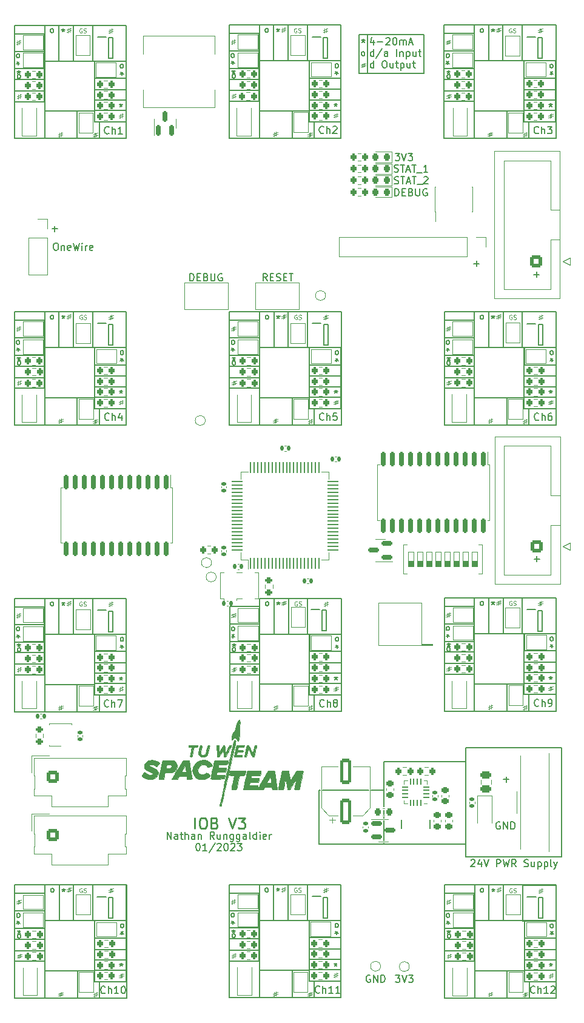
<source format=gto>
G04 #@! TF.GenerationSoftware,KiCad,Pcbnew,6.0.10-86aedd382b~118~ubuntu20.04.1*
G04 #@! TF.CreationDate,2023-01-07T15:43:11+01:00*
G04 #@! TF.ProjectId,IOB_V3,494f425f-5633-42e6-9b69-6361645f7063,rev?*
G04 #@! TF.SameCoordinates,Original*
G04 #@! TF.FileFunction,Legend,Top*
G04 #@! TF.FilePolarity,Positive*
%FSLAX46Y46*%
G04 Gerber Fmt 4.6, Leading zero omitted, Abs format (unit mm)*
G04 Created by KiCad (PCBNEW 6.0.10-86aedd382b~118~ubuntu20.04.1) date 2023-01-07 15:43:11*
%MOMM*%
%LPD*%
G01*
G04 APERTURE LIST*
G04 Aperture macros list*
%AMRoundRect*
0 Rectangle with rounded corners*
0 $1 Rounding radius*
0 $2 $3 $4 $5 $6 $7 $8 $9 X,Y pos of 4 corners*
0 Add a 4 corners polygon primitive as box body*
4,1,4,$2,$3,$4,$5,$6,$7,$8,$9,$2,$3,0*
0 Add four circle primitives for the rounded corners*
1,1,$1+$1,$2,$3*
1,1,$1+$1,$4,$5*
1,1,$1+$1,$6,$7*
1,1,$1+$1,$8,$9*
0 Add four rect primitives between the rounded corners*
20,1,$1+$1,$2,$3,$4,$5,0*
20,1,$1+$1,$4,$5,$6,$7,0*
20,1,$1+$1,$6,$7,$8,$9,0*
20,1,$1+$1,$8,$9,$2,$3,0*%
%AMFreePoly0*
4,1,6,1.000000,0.000000,0.500000,-0.750000,-0.500000,-0.750000,-0.500000,0.750000,0.500000,0.750000,1.000000,0.000000,1.000000,0.000000,$1*%
%AMFreePoly1*
4,1,6,0.500000,-0.750000,-0.650000,-0.750000,-0.150000,0.000000,-0.650000,0.750000,0.500000,0.750000,0.500000,-0.750000,0.500000,-0.750000,$1*%
G04 Aperture macros list end*
%ADD10C,0.150000*%
%ADD11C,0.110000*%
%ADD12C,0.120000*%
%ADD13C,0.250000*%
%ADD14C,0.200000*%
%ADD15C,0.100000*%
%ADD16C,0.010000*%
%ADD17RoundRect,0.062500X0.062500X-0.675000X0.062500X0.675000X-0.062500X0.675000X-0.062500X-0.675000X0*%
%ADD18RoundRect,0.062500X0.675000X-0.062500X0.675000X0.062500X-0.675000X0.062500X-0.675000X-0.062500X0*%
%ADD19R,1.200000X0.450000*%
%ADD20RoundRect,0.062500X0.325000X0.062500X-0.325000X0.062500X-0.325000X-0.062500X0.325000X-0.062500X0*%
%ADD21RoundRect,0.062500X0.062500X0.325000X-0.062500X0.325000X-0.062500X-0.325000X0.062500X-0.325000X0*%
%ADD22R,1.750000X1.750000*%
%ADD23RoundRect,0.140000X-0.140000X-0.170000X0.140000X-0.170000X0.140000X0.170000X-0.140000X0.170000X0*%
%ADD24RoundRect,0.200000X0.200000X0.275000X-0.200000X0.275000X-0.200000X-0.275000X0.200000X-0.275000X0*%
%ADD25RoundRect,0.200000X-0.200000X-0.275000X0.200000X-0.275000X0.200000X0.275000X-0.200000X0.275000X0*%
%ADD26R,0.740000X2.400000*%
%ADD27RoundRect,0.218750X0.218750X0.256250X-0.218750X0.256250X-0.218750X-0.256250X0.218750X-0.256250X0*%
%ADD28RoundRect,0.140000X0.170000X-0.140000X0.170000X0.140000X-0.170000X0.140000X-0.170000X-0.140000X0*%
%ADD29R,1.000000X0.340000*%
%ADD30R,0.500000X1.640000*%
%ADD31R,1.710000X2.290000*%
%ADD32FreePoly0,180.000000*%
%ADD33FreePoly1,180.000000*%
%ADD34R,1.500000X1.000000*%
%ADD35FreePoly0,0.000000*%
%ADD36FreePoly1,0.000000*%
%ADD37FreePoly0,90.000000*%
%ADD38FreePoly1,90.000000*%
%ADD39R,1.000000X0.500000*%
%ADD40R,3.500000X4.500000*%
%ADD41FreePoly0,270.000000*%
%ADD42FreePoly1,270.000000*%
%ADD43R,1.100000X1.100000*%
%ADD44RoundRect,0.150000X0.587500X0.150000X-0.587500X0.150000X-0.587500X-0.150000X0.587500X-0.150000X0*%
%ADD45C,1.000000*%
%ADD46RoundRect,0.150000X0.150000X-0.587500X0.150000X0.587500X-0.150000X0.587500X-0.150000X-0.587500X0*%
%ADD47R,2.000000X4.200000*%
%ADD48RoundRect,0.250000X0.550000X-1.500000X0.550000X1.500000X-0.550000X1.500000X-0.550000X-1.500000X0*%
%ADD49RoundRect,0.225000X0.250000X-0.225000X0.250000X0.225000X-0.250000X0.225000X-0.250000X-0.225000X0*%
%ADD50RoundRect,0.225000X0.225000X0.250000X-0.225000X0.250000X-0.225000X-0.250000X0.225000X-0.250000X0*%
%ADD51RoundRect,0.200000X0.275000X-0.200000X0.275000X0.200000X-0.275000X0.200000X-0.275000X-0.200000X0*%
%ADD52R,0.760000X1.270000*%
%ADD53RoundRect,0.150000X-0.587500X-0.150000X0.587500X-0.150000X0.587500X0.150000X-0.587500X0.150000X0*%
%ADD54RoundRect,0.250000X0.475000X-0.250000X0.475000X0.250000X-0.475000X0.250000X-0.475000X-0.250000X0*%
%ADD55RoundRect,0.250000X0.600000X0.600000X-0.600000X0.600000X-0.600000X-0.600000X0.600000X-0.600000X0*%
%ADD56C,1.700000*%
%ADD57RoundRect,0.150000X-0.150000X0.875000X-0.150000X-0.875000X0.150000X-0.875000X0.150000X0.875000X0*%
%ADD58R,2.540000X1.270000*%
%ADD59R,1.650000X3.430000*%
%ADD60RoundRect,0.140000X0.140000X0.170000X-0.140000X0.170000X-0.140000X-0.170000X0.140000X-0.170000X0*%
%ADD61R,4.200000X1.400000*%
%ADD62RoundRect,0.250000X-0.620000X-0.620000X0.620000X-0.620000X0.620000X0.620000X-0.620000X0.620000X0*%
%ADD63C,1.740000*%
%ADD64R,1.700000X1.700000*%
%ADD65O,1.700000X1.700000*%
%ADD66R,0.650000X0.350000*%
%ADD67R,1.550000X2.400000*%
%ADD68R,1.500000X1.500000*%
%ADD69RoundRect,0.140000X-0.170000X0.140000X-0.170000X-0.140000X0.170000X-0.140000X0.170000X0.140000X0*%
%ADD70R,1.400000X1.200000*%
%ADD71RoundRect,0.225000X-0.250000X0.225000X-0.250000X-0.225000X0.250000X-0.225000X0.250000X0.225000X0*%
%ADD72R,1.000000X1.500000*%
%ADD73C,2.500000*%
G04 APERTURE END LIST*
D10*
X138512500Y-156550000D02*
X138512500Y-151550000D01*
X132250000Y-47300000D02*
X147850000Y-47300000D01*
X147850000Y-47300000D02*
X147850000Y-31500000D01*
X147850000Y-31500000D02*
X132250000Y-31500000D01*
X132250000Y-31500000D02*
X132250000Y-47300000D01*
X80475000Y-36525000D02*
X76475000Y-36525000D01*
X76475000Y-36525000D02*
X76475000Y-31525000D01*
X76475000Y-31525000D02*
X80475000Y-31525000D01*
X80475000Y-31525000D02*
X80475000Y-36525000D01*
X108462500Y-156500000D02*
X108462500Y-151500000D01*
X132300000Y-167350000D02*
X147900000Y-167350000D01*
X147900000Y-167350000D02*
X147900000Y-151550000D01*
X147900000Y-151550000D02*
X132300000Y-151550000D01*
X132300000Y-151550000D02*
X132300000Y-167350000D01*
X141062500Y-167350000D02*
X144387500Y-167350000D01*
X143462500Y-158950000D02*
X147887500Y-158950000D01*
X147887500Y-158950000D02*
X147887500Y-165050000D01*
X147887500Y-165050000D02*
X143462500Y-165050000D01*
X143462500Y-165050000D02*
X143462500Y-158950000D01*
X81037500Y-87325000D02*
X84362500Y-87325000D01*
X84112500Y-127350000D02*
X84112500Y-125050000D01*
X140487500Y-76525000D02*
X136487500Y-76525000D01*
X136487500Y-76525000D02*
X136487500Y-71525000D01*
X136487500Y-71525000D02*
X140487500Y-71525000D01*
X140487500Y-71525000D02*
X140487500Y-76525000D01*
X136487500Y-116475000D02*
X143437500Y-116475000D01*
X143437500Y-116475000D02*
X143437500Y-123475000D01*
X143437500Y-123475000D02*
X136487500Y-123475000D01*
X136487500Y-123475000D02*
X136487500Y-116475000D01*
X113437500Y-78925000D02*
X117862500Y-78925000D01*
X117862500Y-78925000D02*
X117862500Y-85025000D01*
X117862500Y-85025000D02*
X113437500Y-85025000D01*
X113437500Y-85025000D02*
X113437500Y-78925000D01*
X114775000Y-138275000D02*
X114925000Y-138275000D01*
X114137500Y-127325000D02*
X114137500Y-125025000D01*
X143462500Y-160550000D02*
X147887500Y-160550000D01*
X106487500Y-115150000D02*
X102312500Y-115150000D01*
X132275000Y-127275000D02*
X147875000Y-127275000D01*
X147875000Y-127275000D02*
X147875000Y-111475000D01*
X147875000Y-111475000D02*
X132275000Y-111475000D01*
X132275000Y-111475000D02*
X132275000Y-127275000D01*
X143412500Y-38900000D02*
X147837500Y-38900000D01*
X147837500Y-38900000D02*
X147837500Y-45000000D01*
X147837500Y-45000000D02*
X143412500Y-45000000D01*
X143412500Y-45000000D02*
X143412500Y-38900000D01*
X106437500Y-37550000D02*
X102262500Y-37550000D01*
X102262500Y-37550000D02*
X102262500Y-32650000D01*
X102262500Y-32650000D02*
X106437500Y-32650000D01*
X106437500Y-32650000D02*
X106437500Y-37550000D01*
X144137500Y-167350000D02*
X144137500Y-165050000D01*
X76450000Y-42200000D02*
X72275000Y-42200000D01*
X72275000Y-42200000D02*
X72275000Y-37600000D01*
X72275000Y-37600000D02*
X76450000Y-37600000D01*
X76450000Y-37600000D02*
X76450000Y-42200000D01*
X123825000Y-142075000D02*
X123825000Y-142200000D01*
X136462500Y-122150000D02*
X132287500Y-122150000D01*
X132287500Y-122150000D02*
X132287500Y-117550000D01*
X132287500Y-117550000D02*
X136462500Y-117550000D01*
X136462500Y-117550000D02*
X136462500Y-122150000D01*
X114087500Y-47275000D02*
X114087500Y-44975000D01*
X129450000Y-32800000D02*
X120350000Y-32800000D01*
X76487500Y-157625000D02*
X72312500Y-157625000D01*
X72312500Y-157625000D02*
X72312500Y-152725000D01*
X72312500Y-152725000D02*
X76487500Y-152725000D01*
X76487500Y-152725000D02*
X76487500Y-157625000D01*
X106437500Y-162175000D02*
X102262500Y-162175000D01*
X102262500Y-162175000D02*
X102262500Y-157575000D01*
X102262500Y-157575000D02*
X106437500Y-157575000D01*
X106437500Y-157575000D02*
X106437500Y-162175000D01*
X144112500Y-87325000D02*
X144112500Y-85025000D01*
X113152500Y-156505000D02*
X117852500Y-156505000D01*
X117852500Y-156505000D02*
X117852500Y-151505000D01*
X117852500Y-151505000D02*
X113152500Y-151505000D01*
X113152500Y-151505000D02*
X113152500Y-156505000D01*
X135250000Y-134375000D02*
X123825000Y-134375000D01*
X143487500Y-158950000D02*
X147887500Y-158950000D01*
X147887500Y-158950000D02*
X147887500Y-156550000D01*
X147887500Y-156550000D02*
X143487500Y-156550000D01*
X143487500Y-156550000D02*
X143487500Y-158950000D01*
X106462500Y-163500000D02*
X111012500Y-163500000D01*
X111012500Y-163500000D02*
X111012500Y-167300000D01*
X111012500Y-167300000D02*
X106462500Y-167300000D01*
X106462500Y-167300000D02*
X106462500Y-163500000D01*
X76462500Y-80700000D02*
X72362500Y-80700000D01*
X143437500Y-81975000D02*
X147862500Y-81975000D01*
X113142500Y-36485000D02*
X117842500Y-36485000D01*
X117842500Y-36485000D02*
X117842500Y-31485000D01*
X117842500Y-31485000D02*
X113142500Y-31485000D01*
X113142500Y-31485000D02*
X113142500Y-36485000D01*
X136462500Y-43500000D02*
X141012500Y-43500000D01*
X141012500Y-43500000D02*
X141012500Y-47300000D01*
X141012500Y-47300000D02*
X136462500Y-47300000D01*
X136462500Y-47300000D02*
X136462500Y-43500000D01*
X136462500Y-75150000D02*
X132287500Y-75150000D01*
X136487500Y-123475000D02*
X141037500Y-123475000D01*
X141037500Y-123475000D02*
X141037500Y-127275000D01*
X141037500Y-127275000D02*
X136487500Y-127275000D01*
X136487500Y-127275000D02*
X136487500Y-123475000D01*
X83162500Y-36525000D02*
X87862500Y-36525000D01*
X87862500Y-36525000D02*
X87862500Y-31525000D01*
X87862500Y-31525000D02*
X83162500Y-31525000D01*
X83162500Y-31525000D02*
X83162500Y-36525000D01*
X106487500Y-76525000D02*
X113437500Y-76525000D01*
X113437500Y-76525000D02*
X113437500Y-83525000D01*
X113437500Y-83525000D02*
X106487500Y-83525000D01*
X106487500Y-83525000D02*
X106487500Y-76525000D01*
X143412500Y-41950000D02*
X147837500Y-41950000D01*
X76487500Y-123550000D02*
X81037500Y-123550000D01*
X81037500Y-123550000D02*
X81037500Y-127350000D01*
X81037500Y-127350000D02*
X76487500Y-127350000D01*
X76487500Y-127350000D02*
X76487500Y-123550000D01*
X76475000Y-36525000D02*
X83425000Y-36525000D01*
X83425000Y-36525000D02*
X83425000Y-43525000D01*
X83425000Y-43525000D02*
X76475000Y-43525000D01*
X76475000Y-43525000D02*
X76475000Y-36525000D01*
X110462500Y-36475000D02*
X106462500Y-36475000D01*
X106462500Y-36475000D02*
X106462500Y-31475000D01*
X106462500Y-31475000D02*
X110462500Y-31475000D01*
X110462500Y-31475000D02*
X110462500Y-36475000D01*
X81062500Y-167350000D02*
X84387500Y-167350000D01*
X110487500Y-76525000D02*
X106487500Y-76525000D01*
X106487500Y-76525000D02*
X106487500Y-71525000D01*
X106487500Y-71525000D02*
X110487500Y-71525000D01*
X110487500Y-71525000D02*
X110487500Y-76525000D01*
X76462500Y-122225000D02*
X72287500Y-122225000D01*
X72287500Y-122225000D02*
X72287500Y-117625000D01*
X72287500Y-117625000D02*
X76462500Y-117625000D01*
X76462500Y-117625000D02*
X76462500Y-122225000D01*
X106487500Y-122200000D02*
X102312500Y-122200000D01*
X102312500Y-122200000D02*
X102312500Y-117600000D01*
X102312500Y-117600000D02*
X106487500Y-117600000D01*
X106487500Y-117600000D02*
X106487500Y-122200000D01*
X143462500Y-78925000D02*
X147862500Y-78925000D01*
X147862500Y-78925000D02*
X147862500Y-76525000D01*
X147862500Y-76525000D02*
X143462500Y-76525000D01*
X143462500Y-76525000D02*
X143462500Y-78925000D01*
X143437500Y-83425000D02*
X147862500Y-83425000D01*
X114112500Y-87325000D02*
X114112500Y-85025000D01*
X76450000Y-37600000D02*
X72275000Y-37600000D01*
X72275000Y-37600000D02*
X72275000Y-32700000D01*
X72275000Y-32700000D02*
X76450000Y-32700000D01*
X76450000Y-32700000D02*
X76450000Y-37600000D01*
X84137500Y-167350000D02*
X84137500Y-165050000D01*
X136487500Y-160725000D02*
X132387500Y-160725000D01*
X78512500Y-156550000D02*
X78512500Y-151550000D01*
X106437500Y-160675000D02*
X102337500Y-160675000D01*
X76487500Y-83525000D02*
X81037500Y-83525000D01*
X81037500Y-83525000D02*
X81037500Y-87325000D01*
X81037500Y-87325000D02*
X76487500Y-87325000D01*
X76487500Y-87325000D02*
X76487500Y-83525000D01*
X76487500Y-160725000D02*
X72387500Y-160725000D01*
X110512500Y-116525000D02*
X106512500Y-116525000D01*
X106512500Y-116525000D02*
X106512500Y-111525000D01*
X106512500Y-111525000D02*
X110512500Y-111525000D01*
X110512500Y-111525000D02*
X110512500Y-116525000D01*
X106487500Y-119100000D02*
X102387500Y-119100000D01*
X143437500Y-120475000D02*
X147862500Y-120475000D01*
X106462500Y-36475000D02*
X113412500Y-36475000D01*
X113412500Y-36475000D02*
X113412500Y-43475000D01*
X113412500Y-43475000D02*
X106462500Y-43475000D01*
X106462500Y-43475000D02*
X106462500Y-36475000D01*
X123825000Y-145850000D02*
X135250000Y-145850000D01*
X106462500Y-77600000D02*
X102287500Y-77600000D01*
X102287500Y-77600000D02*
X102287500Y-72700000D01*
X102287500Y-72700000D02*
X106462500Y-72700000D01*
X106462500Y-72700000D02*
X106462500Y-77600000D01*
X136462500Y-119050000D02*
X132362500Y-119050000D01*
X106487500Y-83525000D02*
X111037500Y-83525000D01*
X111037500Y-83525000D02*
X111037500Y-87325000D01*
X111037500Y-87325000D02*
X106487500Y-87325000D01*
X106487500Y-87325000D02*
X106487500Y-83525000D01*
X106512500Y-123525000D02*
X111062500Y-123525000D01*
X111062500Y-123525000D02*
X111062500Y-127325000D01*
X111062500Y-127325000D02*
X106512500Y-127325000D01*
X106512500Y-127325000D02*
X106512500Y-123525000D01*
X113412500Y-40475000D02*
X117837500Y-40475000D01*
X106512500Y-116525000D02*
X113462500Y-116525000D01*
X113462500Y-116525000D02*
X113462500Y-123525000D01*
X113462500Y-123525000D02*
X106512500Y-123525000D01*
X106512500Y-123525000D02*
X106512500Y-116525000D01*
X143142500Y-36485000D02*
X147842500Y-36485000D01*
X147842500Y-36485000D02*
X147842500Y-31485000D01*
X147842500Y-31485000D02*
X143142500Y-31485000D01*
X143142500Y-31485000D02*
X143142500Y-36485000D01*
X106462500Y-156500000D02*
X113412500Y-156500000D01*
X113412500Y-156500000D02*
X113412500Y-163500000D01*
X113412500Y-163500000D02*
X106462500Y-163500000D01*
X106462500Y-163500000D02*
X106462500Y-156500000D01*
X76512500Y-156550000D02*
X83462500Y-156550000D01*
X83462500Y-156550000D02*
X83462500Y-163550000D01*
X83462500Y-163550000D02*
X76512500Y-163550000D01*
X76512500Y-163550000D02*
X76512500Y-156550000D01*
X83487500Y-158950000D02*
X87887500Y-158950000D01*
X87887500Y-158950000D02*
X87887500Y-156550000D01*
X87887500Y-156550000D02*
X83487500Y-156550000D01*
X83487500Y-156550000D02*
X83487500Y-158950000D01*
X136437500Y-39075000D02*
X132337500Y-39075000D01*
X110462500Y-156500000D02*
X106462500Y-156500000D01*
X106462500Y-156500000D02*
X106462500Y-151500000D01*
X106462500Y-151500000D02*
X110462500Y-151500000D01*
X110462500Y-151500000D02*
X110462500Y-156500000D01*
X83462500Y-162000000D02*
X87887500Y-162000000D01*
X117902500Y-111525000D02*
X106512500Y-111525000D01*
X83437500Y-81975000D02*
X87862500Y-81975000D01*
X136437500Y-40675000D02*
X132337500Y-40675000D01*
X106437500Y-35100000D02*
X102262500Y-35100000D01*
X143437500Y-121925000D02*
X147862500Y-121925000D01*
X143412500Y-40500000D02*
X147837500Y-40500000D01*
X113462500Y-121975000D02*
X117887500Y-121975000D01*
X106437500Y-159075000D02*
X102337500Y-159075000D01*
X136462500Y-36500000D02*
X143412500Y-36500000D01*
X143412500Y-36500000D02*
X143412500Y-43500000D01*
X143412500Y-43500000D02*
X136462500Y-43500000D01*
X136462500Y-43500000D02*
X136462500Y-36500000D01*
X83437500Y-123450000D02*
X87862500Y-123450000D01*
X113412500Y-158900000D02*
X117837500Y-158900000D01*
X117837500Y-158900000D02*
X117837500Y-165000000D01*
X117837500Y-165000000D02*
X113412500Y-165000000D01*
X113412500Y-165000000D02*
X113412500Y-158900000D01*
X83182500Y-156545000D02*
X87882500Y-156545000D01*
X87882500Y-156545000D02*
X87882500Y-151545000D01*
X87882500Y-151545000D02*
X83182500Y-151545000D01*
X83182500Y-151545000D02*
X83182500Y-156545000D01*
X81025000Y-47325000D02*
X84350000Y-47325000D01*
X83425000Y-41975000D02*
X87850000Y-41975000D01*
X132275000Y-87325000D02*
X147875000Y-87325000D01*
X147875000Y-87325000D02*
X147875000Y-71525000D01*
X147875000Y-71525000D02*
X132275000Y-71525000D01*
X132275000Y-71525000D02*
X132275000Y-87325000D01*
X83425000Y-43425000D02*
X87850000Y-43425000D01*
X83462500Y-163450000D02*
X87887500Y-163450000D01*
X113412500Y-38875000D02*
X117837500Y-38875000D01*
X117837500Y-38875000D02*
X117837500Y-44975000D01*
X117837500Y-44975000D02*
X113412500Y-44975000D01*
X113412500Y-44975000D02*
X113412500Y-38875000D01*
X76462500Y-77600000D02*
X72287500Y-77600000D01*
X72287500Y-77600000D02*
X72287500Y-72700000D01*
X72287500Y-72700000D02*
X76462500Y-72700000D01*
X76462500Y-72700000D02*
X76462500Y-77600000D01*
X111012500Y-167300000D02*
X114337500Y-167300000D01*
X140487500Y-116475000D02*
X136487500Y-116475000D01*
X136487500Y-116475000D02*
X136487500Y-111475000D01*
X136487500Y-111475000D02*
X140487500Y-111475000D01*
X140487500Y-111475000D02*
X140487500Y-116475000D01*
X113437500Y-81975000D02*
X117862500Y-81975000D01*
X72300000Y-167350000D02*
X87900000Y-167350000D01*
X87900000Y-167350000D02*
X87900000Y-151550000D01*
X87900000Y-151550000D02*
X72300000Y-151550000D01*
X72300000Y-151550000D02*
X72300000Y-167350000D01*
X143182500Y-76525000D02*
X147882500Y-76525000D01*
X147882500Y-76525000D02*
X147882500Y-71525000D01*
X147882500Y-71525000D02*
X143182500Y-71525000D01*
X143182500Y-71525000D02*
X143182500Y-76525000D01*
X136462500Y-117550000D02*
X132287500Y-117550000D01*
X132287500Y-117550000D02*
X132287500Y-112650000D01*
X132287500Y-112650000D02*
X136462500Y-112650000D01*
X136462500Y-112650000D02*
X136462500Y-117550000D01*
X113437500Y-158900000D02*
X117837500Y-158900000D01*
X117837500Y-158900000D02*
X117837500Y-156500000D01*
X117837500Y-156500000D02*
X113437500Y-156500000D01*
X113437500Y-156500000D02*
X113437500Y-158900000D01*
X143437500Y-118875000D02*
X147862500Y-118875000D01*
X147862500Y-118875000D02*
X147862500Y-124975000D01*
X147862500Y-124975000D02*
X143437500Y-124975000D01*
X143437500Y-124975000D02*
X143437500Y-118875000D01*
X76512500Y-163550000D02*
X81062500Y-163550000D01*
X81062500Y-163550000D02*
X81062500Y-167350000D01*
X81062500Y-167350000D02*
X76512500Y-167350000D01*
X76512500Y-167350000D02*
X76512500Y-163550000D01*
X143162500Y-116475000D02*
X147862500Y-116475000D01*
X147862500Y-116475000D02*
X147862500Y-111475000D01*
X147862500Y-111475000D02*
X143162500Y-111475000D01*
X143162500Y-111475000D02*
X143162500Y-116475000D01*
X83437500Y-120550000D02*
X87862500Y-120550000D01*
X80512500Y-156550000D02*
X76512500Y-156550000D01*
X76512500Y-156550000D02*
X76512500Y-151550000D01*
X76512500Y-151550000D02*
X80512500Y-151550000D01*
X80512500Y-151550000D02*
X80512500Y-156550000D01*
X117875000Y-127325000D02*
X117902500Y-111525000D01*
X72275000Y-87325000D02*
X87875000Y-87325000D01*
X87875000Y-87325000D02*
X87875000Y-71525000D01*
X87875000Y-71525000D02*
X72275000Y-71525000D01*
X72275000Y-71525000D02*
X72275000Y-87325000D01*
X102300000Y-127325000D02*
X117875000Y-127325000D01*
X115275000Y-138275000D02*
X121750000Y-138275000D01*
X143437500Y-38900000D02*
X147837500Y-38900000D01*
X147837500Y-38900000D02*
X147837500Y-36500000D01*
X147837500Y-36500000D02*
X143437500Y-36500000D01*
X143437500Y-36500000D02*
X143437500Y-38900000D01*
X83182500Y-76525000D02*
X87882500Y-76525000D01*
X87882500Y-76525000D02*
X87882500Y-71525000D01*
X87882500Y-71525000D02*
X83182500Y-71525000D01*
X83182500Y-71525000D02*
X83182500Y-76525000D01*
X141037500Y-87325000D02*
X144362500Y-87325000D01*
X144112500Y-127275000D02*
X144112500Y-124975000D01*
X76462500Y-82200000D02*
X72287500Y-82200000D01*
X72287500Y-82200000D02*
X72287500Y-77600000D01*
X72287500Y-77600000D02*
X76462500Y-77600000D01*
X76462500Y-77600000D02*
X76462500Y-82200000D01*
X84112500Y-87325000D02*
X84112500Y-85025000D01*
X143192500Y-156575000D02*
X147892500Y-156575000D01*
X147892500Y-156575000D02*
X147892500Y-151575000D01*
X147892500Y-151575000D02*
X143192500Y-151575000D01*
X143192500Y-151575000D02*
X143192500Y-156575000D01*
X143437500Y-78925000D02*
X147862500Y-78925000D01*
X147862500Y-78925000D02*
X147862500Y-85025000D01*
X147862500Y-85025000D02*
X143437500Y-85025000D01*
X143437500Y-85025000D02*
X143437500Y-78925000D01*
X143462500Y-118875000D02*
X147862500Y-118875000D01*
X147862500Y-118875000D02*
X147862500Y-116475000D01*
X147862500Y-116475000D02*
X143462500Y-116475000D01*
X143462500Y-116475000D02*
X143462500Y-118875000D01*
X108487500Y-76525000D02*
X108487500Y-71525000D01*
X143462500Y-163450000D02*
X147887500Y-163450000D01*
X136512500Y-163550000D02*
X141062500Y-163550000D01*
X141062500Y-163550000D02*
X141062500Y-167350000D01*
X141062500Y-167350000D02*
X136512500Y-167350000D01*
X136512500Y-167350000D02*
X136512500Y-163550000D01*
X120350000Y-38200000D02*
X129450000Y-38200000D01*
X113487500Y-118925000D02*
X117887500Y-118925000D01*
X117887500Y-118925000D02*
X117887500Y-116525000D01*
X117887500Y-116525000D02*
X113487500Y-116525000D01*
X113487500Y-116525000D02*
X113487500Y-118925000D01*
X135250000Y-132350000D02*
X148650000Y-132350000D01*
X148650000Y-132350000D02*
X148650000Y-147650000D01*
X148650000Y-147650000D02*
X135250000Y-147650000D01*
X135250000Y-147650000D02*
X135250000Y-132350000D01*
X76462500Y-117625000D02*
X72287500Y-117625000D01*
X72287500Y-117625000D02*
X72287500Y-112725000D01*
X72287500Y-112725000D02*
X76462500Y-112725000D01*
X76462500Y-112725000D02*
X76462500Y-117625000D01*
X106462500Y-82200000D02*
X102287500Y-82200000D01*
X102287500Y-82200000D02*
X102287500Y-77600000D01*
X102287500Y-77600000D02*
X106462500Y-77600000D01*
X106462500Y-77600000D02*
X106462500Y-82200000D01*
X108512500Y-116525000D02*
X108512500Y-111525000D01*
X76487500Y-162225000D02*
X72312500Y-162225000D01*
X72312500Y-162225000D02*
X72312500Y-157625000D01*
X72312500Y-157625000D02*
X76487500Y-157625000D01*
X76487500Y-157625000D02*
X76487500Y-162225000D01*
X136437500Y-42175000D02*
X132262500Y-42175000D01*
X132262500Y-42175000D02*
X132262500Y-37575000D01*
X132262500Y-37575000D02*
X136437500Y-37575000D01*
X136437500Y-37575000D02*
X136437500Y-42175000D01*
X76462500Y-75150000D02*
X72287500Y-75150000D01*
X120350000Y-32800000D02*
X120350000Y-38200000D01*
X143412500Y-43400000D02*
X147837500Y-43400000D01*
X140512500Y-156550000D02*
X136512500Y-156550000D01*
X136512500Y-156550000D02*
X136512500Y-151550000D01*
X136512500Y-151550000D02*
X140512500Y-151550000D01*
X140512500Y-151550000D02*
X140512500Y-156550000D01*
X76450000Y-40700000D02*
X72350000Y-40700000D01*
X141037500Y-127275000D02*
X144362500Y-127275000D01*
X136462500Y-115100000D02*
X132287500Y-115100000D01*
X121550000Y-32800000D02*
X121550000Y-38200000D01*
X138487500Y-116475000D02*
X138487500Y-111475000D01*
X76475000Y-43525000D02*
X81025000Y-43525000D01*
X81025000Y-43525000D02*
X81025000Y-47325000D01*
X81025000Y-47325000D02*
X76475000Y-47325000D01*
X76475000Y-47325000D02*
X76475000Y-43525000D01*
X76462500Y-119125000D02*
X72362500Y-119125000D01*
X83462500Y-78925000D02*
X87862500Y-78925000D01*
X87862500Y-78925000D02*
X87862500Y-76525000D01*
X87862500Y-76525000D02*
X83462500Y-76525000D01*
X83462500Y-76525000D02*
X83462500Y-78925000D01*
X83425000Y-38925000D02*
X87850000Y-38925000D01*
X87850000Y-38925000D02*
X87850000Y-45025000D01*
X87850000Y-45025000D02*
X83425000Y-45025000D01*
X83425000Y-45025000D02*
X83425000Y-38925000D01*
X80487500Y-76525000D02*
X76487500Y-76525000D01*
X76487500Y-76525000D02*
X76487500Y-71525000D01*
X76487500Y-71525000D02*
X80487500Y-71525000D01*
X80487500Y-71525000D02*
X80487500Y-76525000D01*
X138462500Y-36500000D02*
X138462500Y-31500000D01*
X111037500Y-87325000D02*
X114362500Y-87325000D01*
X136487500Y-159125000D02*
X132387500Y-159125000D01*
X83437500Y-83425000D02*
X87862500Y-83425000D01*
X123825000Y-142525000D02*
X123825000Y-145325000D01*
X113412500Y-41925000D02*
X117837500Y-41925000D01*
X76487500Y-155175000D02*
X72312500Y-155175000D01*
X83462500Y-118950000D02*
X87862500Y-118950000D01*
X87862500Y-118950000D02*
X87862500Y-116550000D01*
X87862500Y-116550000D02*
X83462500Y-116550000D01*
X83462500Y-116550000D02*
X83462500Y-118950000D01*
X113412500Y-43375000D02*
X117837500Y-43375000D01*
X106462500Y-80700000D02*
X102362500Y-80700000D01*
X136487500Y-76525000D02*
X143437500Y-76525000D01*
X143437500Y-76525000D02*
X143437500Y-83525000D01*
X143437500Y-83525000D02*
X136487500Y-83525000D01*
X136487500Y-83525000D02*
X136487500Y-76525000D01*
X136437500Y-37575000D02*
X132262500Y-37575000D01*
X132262500Y-37575000D02*
X132262500Y-32675000D01*
X132262500Y-32675000D02*
X136437500Y-32675000D01*
X136437500Y-32675000D02*
X136437500Y-37575000D01*
X83437500Y-118950000D02*
X87862500Y-118950000D01*
X87862500Y-118950000D02*
X87862500Y-125050000D01*
X87862500Y-125050000D02*
X83437500Y-125050000D01*
X83437500Y-125050000D02*
X83437500Y-118950000D01*
X138487500Y-76525000D02*
X138487500Y-71525000D01*
X143437500Y-123375000D02*
X147862500Y-123375000D01*
X78487500Y-116550000D02*
X78487500Y-111550000D01*
X76450000Y-39100000D02*
X72350000Y-39100000D01*
X80487500Y-116550000D02*
X76487500Y-116550000D01*
X76487500Y-116550000D02*
X76487500Y-111550000D01*
X76487500Y-111550000D02*
X80487500Y-111550000D01*
X80487500Y-111550000D02*
X80487500Y-116550000D01*
X76487500Y-159125000D02*
X72387500Y-159125000D01*
X76487500Y-116550000D02*
X83437500Y-116550000D01*
X83437500Y-116550000D02*
X83437500Y-123550000D01*
X83437500Y-123550000D02*
X76487500Y-123550000D01*
X76487500Y-123550000D02*
X76487500Y-116550000D01*
X113462500Y-78925000D02*
X117862500Y-78925000D01*
X117862500Y-78925000D02*
X117862500Y-76525000D01*
X117862500Y-76525000D02*
X113462500Y-76525000D01*
X113462500Y-76525000D02*
X113462500Y-78925000D01*
X106437500Y-157575000D02*
X102262500Y-157575000D01*
X102262500Y-157575000D02*
X102262500Y-152675000D01*
X102262500Y-152675000D02*
X106437500Y-152675000D01*
X106437500Y-152675000D02*
X106437500Y-157575000D01*
X136487500Y-162225000D02*
X132312500Y-162225000D01*
X132312500Y-162225000D02*
X132312500Y-157625000D01*
X132312500Y-157625000D02*
X136487500Y-157625000D01*
X136487500Y-157625000D02*
X136487500Y-162225000D01*
X136487500Y-157625000D02*
X132312500Y-157625000D01*
X132312500Y-157625000D02*
X132312500Y-152725000D01*
X132312500Y-152725000D02*
X136487500Y-152725000D01*
X136487500Y-152725000D02*
X136487500Y-157625000D01*
X102250000Y-167300000D02*
X117850000Y-167300000D01*
X117850000Y-167300000D02*
X117850000Y-151500000D01*
X117850000Y-151500000D02*
X102250000Y-151500000D01*
X102250000Y-151500000D02*
X102250000Y-167300000D01*
X76487500Y-76525000D02*
X83437500Y-76525000D01*
X83437500Y-76525000D02*
X83437500Y-83525000D01*
X83437500Y-83525000D02*
X76487500Y-83525000D01*
X76487500Y-83525000D02*
X76487500Y-76525000D01*
X136462500Y-77600000D02*
X132287500Y-77600000D01*
X132287500Y-77600000D02*
X132287500Y-72700000D01*
X132287500Y-72700000D02*
X136462500Y-72700000D01*
X136462500Y-72700000D02*
X136462500Y-77600000D01*
X111012500Y-47275000D02*
X114337500Y-47275000D01*
X83437500Y-122000000D02*
X87862500Y-122000000D01*
X113462500Y-118925000D02*
X117887500Y-118925000D01*
X117887500Y-118925000D02*
X117887500Y-125025000D01*
X117887500Y-125025000D02*
X113462500Y-125025000D01*
X113462500Y-125025000D02*
X113462500Y-118925000D01*
X83437500Y-80525000D02*
X87862500Y-80525000D01*
X136512500Y-156550000D02*
X143462500Y-156550000D01*
X143462500Y-156550000D02*
X143462500Y-163550000D01*
X143462500Y-163550000D02*
X136512500Y-163550000D01*
X136512500Y-163550000D02*
X136512500Y-156550000D01*
X113462500Y-120525000D02*
X117887500Y-120525000D01*
X102312500Y-112700000D02*
X102300000Y-127325000D01*
X136462500Y-82200000D02*
X132287500Y-82200000D01*
X132287500Y-82200000D02*
X132287500Y-77600000D01*
X132287500Y-77600000D02*
X136462500Y-77600000D01*
X136462500Y-77600000D02*
X136462500Y-82200000D01*
X113412500Y-163400000D02*
X117837500Y-163400000D01*
X108462500Y-36475000D02*
X108462500Y-31475000D01*
X102250000Y-47275000D02*
X117850000Y-47275000D01*
X117850000Y-47275000D02*
X117850000Y-31475000D01*
X117850000Y-31475000D02*
X102250000Y-31475000D01*
X102250000Y-31475000D02*
X102250000Y-47275000D01*
X113412500Y-161950000D02*
X117837500Y-161950000D01*
X83462500Y-158950000D02*
X87887500Y-158950000D01*
X87887500Y-158950000D02*
X87887500Y-165050000D01*
X87887500Y-165050000D02*
X83462500Y-165050000D01*
X83462500Y-165050000D02*
X83462500Y-158950000D01*
X76462500Y-115175000D02*
X72287500Y-115175000D01*
X140462500Y-36500000D02*
X136462500Y-36500000D01*
X136462500Y-36500000D02*
X136462500Y-31500000D01*
X136462500Y-31500000D02*
X140462500Y-31500000D01*
X140462500Y-31500000D02*
X140462500Y-36500000D01*
X84100000Y-47325000D02*
X84100000Y-45025000D01*
X81037500Y-127350000D02*
X84362500Y-127350000D01*
X72275000Y-127350000D02*
X87875000Y-127350000D01*
X87875000Y-127350000D02*
X87875000Y-111550000D01*
X87875000Y-111550000D02*
X72275000Y-111550000D01*
X72275000Y-111550000D02*
X72275000Y-127350000D01*
X136487500Y-83525000D02*
X141037500Y-83525000D01*
X141037500Y-83525000D02*
X141037500Y-87325000D01*
X141037500Y-87325000D02*
X136487500Y-87325000D01*
X136487500Y-87325000D02*
X136487500Y-83525000D01*
X143437500Y-80525000D02*
X147862500Y-80525000D01*
X123825000Y-145650000D02*
X123825000Y-145850000D01*
X136462500Y-120650000D02*
X132362500Y-120650000D01*
X106462500Y-43475000D02*
X111012500Y-43475000D01*
X111012500Y-43475000D02*
X111012500Y-47275000D01*
X111012500Y-47275000D02*
X106462500Y-47275000D01*
X106462500Y-47275000D02*
X106462500Y-43475000D01*
X144087500Y-47300000D02*
X144087500Y-45000000D01*
X114087500Y-167300000D02*
X114087500Y-165000000D01*
X76450000Y-35150000D02*
X72275000Y-35150000D01*
X136437500Y-35125000D02*
X132262500Y-35125000D01*
X106462500Y-79100000D02*
X102362500Y-79100000D01*
X83462500Y-160550000D02*
X87887500Y-160550000D01*
X136487500Y-155175000D02*
X132312500Y-155175000D01*
X106487500Y-117600000D02*
X102312500Y-117600000D01*
X102312500Y-117600000D02*
X102312500Y-112700000D01*
X102312500Y-112700000D02*
X106487500Y-112700000D01*
X106487500Y-112700000D02*
X106487500Y-117600000D01*
X113437500Y-38875000D02*
X117837500Y-38875000D01*
X117837500Y-38875000D02*
X117837500Y-36475000D01*
X117837500Y-36475000D02*
X113437500Y-36475000D01*
X113437500Y-36475000D02*
X113437500Y-38875000D01*
X113462500Y-123425000D02*
X117887500Y-123425000D01*
X83425000Y-40525000D02*
X87850000Y-40525000D01*
X106462500Y-75150000D02*
X102287500Y-75150000D01*
X123825000Y-141075000D02*
X123825000Y-141725000D01*
X106437500Y-42150000D02*
X102262500Y-42150000D01*
X102262500Y-42150000D02*
X102262500Y-37550000D01*
X102262500Y-37550000D02*
X106437500Y-37550000D01*
X106437500Y-37550000D02*
X106437500Y-42150000D01*
X83172500Y-116555000D02*
X87872500Y-116555000D01*
X87872500Y-116555000D02*
X87872500Y-111555000D01*
X87872500Y-111555000D02*
X83172500Y-111555000D01*
X83172500Y-111555000D02*
X83172500Y-116555000D01*
X123825000Y-145850000D02*
X114775000Y-145825000D01*
X72262500Y-47325000D02*
X87862500Y-47325000D01*
X87862500Y-47325000D02*
X87862500Y-31525000D01*
X87862500Y-31525000D02*
X72262500Y-31525000D01*
X72262500Y-31525000D02*
X72262500Y-47325000D01*
X76462500Y-120725000D02*
X72362500Y-120725000D01*
X78475000Y-36525000D02*
X78475000Y-31525000D01*
X114775000Y-145825000D02*
X114775000Y-138275000D01*
X106487500Y-120700000D02*
X102387500Y-120700000D01*
X111062500Y-127325000D02*
X114387500Y-127325000D01*
X113437500Y-83425000D02*
X117862500Y-83425000D01*
X83450000Y-38925000D02*
X87850000Y-38925000D01*
X87850000Y-38925000D02*
X87850000Y-36525000D01*
X87850000Y-36525000D02*
X83450000Y-36525000D01*
X83450000Y-36525000D02*
X83450000Y-38925000D01*
X113202500Y-116525000D02*
X117902500Y-116525000D01*
X117902500Y-116525000D02*
X117902500Y-111525000D01*
X117902500Y-111525000D02*
X113202500Y-111525000D01*
X113202500Y-111525000D02*
X113202500Y-116525000D01*
X106437500Y-40650000D02*
X102337500Y-40650000D01*
X122075000Y-138275000D02*
X123825000Y-138275000D01*
X113172500Y-76525000D02*
X117872500Y-76525000D01*
X117872500Y-76525000D02*
X117872500Y-71525000D01*
X117872500Y-71525000D02*
X113172500Y-71525000D01*
X113172500Y-71525000D02*
X113172500Y-76525000D01*
X136462500Y-79100000D02*
X132362500Y-79100000D01*
X106437500Y-39050000D02*
X102337500Y-39050000D01*
X141012500Y-47300000D02*
X144337500Y-47300000D01*
X143462500Y-162000000D02*
X147887500Y-162000000D01*
X113412500Y-160500000D02*
X117837500Y-160500000D01*
X129450000Y-38200000D02*
X129450000Y-32800000D01*
X102275000Y-87325000D02*
X117875000Y-87325000D01*
X117875000Y-87325000D02*
X117875000Y-71525000D01*
X117875000Y-71525000D02*
X102275000Y-71525000D01*
X102275000Y-71525000D02*
X102275000Y-87325000D01*
X106437500Y-155125000D02*
X102262500Y-155125000D01*
X78487500Y-76525000D02*
X78487500Y-71525000D01*
X113437500Y-80525000D02*
X117862500Y-80525000D01*
X83437500Y-78925000D02*
X87862500Y-78925000D01*
X87862500Y-78925000D02*
X87862500Y-85025000D01*
X87862500Y-85025000D02*
X83437500Y-85025000D01*
X83437500Y-85025000D02*
X83437500Y-78925000D01*
X123825000Y-134375000D02*
X123825000Y-140575000D01*
X76462500Y-79100000D02*
X72362500Y-79100000D01*
X136462500Y-80700000D02*
X132362500Y-80700000D01*
D11*
X78580357Y-126552380D02*
X78580357Y-127123809D01*
X78366071Y-126780952D02*
X79008928Y-126552380D01*
X78794642Y-127047619D02*
X78794642Y-126476190D01*
X79008928Y-126819047D02*
X78366071Y-127047619D01*
X143430357Y-126527380D02*
X143430357Y-127098809D01*
X143216071Y-126755952D02*
X143858928Y-126527380D01*
X143644642Y-127022619D02*
X143644642Y-126451190D01*
X143858928Y-126794047D02*
X143216071Y-127022619D01*
D10*
X102912500Y-117827380D02*
X102912500Y-118065476D01*
X102674404Y-117970238D02*
X102912500Y-118065476D01*
X103150595Y-117970238D01*
X102769642Y-118255952D02*
X102912500Y-118065476D01*
X103055357Y-118255952D01*
D11*
X73044642Y-161722619D02*
X73044642Y-161151190D01*
X73258928Y-161494047D02*
X72616071Y-161722619D01*
X72830357Y-161227380D02*
X72830357Y-161798809D01*
X72616071Y-161455952D02*
X73258928Y-161227380D01*
X79755357Y-111977380D02*
X79755357Y-112548809D01*
X79541071Y-112205952D02*
X80183928Y-111977380D01*
X79969642Y-112472619D02*
X79969642Y-111901190D01*
X80183928Y-112244047D02*
X79541071Y-112472619D01*
X79742857Y-31952380D02*
X79742857Y-32523809D01*
X79528571Y-32180952D02*
X80171428Y-31952380D01*
X79957142Y-32447619D02*
X79957142Y-31876190D01*
X80171428Y-32219047D02*
X79528571Y-32447619D01*
D10*
X72887500Y-117852380D02*
X72887500Y-118090476D01*
X72649404Y-117995238D02*
X72887500Y-118090476D01*
X73125595Y-117995238D01*
X72744642Y-118280952D02*
X72887500Y-118090476D01*
X73030357Y-118280952D01*
D11*
X133019642Y-121647619D02*
X133019642Y-121076190D01*
X133233928Y-121419047D02*
X132591071Y-121647619D01*
X132805357Y-121152380D02*
X132805357Y-121723809D01*
X132591071Y-121380952D02*
X133233928Y-121152380D01*
D10*
X147262500Y-118422619D02*
X147262500Y-118184523D01*
X147500595Y-118279761D02*
X147262500Y-118184523D01*
X147024404Y-118279761D01*
X147405357Y-117994047D02*
X147262500Y-118184523D01*
X147119642Y-117994047D01*
D11*
X109780357Y-111952380D02*
X109780357Y-112523809D01*
X109566071Y-112180952D02*
X110208928Y-111952380D01*
X109994642Y-112447619D02*
X109994642Y-111876190D01*
X110208928Y-112219047D02*
X109566071Y-112447619D01*
D10*
X147237500Y-38447619D02*
X147237500Y-38209523D01*
X147475595Y-38304761D02*
X147237500Y-38209523D01*
X146999404Y-38304761D01*
X147380357Y-38019047D02*
X147237500Y-38209523D01*
X147094642Y-38019047D01*
X72787500Y-157047619D02*
X72787500Y-156809523D01*
X73025595Y-156904761D02*
X72787500Y-156809523D01*
X72549404Y-156904761D01*
X72930357Y-156619047D02*
X72787500Y-156809523D01*
X72644642Y-156619047D01*
X72817857Y-38936904D02*
X72741666Y-38898809D01*
X72703571Y-38860714D01*
X72665476Y-38784523D01*
X72665476Y-38555952D01*
X72703571Y-38479761D01*
X72741666Y-38441666D01*
X72817857Y-38403571D01*
X72932142Y-38403571D01*
X73008333Y-38441666D01*
X73046428Y-38479761D01*
X73084523Y-38555952D01*
X73084523Y-38784523D01*
X73046428Y-38860714D01*
X73008333Y-38898809D01*
X72932142Y-38936904D01*
X72817857Y-38936904D01*
X79087500Y-112027380D02*
X79087500Y-112265476D01*
X78849404Y-112170238D02*
X79087500Y-112265476D01*
X79325595Y-112170238D01*
X78944642Y-112455952D02*
X79087500Y-112265476D01*
X79230357Y-112455952D01*
X117137500Y-82452380D02*
X117137500Y-82690476D01*
X116899404Y-82595238D02*
X117137500Y-82690476D01*
X117375595Y-82595238D01*
X116994642Y-82880952D02*
X117137500Y-82690476D01*
X117280357Y-82880952D01*
X96761904Y-67202380D02*
X96761904Y-66202380D01*
X97000000Y-66202380D01*
X97142857Y-66250000D01*
X97238095Y-66345238D01*
X97285714Y-66440476D01*
X97333333Y-66630952D01*
X97333333Y-66773809D01*
X97285714Y-66964285D01*
X97238095Y-67059523D01*
X97142857Y-67154761D01*
X97000000Y-67202380D01*
X96761904Y-67202380D01*
X97761904Y-66678571D02*
X98095238Y-66678571D01*
X98238095Y-67202380D02*
X97761904Y-67202380D01*
X97761904Y-66202380D01*
X98238095Y-66202380D01*
X99000000Y-66678571D02*
X99142857Y-66726190D01*
X99190476Y-66773809D01*
X99238095Y-66869047D01*
X99238095Y-67011904D01*
X99190476Y-67107142D01*
X99142857Y-67154761D01*
X99047619Y-67202380D01*
X98666666Y-67202380D01*
X98666666Y-66202380D01*
X99000000Y-66202380D01*
X99095238Y-66250000D01*
X99142857Y-66297619D01*
X99190476Y-66392857D01*
X99190476Y-66488095D01*
X99142857Y-66583333D01*
X99095238Y-66630952D01*
X99000000Y-66678571D01*
X98666666Y-66678571D01*
X99666666Y-66202380D02*
X99666666Y-67011904D01*
X99714285Y-67107142D01*
X99761904Y-67154761D01*
X99857142Y-67202380D01*
X100047619Y-67202380D01*
X100142857Y-67154761D01*
X100190476Y-67107142D01*
X100238095Y-67011904D01*
X100238095Y-66202380D01*
X101238095Y-66250000D02*
X101142857Y-66202380D01*
X101000000Y-66202380D01*
X100857142Y-66250000D01*
X100761904Y-66345238D01*
X100714285Y-66440476D01*
X100666666Y-66630952D01*
X100666666Y-66773809D01*
X100714285Y-66964285D01*
X100761904Y-67059523D01*
X100857142Y-67154761D01*
X101000000Y-67202380D01*
X101095238Y-67202380D01*
X101238095Y-67154761D01*
X101285714Y-67107142D01*
X101285714Y-66773809D01*
X101095238Y-66773809D01*
X140921428Y-137180952D02*
X140921428Y-136419047D01*
X141302380Y-136800000D02*
X140540476Y-136800000D01*
X147319642Y-76963095D02*
X147395833Y-77001190D01*
X147433928Y-77039285D01*
X147472023Y-77115476D01*
X147472023Y-77344047D01*
X147433928Y-77420238D01*
X147395833Y-77458333D01*
X147319642Y-77496428D01*
X147205357Y-77496428D01*
X147129166Y-77458333D01*
X147091071Y-77420238D01*
X147052976Y-77344047D01*
X147052976Y-77115476D01*
X147091071Y-77039285D01*
X147129166Y-77001190D01*
X147205357Y-76963095D01*
X147319642Y-76963095D01*
D12*
X111651428Y-31960000D02*
X111594285Y-31931428D01*
X111508571Y-31931428D01*
X111422857Y-31960000D01*
X111365714Y-32017142D01*
X111337142Y-32074285D01*
X111308571Y-32188571D01*
X111308571Y-32274285D01*
X111337142Y-32388571D01*
X111365714Y-32445714D01*
X111422857Y-32502857D01*
X111508571Y-32531428D01*
X111565714Y-32531428D01*
X111651428Y-32502857D01*
X111680000Y-32474285D01*
X111680000Y-32274285D01*
X111565714Y-32274285D01*
X111908571Y-32502857D02*
X111994285Y-32531428D01*
X112137142Y-32531428D01*
X112194285Y-32502857D01*
X112222857Y-32474285D01*
X112251428Y-32417142D01*
X112251428Y-32360000D01*
X112222857Y-32302857D01*
X112194285Y-32274285D01*
X112137142Y-32245714D01*
X112022857Y-32217142D01*
X111965714Y-32188571D01*
X111937142Y-32160000D01*
X111908571Y-32102857D01*
X111908571Y-32045714D01*
X111937142Y-31988571D01*
X111965714Y-31960000D01*
X112022857Y-31931428D01*
X112165714Y-31931428D01*
X112251428Y-31960000D01*
D10*
X125316666Y-53614761D02*
X125459523Y-53662380D01*
X125697619Y-53662380D01*
X125792857Y-53614761D01*
X125840476Y-53567142D01*
X125888095Y-53471904D01*
X125888095Y-53376666D01*
X125840476Y-53281428D01*
X125792857Y-53233809D01*
X125697619Y-53186190D01*
X125507142Y-53138571D01*
X125411904Y-53090952D01*
X125364285Y-53043333D01*
X125316666Y-52948095D01*
X125316666Y-52852857D01*
X125364285Y-52757619D01*
X125411904Y-52710000D01*
X125507142Y-52662380D01*
X125745238Y-52662380D01*
X125888095Y-52710000D01*
X126173809Y-52662380D02*
X126745238Y-52662380D01*
X126459523Y-53662380D02*
X126459523Y-52662380D01*
X127030952Y-53376666D02*
X127507142Y-53376666D01*
X126935714Y-53662380D02*
X127269047Y-52662380D01*
X127602380Y-53662380D01*
X127792857Y-52662380D02*
X128364285Y-52662380D01*
X128078571Y-53662380D02*
X128078571Y-52662380D01*
X128459523Y-53757619D02*
X129221428Y-53757619D01*
X129411904Y-52757619D02*
X129459523Y-52710000D01*
X129554761Y-52662380D01*
X129792857Y-52662380D01*
X129888095Y-52710000D01*
X129935714Y-52757619D01*
X129983333Y-52852857D01*
X129983333Y-52948095D01*
X129935714Y-53090952D01*
X129364285Y-53662380D01*
X129983333Y-53662380D01*
X107430357Y-32486904D02*
X107354166Y-32448809D01*
X107316071Y-32410714D01*
X107277976Y-32334523D01*
X107277976Y-32105952D01*
X107316071Y-32029761D01*
X107354166Y-31991666D01*
X107430357Y-31953571D01*
X107544642Y-31953571D01*
X107620833Y-31991666D01*
X107658928Y-32029761D01*
X107697023Y-32105952D01*
X107697023Y-32334523D01*
X107658928Y-32410714D01*
X107620833Y-32448809D01*
X107544642Y-32486904D01*
X107430357Y-32486904D01*
D11*
X102969642Y-114147619D02*
X102969642Y-113576190D01*
X103183928Y-113919047D02*
X102541071Y-114147619D01*
X102755357Y-113652380D02*
X102755357Y-114223809D01*
X102541071Y-113880952D02*
X103183928Y-113652380D01*
D12*
X141671428Y-111950000D02*
X141614285Y-111921428D01*
X141528571Y-111921428D01*
X141442857Y-111950000D01*
X141385714Y-112007142D01*
X141357142Y-112064285D01*
X141328571Y-112178571D01*
X141328571Y-112264285D01*
X141357142Y-112378571D01*
X141385714Y-112435714D01*
X141442857Y-112492857D01*
X141528571Y-112521428D01*
X141585714Y-112521428D01*
X141671428Y-112492857D01*
X141700000Y-112464285D01*
X141700000Y-112264285D01*
X141585714Y-112264285D01*
X141928571Y-112492857D02*
X142014285Y-112521428D01*
X142157142Y-112521428D01*
X142214285Y-112492857D01*
X142242857Y-112464285D01*
X142271428Y-112407142D01*
X142271428Y-112350000D01*
X142242857Y-112292857D01*
X142214285Y-112264285D01*
X142157142Y-112235714D01*
X142042857Y-112207142D01*
X141985714Y-112178571D01*
X141957142Y-112150000D01*
X141928571Y-112092857D01*
X141928571Y-112035714D01*
X141957142Y-111978571D01*
X141985714Y-111950000D01*
X142042857Y-111921428D01*
X142185714Y-111921428D01*
X142271428Y-111950000D01*
D11*
X138580357Y-126477380D02*
X138580357Y-127048809D01*
X138366071Y-126705952D02*
X139008928Y-126477380D01*
X138794642Y-126972619D02*
X138794642Y-126401190D01*
X139008928Y-126744047D02*
X138366071Y-126972619D01*
X87232142Y-44422619D02*
X87232142Y-43851190D01*
X87446428Y-44194047D02*
X86803571Y-44422619D01*
X87017857Y-43927380D02*
X87017857Y-44498809D01*
X86803571Y-44155952D02*
X87446428Y-43927380D01*
D10*
X87287500Y-158497619D02*
X87287500Y-158259523D01*
X87525595Y-158354761D02*
X87287500Y-158259523D01*
X87049404Y-158354761D01*
X87430357Y-158069047D02*
X87287500Y-158259523D01*
X87144642Y-158069047D01*
X147137500Y-122402380D02*
X147137500Y-122640476D01*
X146899404Y-122545238D02*
X147137500Y-122640476D01*
X147375595Y-122545238D01*
X146994642Y-122830952D02*
X147137500Y-122640476D01*
X147280357Y-122830952D01*
X147162500Y-162477380D02*
X147162500Y-162715476D01*
X146924404Y-162620238D02*
X147162500Y-162715476D01*
X147400595Y-162620238D01*
X147019642Y-162905952D02*
X147162500Y-162715476D01*
X147305357Y-162905952D01*
X72750000Y-37022619D02*
X72750000Y-36784523D01*
X72988095Y-36879761D02*
X72750000Y-36784523D01*
X72511904Y-36879761D01*
X72892857Y-36594047D02*
X72750000Y-36784523D01*
X72607142Y-36594047D01*
X72887500Y-77827380D02*
X72887500Y-78065476D01*
X72649404Y-77970238D02*
X72887500Y-78065476D01*
X73125595Y-77970238D01*
X72744642Y-78255952D02*
X72887500Y-78065476D01*
X73030357Y-78255952D01*
D11*
X147219642Y-44397619D02*
X147219642Y-43826190D01*
X147433928Y-44169047D02*
X146791071Y-44397619D01*
X147005357Y-43902380D02*
X147005357Y-44473809D01*
X146791071Y-44130952D02*
X147433928Y-43902380D01*
X133044642Y-161722619D02*
X133044642Y-161151190D01*
X133258928Y-161494047D02*
X132616071Y-161722619D01*
X132830357Y-161227380D02*
X132830357Y-161798809D01*
X132616071Y-161455952D02*
X133258928Y-161227380D01*
D10*
X107430357Y-152511904D02*
X107354166Y-152473809D01*
X107316071Y-152435714D01*
X107277976Y-152359523D01*
X107277976Y-152130952D01*
X107316071Y-152054761D01*
X107354166Y-152016666D01*
X107430357Y-151978571D01*
X107544642Y-151978571D01*
X107620833Y-152016666D01*
X107658928Y-152054761D01*
X107697023Y-152130952D01*
X107697023Y-152359523D01*
X107658928Y-152435714D01*
X107620833Y-152473809D01*
X107544642Y-152511904D01*
X107430357Y-152511904D01*
D11*
X108580357Y-86527380D02*
X108580357Y-87098809D01*
X108366071Y-86755952D02*
X109008928Y-86527380D01*
X108794642Y-87022619D02*
X108794642Y-86451190D01*
X109008928Y-86794047D02*
X108366071Y-87022619D01*
D10*
X115430952Y-46532142D02*
X115383333Y-46579761D01*
X115240476Y-46627380D01*
X115145238Y-46627380D01*
X115002380Y-46579761D01*
X114907142Y-46484523D01*
X114859523Y-46389285D01*
X114811904Y-46198809D01*
X114811904Y-46055952D01*
X114859523Y-45865476D01*
X114907142Y-45770238D01*
X115002380Y-45675000D01*
X115145238Y-45627380D01*
X115240476Y-45627380D01*
X115383333Y-45675000D01*
X115430952Y-45722619D01*
X115859523Y-46627380D02*
X115859523Y-45627380D01*
X116288095Y-46627380D02*
X116288095Y-46103571D01*
X116240476Y-46008333D01*
X116145238Y-45960714D01*
X116002380Y-45960714D01*
X115907142Y-46008333D01*
X115859523Y-46055952D01*
X116716666Y-45722619D02*
X116764285Y-45675000D01*
X116859523Y-45627380D01*
X117097619Y-45627380D01*
X117192857Y-45675000D01*
X117240476Y-45722619D01*
X117288095Y-45817857D01*
X117288095Y-45913095D01*
X117240476Y-46055952D01*
X116669047Y-46627380D01*
X117288095Y-46627380D01*
D11*
X145837142Y-152597619D02*
X145837142Y-152026190D01*
X146051428Y-152369047D02*
X145408571Y-152597619D01*
X145622857Y-152102380D02*
X145622857Y-152673809D01*
X145408571Y-152330952D02*
X146051428Y-152102380D01*
D10*
X137430357Y-32511904D02*
X137354166Y-32473809D01*
X137316071Y-32435714D01*
X137277976Y-32359523D01*
X137277976Y-32130952D01*
X137316071Y-32054761D01*
X137354166Y-32016666D01*
X137430357Y-31978571D01*
X137544642Y-31978571D01*
X137620833Y-32016666D01*
X137658928Y-32054761D01*
X137697023Y-32130952D01*
X137697023Y-32359523D01*
X137658928Y-32435714D01*
X137620833Y-32473809D01*
X137544642Y-32511904D01*
X137430357Y-32511904D01*
X120950000Y-33452380D02*
X120950000Y-33690476D01*
X120711904Y-33595238D02*
X120950000Y-33690476D01*
X121188095Y-33595238D01*
X120807142Y-33880952D02*
X120950000Y-33690476D01*
X121092857Y-33880952D01*
X132737500Y-36997619D02*
X132737500Y-36759523D01*
X132975595Y-36854761D02*
X132737500Y-36759523D01*
X132499404Y-36854761D01*
X132880357Y-36569047D02*
X132737500Y-36759523D01*
X132594642Y-36569047D01*
X132844642Y-155538095D02*
X132920833Y-155576190D01*
X132958928Y-155614285D01*
X132997023Y-155690476D01*
X132997023Y-155919047D01*
X132958928Y-155995238D01*
X132920833Y-156033333D01*
X132844642Y-156071428D01*
X132730357Y-156071428D01*
X132654166Y-156033333D01*
X132616071Y-155995238D01*
X132577976Y-155919047D01*
X132577976Y-155690476D01*
X132616071Y-155614285D01*
X132654166Y-155576190D01*
X132730357Y-155538095D01*
X132844642Y-155538095D01*
X102844642Y-115513095D02*
X102920833Y-115551190D01*
X102958928Y-115589285D01*
X102997023Y-115665476D01*
X102997023Y-115894047D01*
X102958928Y-115970238D01*
X102920833Y-116008333D01*
X102844642Y-116046428D01*
X102730357Y-116046428D01*
X102654166Y-116008333D01*
X102616071Y-115970238D01*
X102577976Y-115894047D01*
X102577976Y-115665476D01*
X102616071Y-115589285D01*
X102654166Y-115551190D01*
X102730357Y-115513095D01*
X102844642Y-115513095D01*
D11*
X117269642Y-124422619D02*
X117269642Y-123851190D01*
X117483928Y-124194047D02*
X116841071Y-124422619D01*
X117055357Y-123927380D02*
X117055357Y-124498809D01*
X116841071Y-124155952D02*
X117483928Y-123927380D01*
D10*
X85430952Y-126607142D02*
X85383333Y-126654761D01*
X85240476Y-126702380D01*
X85145238Y-126702380D01*
X85002380Y-126654761D01*
X84907142Y-126559523D01*
X84859523Y-126464285D01*
X84811904Y-126273809D01*
X84811904Y-126130952D01*
X84859523Y-125940476D01*
X84907142Y-125845238D01*
X85002380Y-125750000D01*
X85145238Y-125702380D01*
X85240476Y-125702380D01*
X85383333Y-125750000D01*
X85430952Y-125797619D01*
X85859523Y-126702380D02*
X85859523Y-125702380D01*
X86288095Y-126702380D02*
X86288095Y-126178571D01*
X86240476Y-126083333D01*
X86145238Y-126035714D01*
X86002380Y-126035714D01*
X85907142Y-126083333D01*
X85859523Y-126130952D01*
X86669047Y-125702380D02*
X87335714Y-125702380D01*
X86907142Y-126702380D01*
X144769047Y-66346428D02*
X145530952Y-66346428D01*
X145150000Y-66727380D02*
X145150000Y-65965476D01*
X132912500Y-157852380D02*
X132912500Y-158090476D01*
X132674404Y-157995238D02*
X132912500Y-158090476D01*
X133150595Y-157995238D01*
X132769642Y-158280952D02*
X132912500Y-158090476D01*
X133055357Y-158280952D01*
X109087500Y-72002380D02*
X109087500Y-72240476D01*
X108849404Y-72145238D02*
X109087500Y-72240476D01*
X109325595Y-72145238D01*
X108944642Y-72430952D02*
X109087500Y-72240476D01*
X109230357Y-72430952D01*
X137480357Y-152561904D02*
X137404166Y-152523809D01*
X137366071Y-152485714D01*
X137327976Y-152409523D01*
X137327976Y-152180952D01*
X137366071Y-152104761D01*
X137404166Y-152066666D01*
X137480357Y-152028571D01*
X137594642Y-152028571D01*
X137670833Y-152066666D01*
X137708928Y-152104761D01*
X137747023Y-152180952D01*
X137747023Y-152409523D01*
X137708928Y-152485714D01*
X137670833Y-152523809D01*
X137594642Y-152561904D01*
X137480357Y-152561904D01*
D13*
X97435714Y-143678571D02*
X97435714Y-142178571D01*
X98435714Y-142178571D02*
X98721428Y-142178571D01*
X98864285Y-142250000D01*
X99007142Y-142392857D01*
X99078571Y-142678571D01*
X99078571Y-143178571D01*
X99007142Y-143464285D01*
X98864285Y-143607142D01*
X98721428Y-143678571D01*
X98435714Y-143678571D01*
X98292857Y-143607142D01*
X98150000Y-143464285D01*
X98078571Y-143178571D01*
X98078571Y-142678571D01*
X98150000Y-142392857D01*
X98292857Y-142250000D01*
X98435714Y-142178571D01*
X100221428Y-142892857D02*
X100435714Y-142964285D01*
X100507142Y-143035714D01*
X100578571Y-143178571D01*
X100578571Y-143392857D01*
X100507142Y-143535714D01*
X100435714Y-143607142D01*
X100292857Y-143678571D01*
X99721428Y-143678571D01*
X99721428Y-142178571D01*
X100221428Y-142178571D01*
X100364285Y-142250000D01*
X100435714Y-142321428D01*
X100507142Y-142464285D01*
X100507142Y-142607142D01*
X100435714Y-142750000D01*
X100364285Y-142821428D01*
X100221428Y-142892857D01*
X99721428Y-142892857D01*
X102150000Y-142178571D02*
X102650000Y-143678571D01*
X103150000Y-142178571D01*
X103507142Y-142178571D02*
X104435714Y-142178571D01*
X103935714Y-142750000D01*
X104150000Y-142750000D01*
X104292857Y-142821428D01*
X104364285Y-142892857D01*
X104435714Y-143035714D01*
X104435714Y-143392857D01*
X104364285Y-143535714D01*
X104292857Y-143607142D01*
X104150000Y-143678571D01*
X103721428Y-143678571D01*
X103578571Y-143607142D01*
X103507142Y-143535714D01*
D11*
X139780357Y-151977380D02*
X139780357Y-152548809D01*
X139566071Y-152205952D02*
X140208928Y-151977380D01*
X139994642Y-152472619D02*
X139994642Y-151901190D01*
X140208928Y-152244047D02*
X139566071Y-152472619D01*
D10*
X117344642Y-116963095D02*
X117420833Y-117001190D01*
X117458928Y-117039285D01*
X117497023Y-117115476D01*
X117497023Y-117344047D01*
X117458928Y-117420238D01*
X117420833Y-117458333D01*
X117344642Y-117496428D01*
X117230357Y-117496428D01*
X117154166Y-117458333D01*
X117116071Y-117420238D01*
X117077976Y-117344047D01*
X117077976Y-117115476D01*
X117116071Y-117039285D01*
X117154166Y-117001190D01*
X117230357Y-116963095D01*
X117344642Y-116963095D01*
D11*
X72969642Y-154172619D02*
X72969642Y-153601190D01*
X73183928Y-153944047D02*
X72541071Y-154172619D01*
X72755357Y-153677380D02*
X72755357Y-154248809D01*
X72541071Y-153905952D02*
X73183928Y-153677380D01*
D10*
X117287500Y-118472619D02*
X117287500Y-118234523D01*
X117525595Y-118329761D02*
X117287500Y-118234523D01*
X117049404Y-118329761D01*
X117430357Y-118044047D02*
X117287500Y-118234523D01*
X117144642Y-118044047D01*
X72819642Y-75513095D02*
X72895833Y-75551190D01*
X72933928Y-75589285D01*
X72972023Y-75665476D01*
X72972023Y-75894047D01*
X72933928Y-75970238D01*
X72895833Y-76008333D01*
X72819642Y-76046428D01*
X72705357Y-76046428D01*
X72629166Y-76008333D01*
X72591071Y-75970238D01*
X72552976Y-75894047D01*
X72552976Y-75665476D01*
X72591071Y-75589285D01*
X72629166Y-75551190D01*
X72705357Y-75513095D01*
X72819642Y-75513095D01*
D11*
X87244642Y-124447619D02*
X87244642Y-123876190D01*
X87458928Y-124219047D02*
X86816071Y-124447619D01*
X87030357Y-123952380D02*
X87030357Y-124523809D01*
X86816071Y-124180952D02*
X87458928Y-123952380D01*
X85827142Y-152567619D02*
X85827142Y-151996190D01*
X86041428Y-152339047D02*
X85398571Y-152567619D01*
X85612857Y-152072380D02*
X85612857Y-152643809D01*
X85398571Y-152300952D02*
X86041428Y-152072380D01*
D10*
X102887500Y-77827380D02*
X102887500Y-78065476D01*
X102649404Y-77970238D02*
X102887500Y-78065476D01*
X103125595Y-77970238D01*
X102744642Y-78255952D02*
X102887500Y-78065476D01*
X103030357Y-78255952D01*
X87125000Y-42452380D02*
X87125000Y-42690476D01*
X86886904Y-42595238D02*
X87125000Y-42690476D01*
X87363095Y-42595238D01*
X86982142Y-42880952D02*
X87125000Y-42690476D01*
X87267857Y-42880952D01*
D11*
X138555357Y-46502380D02*
X138555357Y-47073809D01*
X138341071Y-46730952D02*
X138983928Y-46502380D01*
X138769642Y-46997619D02*
X138769642Y-46426190D01*
X138983928Y-46769047D02*
X138341071Y-46997619D01*
D10*
X136369047Y-64796428D02*
X137130952Y-64796428D01*
X136750000Y-65177380D02*
X136750000Y-64415476D01*
D11*
X103019642Y-81697619D02*
X103019642Y-81126190D01*
X103233928Y-81469047D02*
X102591071Y-81697619D01*
X102805357Y-81202380D02*
X102805357Y-81773809D01*
X102591071Y-81430952D02*
X103233928Y-81202380D01*
X108555357Y-46477380D02*
X108555357Y-47048809D01*
X108341071Y-46705952D02*
X108983928Y-46477380D01*
X108769642Y-46972619D02*
X108769642Y-46401190D01*
X108983928Y-46744047D02*
X108341071Y-46972619D01*
X102919642Y-34097619D02*
X102919642Y-33526190D01*
X103133928Y-33869047D02*
X102491071Y-34097619D01*
X102705357Y-33602380D02*
X102705357Y-34173809D01*
X102491071Y-33830952D02*
X103133928Y-33602380D01*
D10*
X147262500Y-78472619D02*
X147262500Y-78234523D01*
X147500595Y-78329761D02*
X147262500Y-78234523D01*
X147024404Y-78329761D01*
X147405357Y-78044047D02*
X147262500Y-78234523D01*
X147119642Y-78044047D01*
D11*
X108605357Y-126527380D02*
X108605357Y-127098809D01*
X108391071Y-126755952D02*
X109033928Y-126527380D01*
X108819642Y-127022619D02*
X108819642Y-126451190D01*
X109033928Y-126794047D02*
X108391071Y-127022619D01*
D10*
X87319642Y-116988095D02*
X87395833Y-117026190D01*
X87433928Y-117064285D01*
X87472023Y-117140476D01*
X87472023Y-117369047D01*
X87433928Y-117445238D01*
X87395833Y-117483333D01*
X87319642Y-117521428D01*
X87205357Y-117521428D01*
X87129166Y-117483333D01*
X87091071Y-117445238D01*
X87052976Y-117369047D01*
X87052976Y-117140476D01*
X87091071Y-117064285D01*
X87129166Y-117026190D01*
X87205357Y-116988095D01*
X87319642Y-116988095D01*
D11*
X83455357Y-166602380D02*
X83455357Y-167173809D01*
X83241071Y-166830952D02*
X83883928Y-166602380D01*
X83669642Y-167097619D02*
X83669642Y-166526190D01*
X83883928Y-166869047D02*
X83241071Y-167097619D01*
D10*
X132787500Y-157047619D02*
X132787500Y-156809523D01*
X133025595Y-156904761D02*
X132787500Y-156809523D01*
X132549404Y-156904761D01*
X132930357Y-156619047D02*
X132787500Y-156809523D01*
X132644642Y-156619047D01*
X139087500Y-111952380D02*
X139087500Y-112190476D01*
X138849404Y-112095238D02*
X139087500Y-112190476D01*
X139325595Y-112095238D01*
X138944642Y-112380952D02*
X139087500Y-112190476D01*
X139230357Y-112380952D01*
X115493452Y-126582142D02*
X115445833Y-126629761D01*
X115302976Y-126677380D01*
X115207738Y-126677380D01*
X115064880Y-126629761D01*
X114969642Y-126534523D01*
X114922023Y-126439285D01*
X114874404Y-126248809D01*
X114874404Y-126105952D01*
X114922023Y-125915476D01*
X114969642Y-125820238D01*
X115064880Y-125725000D01*
X115207738Y-125677380D01*
X115302976Y-125677380D01*
X115445833Y-125725000D01*
X115493452Y-125772619D01*
X115922023Y-126677380D02*
X115922023Y-125677380D01*
X116350595Y-126677380D02*
X116350595Y-126153571D01*
X116302976Y-126058333D01*
X116207738Y-126010714D01*
X116064880Y-126010714D01*
X115969642Y-126058333D01*
X115922023Y-126105952D01*
X116969642Y-126105952D02*
X116874404Y-126058333D01*
X116826785Y-126010714D01*
X116779166Y-125915476D01*
X116779166Y-125867857D01*
X116826785Y-125772619D01*
X116874404Y-125725000D01*
X116969642Y-125677380D01*
X117160119Y-125677380D01*
X117255357Y-125725000D01*
X117302976Y-125772619D01*
X117350595Y-125867857D01*
X117350595Y-125915476D01*
X117302976Y-126010714D01*
X117255357Y-126058333D01*
X117160119Y-126105952D01*
X116969642Y-126105952D01*
X116874404Y-126153571D01*
X116826785Y-126201190D01*
X116779166Y-126296428D01*
X116779166Y-126486904D01*
X116826785Y-126582142D01*
X116874404Y-126629761D01*
X116969642Y-126677380D01*
X117160119Y-126677380D01*
X117255357Y-126629761D01*
X117302976Y-126582142D01*
X117350595Y-126486904D01*
X117350595Y-126296428D01*
X117302976Y-126201190D01*
X117255357Y-126153571D01*
X117160119Y-126105952D01*
X125461904Y-164152380D02*
X126080952Y-164152380D01*
X125747619Y-164533333D01*
X125890476Y-164533333D01*
X125985714Y-164580952D01*
X126033333Y-164628571D01*
X126080952Y-164723809D01*
X126080952Y-164961904D01*
X126033333Y-165057142D01*
X125985714Y-165104761D01*
X125890476Y-165152380D01*
X125604761Y-165152380D01*
X125509523Y-165104761D01*
X125461904Y-165057142D01*
X126366666Y-164152380D02*
X126700000Y-165152380D01*
X127033333Y-164152380D01*
X127271428Y-164152380D02*
X127890476Y-164152380D01*
X127557142Y-164533333D01*
X127700000Y-164533333D01*
X127795238Y-164580952D01*
X127842857Y-164628571D01*
X127890476Y-164723809D01*
X127890476Y-164961904D01*
X127842857Y-165057142D01*
X127795238Y-165104761D01*
X127700000Y-165152380D01*
X127414285Y-165152380D01*
X127319047Y-165104761D01*
X127271428Y-165057142D01*
D11*
X87269642Y-164447619D02*
X87269642Y-163876190D01*
X87483928Y-164219047D02*
X86841071Y-164447619D01*
X87055357Y-163952380D02*
X87055357Y-164523809D01*
X86841071Y-164180952D02*
X87483928Y-163952380D01*
D10*
X132762500Y-77022619D02*
X132762500Y-76784523D01*
X133000595Y-76879761D02*
X132762500Y-76784523D01*
X132524404Y-76879761D01*
X132905357Y-76594047D02*
X132762500Y-76784523D01*
X132619642Y-76594047D01*
D11*
X138605357Y-166552380D02*
X138605357Y-167123809D01*
X138391071Y-166780952D02*
X139033928Y-166552380D01*
X138819642Y-167047619D02*
X138819642Y-166476190D01*
X139033928Y-166819047D02*
X138391071Y-167047619D01*
D10*
X114879761Y-166557142D02*
X114832142Y-166604761D01*
X114689285Y-166652380D01*
X114594047Y-166652380D01*
X114451190Y-166604761D01*
X114355952Y-166509523D01*
X114308333Y-166414285D01*
X114260714Y-166223809D01*
X114260714Y-166080952D01*
X114308333Y-165890476D01*
X114355952Y-165795238D01*
X114451190Y-165700000D01*
X114594047Y-165652380D01*
X114689285Y-165652380D01*
X114832142Y-165700000D01*
X114879761Y-165747619D01*
X115308333Y-166652380D02*
X115308333Y-165652380D01*
X115736904Y-166652380D02*
X115736904Y-166128571D01*
X115689285Y-166033333D01*
X115594047Y-165985714D01*
X115451190Y-165985714D01*
X115355952Y-166033333D01*
X115308333Y-166080952D01*
X116736904Y-166652380D02*
X116165476Y-166652380D01*
X116451190Y-166652380D02*
X116451190Y-165652380D01*
X116355952Y-165795238D01*
X116260714Y-165890476D01*
X116165476Y-165938095D01*
X117689285Y-166652380D02*
X117117857Y-166652380D01*
X117403571Y-166652380D02*
X117403571Y-165652380D01*
X117308333Y-165795238D01*
X117213095Y-165890476D01*
X117117857Y-165938095D01*
D11*
X102919642Y-154122619D02*
X102919642Y-153551190D01*
X103133928Y-153894047D02*
X102491071Y-154122619D01*
X102705357Y-153627380D02*
X102705357Y-154198809D01*
X102491071Y-153855952D02*
X103133928Y-153627380D01*
D10*
X121913095Y-164175000D02*
X121817857Y-164127380D01*
X121675000Y-164127380D01*
X121532142Y-164175000D01*
X121436904Y-164270238D01*
X121389285Y-164365476D01*
X121341666Y-164555952D01*
X121341666Y-164698809D01*
X121389285Y-164889285D01*
X121436904Y-164984523D01*
X121532142Y-165079761D01*
X121675000Y-165127380D01*
X121770238Y-165127380D01*
X121913095Y-165079761D01*
X121960714Y-165032142D01*
X121960714Y-164698809D01*
X121770238Y-164698809D01*
X122389285Y-165127380D02*
X122389285Y-164127380D01*
X122960714Y-165127380D01*
X122960714Y-164127380D01*
X123436904Y-165127380D02*
X123436904Y-164127380D01*
X123675000Y-164127380D01*
X123817857Y-164175000D01*
X123913095Y-164270238D01*
X123960714Y-164365476D01*
X124008333Y-164555952D01*
X124008333Y-164698809D01*
X123960714Y-164889285D01*
X123913095Y-164984523D01*
X123817857Y-165079761D01*
X123675000Y-165127380D01*
X123436904Y-165127380D01*
X79112500Y-152027380D02*
X79112500Y-152265476D01*
X78874404Y-152170238D02*
X79112500Y-152265476D01*
X79350595Y-152170238D01*
X78969642Y-152455952D02*
X79112500Y-152265476D01*
X79255357Y-152455952D01*
X117294642Y-36913095D02*
X117370833Y-36951190D01*
X117408928Y-36989285D01*
X117447023Y-37065476D01*
X117447023Y-37294047D01*
X117408928Y-37370238D01*
X117370833Y-37408333D01*
X117294642Y-37446428D01*
X117180357Y-37446428D01*
X117104166Y-37408333D01*
X117066071Y-37370238D01*
X117027976Y-37294047D01*
X117027976Y-37065476D01*
X117066071Y-36989285D01*
X117104166Y-36951190D01*
X117180357Y-36913095D01*
X117294642Y-36913095D01*
X87137500Y-82452380D02*
X87137500Y-82690476D01*
X86899404Y-82595238D02*
X87137500Y-82690476D01*
X87375595Y-82595238D01*
X86994642Y-82880952D02*
X87137500Y-82690476D01*
X87280357Y-82880952D01*
X87319642Y-76963095D02*
X87395833Y-77001190D01*
X87433928Y-77039285D01*
X87472023Y-77115476D01*
X87472023Y-77344047D01*
X87433928Y-77420238D01*
X87395833Y-77458333D01*
X87319642Y-77496428D01*
X87205357Y-77496428D01*
X87129166Y-77458333D01*
X87091071Y-77420238D01*
X87052976Y-77344047D01*
X87052976Y-77115476D01*
X87091071Y-77039285D01*
X87129166Y-77001190D01*
X87205357Y-76963095D01*
X87319642Y-76963095D01*
D11*
X72932142Y-34147619D02*
X72932142Y-33576190D01*
X73146428Y-33919047D02*
X72503571Y-34147619D01*
X72717857Y-33652380D02*
X72717857Y-34223809D01*
X72503571Y-33880952D02*
X73146428Y-33652380D01*
D10*
X125371904Y-55322380D02*
X125371904Y-54322380D01*
X125610000Y-54322380D01*
X125752857Y-54370000D01*
X125848095Y-54465238D01*
X125895714Y-54560476D01*
X125943333Y-54750952D01*
X125943333Y-54893809D01*
X125895714Y-55084285D01*
X125848095Y-55179523D01*
X125752857Y-55274761D01*
X125610000Y-55322380D01*
X125371904Y-55322380D01*
X126371904Y-54798571D02*
X126705238Y-54798571D01*
X126848095Y-55322380D02*
X126371904Y-55322380D01*
X126371904Y-54322380D01*
X126848095Y-54322380D01*
X127610000Y-54798571D02*
X127752857Y-54846190D01*
X127800476Y-54893809D01*
X127848095Y-54989047D01*
X127848095Y-55131904D01*
X127800476Y-55227142D01*
X127752857Y-55274761D01*
X127657619Y-55322380D01*
X127276666Y-55322380D01*
X127276666Y-54322380D01*
X127610000Y-54322380D01*
X127705238Y-54370000D01*
X127752857Y-54417619D01*
X127800476Y-54512857D01*
X127800476Y-54608095D01*
X127752857Y-54703333D01*
X127705238Y-54750952D01*
X127610000Y-54798571D01*
X127276666Y-54798571D01*
X128276666Y-54322380D02*
X128276666Y-55131904D01*
X128324285Y-55227142D01*
X128371904Y-55274761D01*
X128467142Y-55322380D01*
X128657619Y-55322380D01*
X128752857Y-55274761D01*
X128800476Y-55227142D01*
X128848095Y-55131904D01*
X128848095Y-54322380D01*
X129848095Y-54370000D02*
X129752857Y-54322380D01*
X129610000Y-54322380D01*
X129467142Y-54370000D01*
X129371904Y-54465238D01*
X129324285Y-54560476D01*
X129276666Y-54750952D01*
X129276666Y-54893809D01*
X129324285Y-55084285D01*
X129371904Y-55179523D01*
X129467142Y-55274761D01*
X129610000Y-55322380D01*
X129705238Y-55322380D01*
X129848095Y-55274761D01*
X129895714Y-55227142D01*
X129895714Y-54893809D01*
X129705238Y-54893809D01*
X125405654Y-49402380D02*
X126024702Y-49402380D01*
X125691369Y-49783333D01*
X125834226Y-49783333D01*
X125929464Y-49830952D01*
X125977083Y-49878571D01*
X126024702Y-49973809D01*
X126024702Y-50211904D01*
X125977083Y-50307142D01*
X125929464Y-50354761D01*
X125834226Y-50402380D01*
X125548511Y-50402380D01*
X125453273Y-50354761D01*
X125405654Y-50307142D01*
X126310416Y-49402380D02*
X126643750Y-50402380D01*
X126977083Y-49402380D01*
X127215178Y-49402380D02*
X127834226Y-49402380D01*
X127500892Y-49783333D01*
X127643750Y-49783333D01*
X127738988Y-49830952D01*
X127786607Y-49878571D01*
X127834226Y-49973809D01*
X127834226Y-50211904D01*
X127786607Y-50307142D01*
X127738988Y-50354761D01*
X127643750Y-50402380D01*
X127358035Y-50402380D01*
X127262797Y-50354761D01*
X127215178Y-50307142D01*
D11*
X73019642Y-81697619D02*
X73019642Y-81126190D01*
X73233928Y-81469047D02*
X72591071Y-81697619D01*
X72805357Y-81202380D02*
X72805357Y-81773809D01*
X72591071Y-81430952D02*
X73233928Y-81202380D01*
D10*
X147294642Y-36938095D02*
X147370833Y-36976190D01*
X147408928Y-37014285D01*
X147447023Y-37090476D01*
X147447023Y-37319047D01*
X147408928Y-37395238D01*
X147370833Y-37433333D01*
X147294642Y-37471428D01*
X147180357Y-37471428D01*
X147104166Y-37433333D01*
X147066071Y-37395238D01*
X147027976Y-37319047D01*
X147027976Y-37090476D01*
X147066071Y-37014285D01*
X147104166Y-36976190D01*
X147180357Y-36938095D01*
X147294642Y-36938095D01*
D11*
X132919642Y-34122619D02*
X132919642Y-33551190D01*
X133133928Y-33894047D02*
X132491071Y-34122619D01*
X132705357Y-33627380D02*
X132705357Y-34198809D01*
X132491071Y-33855952D02*
X133133928Y-33627380D01*
X109730357Y-31902380D02*
X109730357Y-32473809D01*
X109516071Y-32130952D02*
X110158928Y-31902380D01*
X109944642Y-32397619D02*
X109944642Y-31826190D01*
X110158928Y-32169047D02*
X109516071Y-32397619D01*
X109755357Y-71952380D02*
X109755357Y-72523809D01*
X109541071Y-72180952D02*
X110183928Y-71952380D01*
X109969642Y-72447619D02*
X109969642Y-71876190D01*
X110183928Y-72219047D02*
X109541071Y-72447619D01*
D10*
X102794642Y-155488095D02*
X102870833Y-155526190D01*
X102908928Y-155564285D01*
X102947023Y-155640476D01*
X102947023Y-155869047D01*
X102908928Y-155945238D01*
X102870833Y-155983333D01*
X102794642Y-156021428D01*
X102680357Y-156021428D01*
X102604166Y-155983333D01*
X102566071Y-155945238D01*
X102527976Y-155869047D01*
X102527976Y-155640476D01*
X102566071Y-155564285D01*
X102604166Y-155526190D01*
X102680357Y-155488095D01*
X102794642Y-155488095D01*
X72830357Y-78936904D02*
X72754166Y-78898809D01*
X72716071Y-78860714D01*
X72677976Y-78784523D01*
X72677976Y-78555952D01*
X72716071Y-78479761D01*
X72754166Y-78441666D01*
X72830357Y-78403571D01*
X72944642Y-78403571D01*
X73020833Y-78441666D01*
X73058928Y-78479761D01*
X73097023Y-78555952D01*
X73097023Y-78784523D01*
X73058928Y-78860714D01*
X73020833Y-78898809D01*
X72944642Y-78936904D01*
X72830357Y-78936904D01*
D11*
X143405357Y-46552380D02*
X143405357Y-47123809D01*
X143191071Y-46780952D02*
X143833928Y-46552380D01*
X143619642Y-47047619D02*
X143619642Y-46476190D01*
X143833928Y-46819047D02*
X143191071Y-47047619D01*
D10*
X140038095Y-142800000D02*
X139942857Y-142752380D01*
X139800000Y-142752380D01*
X139657142Y-142800000D01*
X139561904Y-142895238D01*
X139514285Y-142990476D01*
X139466666Y-143180952D01*
X139466666Y-143323809D01*
X139514285Y-143514285D01*
X139561904Y-143609523D01*
X139657142Y-143704761D01*
X139800000Y-143752380D01*
X139895238Y-143752380D01*
X140038095Y-143704761D01*
X140085714Y-143657142D01*
X140085714Y-143323809D01*
X139895238Y-143323809D01*
X140514285Y-143752380D02*
X140514285Y-142752380D01*
X141085714Y-143752380D01*
X141085714Y-142752380D01*
X141561904Y-143752380D02*
X141561904Y-142752380D01*
X141800000Y-142752380D01*
X141942857Y-142800000D01*
X142038095Y-142895238D01*
X142085714Y-142990476D01*
X142133333Y-143180952D01*
X142133333Y-143323809D01*
X142085714Y-143514285D01*
X142038095Y-143609523D01*
X141942857Y-143704761D01*
X141800000Y-143752380D01*
X141561904Y-143752380D01*
X107480357Y-112536904D02*
X107404166Y-112498809D01*
X107366071Y-112460714D01*
X107327976Y-112384523D01*
X107327976Y-112155952D01*
X107366071Y-112079761D01*
X107404166Y-112041666D01*
X107480357Y-112003571D01*
X107594642Y-112003571D01*
X107670833Y-112041666D01*
X107708928Y-112079761D01*
X107747023Y-112155952D01*
X107747023Y-112384523D01*
X107708928Y-112460714D01*
X107670833Y-112498809D01*
X107594642Y-112536904D01*
X107480357Y-112536904D01*
D11*
X147244642Y-124372619D02*
X147244642Y-123801190D01*
X147458928Y-124144047D02*
X146816071Y-124372619D01*
X147030357Y-123877380D02*
X147030357Y-124448809D01*
X146816071Y-124105952D02*
X147458928Y-123877380D01*
X79755357Y-71952380D02*
X79755357Y-72523809D01*
X79541071Y-72180952D02*
X80183928Y-71952380D01*
X79969642Y-72447619D02*
X79969642Y-71876190D01*
X80183928Y-72219047D02*
X79541071Y-72447619D01*
D10*
X137455357Y-72536904D02*
X137379166Y-72498809D01*
X137341071Y-72460714D01*
X137302976Y-72384523D01*
X137302976Y-72155952D01*
X137341071Y-72079761D01*
X137379166Y-72041666D01*
X137455357Y-72003571D01*
X137569642Y-72003571D01*
X137645833Y-72041666D01*
X137683928Y-72079761D01*
X137722023Y-72155952D01*
X137722023Y-72384523D01*
X137683928Y-72460714D01*
X137645833Y-72498809D01*
X137569642Y-72536904D01*
X137455357Y-72536904D01*
X102862500Y-37777380D02*
X102862500Y-38015476D01*
X102624404Y-37920238D02*
X102862500Y-38015476D01*
X103100595Y-37920238D01*
X102719642Y-38205952D02*
X102862500Y-38015476D01*
X103005357Y-38205952D01*
D11*
X108555357Y-166502380D02*
X108555357Y-167073809D01*
X108341071Y-166730952D02*
X108983928Y-166502380D01*
X108769642Y-166997619D02*
X108769642Y-166426190D01*
X108983928Y-166769047D02*
X108341071Y-166997619D01*
D10*
X72762500Y-117047619D02*
X72762500Y-116809523D01*
X73000595Y-116904761D02*
X72762500Y-116809523D01*
X72524404Y-116904761D01*
X72905357Y-116619047D02*
X72762500Y-116809523D01*
X72619642Y-116619047D01*
X72844642Y-155538095D02*
X72920833Y-155576190D01*
X72958928Y-155614285D01*
X72997023Y-155690476D01*
X72997023Y-155919047D01*
X72958928Y-155995238D01*
X72920833Y-156033333D01*
X72844642Y-156071428D01*
X72730357Y-156071428D01*
X72654166Y-156033333D01*
X72616071Y-155995238D01*
X72577976Y-155919047D01*
X72577976Y-155690476D01*
X72616071Y-155614285D01*
X72654166Y-155576190D01*
X72730357Y-155538095D01*
X72844642Y-155538095D01*
X132887500Y-77827380D02*
X132887500Y-78065476D01*
X132649404Y-77970238D02*
X132887500Y-78065476D01*
X133125595Y-77970238D01*
X132744642Y-78255952D02*
X132887500Y-78065476D01*
X133030357Y-78255952D01*
X147344642Y-156988095D02*
X147420833Y-157026190D01*
X147458928Y-157064285D01*
X147497023Y-157140476D01*
X147497023Y-157369047D01*
X147458928Y-157445238D01*
X147420833Y-157483333D01*
X147344642Y-157521428D01*
X147230357Y-157521428D01*
X147154166Y-157483333D01*
X147116071Y-157445238D01*
X147077976Y-157369047D01*
X147077976Y-157140476D01*
X147116071Y-157064285D01*
X147154166Y-157026190D01*
X147230357Y-156988095D01*
X147344642Y-156988095D01*
X79087500Y-72002380D02*
X79087500Y-72240476D01*
X78849404Y-72145238D02*
X79087500Y-72240476D01*
X79325595Y-72145238D01*
X78944642Y-72430952D02*
X79087500Y-72240476D01*
X79230357Y-72430952D01*
X102805357Y-38886904D02*
X102729166Y-38848809D01*
X102691071Y-38810714D01*
X102652976Y-38734523D01*
X102652976Y-38505952D01*
X102691071Y-38429761D01*
X102729166Y-38391666D01*
X102805357Y-38353571D01*
X102919642Y-38353571D01*
X102995833Y-38391666D01*
X103033928Y-38429761D01*
X103072023Y-38505952D01*
X103072023Y-38734523D01*
X103033928Y-38810714D01*
X102995833Y-38848809D01*
X102919642Y-38886904D01*
X102805357Y-38886904D01*
D12*
X81691428Y-72000000D02*
X81634285Y-71971428D01*
X81548571Y-71971428D01*
X81462857Y-72000000D01*
X81405714Y-72057142D01*
X81377142Y-72114285D01*
X81348571Y-72228571D01*
X81348571Y-72314285D01*
X81377142Y-72428571D01*
X81405714Y-72485714D01*
X81462857Y-72542857D01*
X81548571Y-72571428D01*
X81605714Y-72571428D01*
X81691428Y-72542857D01*
X81720000Y-72514285D01*
X81720000Y-72314285D01*
X81605714Y-72314285D01*
X81948571Y-72542857D02*
X82034285Y-72571428D01*
X82177142Y-72571428D01*
X82234285Y-72542857D01*
X82262857Y-72514285D01*
X82291428Y-72457142D01*
X82291428Y-72400000D01*
X82262857Y-72342857D01*
X82234285Y-72314285D01*
X82177142Y-72285714D01*
X82062857Y-72257142D01*
X82005714Y-72228571D01*
X81977142Y-72200000D01*
X81948571Y-72142857D01*
X81948571Y-72085714D01*
X81977142Y-72028571D01*
X82005714Y-72000000D01*
X82062857Y-71971428D01*
X82205714Y-71971428D01*
X82291428Y-72000000D01*
D10*
X132762500Y-116972619D02*
X132762500Y-116734523D01*
X133000595Y-116829761D02*
X132762500Y-116734523D01*
X132524404Y-116829761D01*
X132905357Y-116544047D02*
X132762500Y-116734523D01*
X132619642Y-116544047D01*
D11*
X79780357Y-151977380D02*
X79780357Y-152548809D01*
X79566071Y-152205952D02*
X80208928Y-151977380D01*
X79994642Y-152472619D02*
X79994642Y-151901190D01*
X80208928Y-152244047D02*
X79566071Y-152472619D01*
X147244642Y-84422619D02*
X147244642Y-83851190D01*
X147458928Y-84194047D02*
X146816071Y-84422619D01*
X147030357Y-83927380D02*
X147030357Y-84498809D01*
X146816071Y-84155952D02*
X147458928Y-83927380D01*
D10*
X120892857Y-35761904D02*
X120816666Y-35723809D01*
X120778571Y-35685714D01*
X120740476Y-35609523D01*
X120740476Y-35380952D01*
X120778571Y-35304761D01*
X120816666Y-35266666D01*
X120892857Y-35228571D01*
X121007142Y-35228571D01*
X121083333Y-35266666D01*
X121121428Y-35304761D01*
X121159523Y-35380952D01*
X121159523Y-35609523D01*
X121121428Y-35685714D01*
X121083333Y-35723809D01*
X121007142Y-35761904D01*
X120892857Y-35761904D01*
X147112500Y-42427380D02*
X147112500Y-42665476D01*
X146874404Y-42570238D02*
X147112500Y-42665476D01*
X147350595Y-42570238D01*
X146969642Y-42855952D02*
X147112500Y-42665476D01*
X147255357Y-42855952D01*
D11*
X103044642Y-121697619D02*
X103044642Y-121126190D01*
X103258928Y-121469047D02*
X102616071Y-121697619D01*
X102830357Y-121202380D02*
X102830357Y-121773809D01*
X102616071Y-121430952D02*
X103258928Y-121202380D01*
D10*
X107455357Y-72536904D02*
X107379166Y-72498809D01*
X107341071Y-72460714D01*
X107302976Y-72384523D01*
X107302976Y-72155952D01*
X107341071Y-72079761D01*
X107379166Y-72041666D01*
X107455357Y-72003571D01*
X107569642Y-72003571D01*
X107645833Y-72041666D01*
X107683928Y-72079761D01*
X107722023Y-72155952D01*
X107722023Y-72384523D01*
X107683928Y-72460714D01*
X107645833Y-72498809D01*
X107569642Y-72536904D01*
X107455357Y-72536904D01*
X117319642Y-76963095D02*
X117395833Y-77001190D01*
X117433928Y-77039285D01*
X117472023Y-77115476D01*
X117472023Y-77344047D01*
X117433928Y-77420238D01*
X117395833Y-77458333D01*
X117319642Y-77496428D01*
X117205357Y-77496428D01*
X117129166Y-77458333D01*
X117091071Y-77420238D01*
X117052976Y-77344047D01*
X117052976Y-77115476D01*
X117091071Y-77039285D01*
X117129166Y-77001190D01*
X117205357Y-76963095D01*
X117319642Y-76963095D01*
D11*
X113405357Y-46527380D02*
X113405357Y-47098809D01*
X113191071Y-46755952D02*
X113833928Y-46527380D01*
X113619642Y-47022619D02*
X113619642Y-46451190D01*
X113833928Y-46794047D02*
X113191071Y-47022619D01*
X102994642Y-161672619D02*
X102994642Y-161101190D01*
X103208928Y-161444047D02*
X102566071Y-161672619D01*
X102780357Y-161177380D02*
X102780357Y-161748809D01*
X102566071Y-161405952D02*
X103208928Y-161177380D01*
D12*
X141701428Y-152050000D02*
X141644285Y-152021428D01*
X141558571Y-152021428D01*
X141472857Y-152050000D01*
X141415714Y-152107142D01*
X141387142Y-152164285D01*
X141358571Y-152278571D01*
X141358571Y-152364285D01*
X141387142Y-152478571D01*
X141415714Y-152535714D01*
X141472857Y-152592857D01*
X141558571Y-152621428D01*
X141615714Y-152621428D01*
X141701428Y-152592857D01*
X141730000Y-152564285D01*
X141730000Y-152364285D01*
X141615714Y-152364285D01*
X141958571Y-152592857D02*
X142044285Y-152621428D01*
X142187142Y-152621428D01*
X142244285Y-152592857D01*
X142272857Y-152564285D01*
X142301428Y-152507142D01*
X142301428Y-152450000D01*
X142272857Y-152392857D01*
X142244285Y-152364285D01*
X142187142Y-152335714D01*
X142072857Y-152307142D01*
X142015714Y-152278571D01*
X141987142Y-152250000D01*
X141958571Y-152192857D01*
X141958571Y-152135714D01*
X141987142Y-152078571D01*
X142015714Y-152050000D01*
X142072857Y-152021428D01*
X142215714Y-152021428D01*
X142301428Y-152050000D01*
D11*
X85827142Y-72547619D02*
X85827142Y-71976190D01*
X86041428Y-72319047D02*
X85398571Y-72547619D01*
X85612857Y-72052380D02*
X85612857Y-72623809D01*
X85398571Y-72280952D02*
X86041428Y-72052380D01*
D10*
X102855357Y-118936904D02*
X102779166Y-118898809D01*
X102741071Y-118860714D01*
X102702976Y-118784523D01*
X102702976Y-118555952D01*
X102741071Y-118479761D01*
X102779166Y-118441666D01*
X102855357Y-118403571D01*
X102969642Y-118403571D01*
X103045833Y-118441666D01*
X103083928Y-118479761D01*
X103122023Y-118555952D01*
X103122023Y-118784523D01*
X103083928Y-118860714D01*
X103045833Y-118898809D01*
X102969642Y-118936904D01*
X102855357Y-118936904D01*
D11*
X115797142Y-152527619D02*
X115797142Y-151956190D01*
X116011428Y-152299047D02*
X115368571Y-152527619D01*
X115582857Y-152032380D02*
X115582857Y-152603809D01*
X115368571Y-152260952D02*
X116011428Y-152032380D01*
D10*
X117262500Y-78472619D02*
X117262500Y-78234523D01*
X117500595Y-78329761D02*
X117262500Y-78234523D01*
X117024404Y-78329761D01*
X117405357Y-78044047D02*
X117262500Y-78234523D01*
X117119642Y-78044047D01*
D11*
X145807142Y-112497619D02*
X145807142Y-111926190D01*
X146021428Y-112269047D02*
X145378571Y-112497619D01*
X145592857Y-112002380D02*
X145592857Y-112573809D01*
X145378571Y-112230952D02*
X146021428Y-112002380D01*
X109730357Y-151927380D02*
X109730357Y-152498809D01*
X109516071Y-152155952D02*
X110158928Y-151927380D01*
X109944642Y-152422619D02*
X109944642Y-151851190D01*
X110158928Y-152194047D02*
X109516071Y-152422619D01*
X83430357Y-86577380D02*
X83430357Y-87148809D01*
X83216071Y-86805952D02*
X83858928Y-86577380D01*
X83644642Y-87072619D02*
X83644642Y-86501190D01*
X83858928Y-86844047D02*
X83216071Y-87072619D01*
D10*
X102794642Y-35463095D02*
X102870833Y-35501190D01*
X102908928Y-35539285D01*
X102947023Y-35615476D01*
X102947023Y-35844047D01*
X102908928Y-35920238D01*
X102870833Y-35958333D01*
X102794642Y-35996428D01*
X102680357Y-35996428D01*
X102604166Y-35958333D01*
X102566071Y-35920238D01*
X102527976Y-35844047D01*
X102527976Y-35615476D01*
X102566071Y-35539285D01*
X102604166Y-35501190D01*
X102680357Y-35463095D01*
X102794642Y-35463095D01*
D12*
X81671428Y-32000000D02*
X81614285Y-31971428D01*
X81528571Y-31971428D01*
X81442857Y-32000000D01*
X81385714Y-32057142D01*
X81357142Y-32114285D01*
X81328571Y-32228571D01*
X81328571Y-32314285D01*
X81357142Y-32428571D01*
X81385714Y-32485714D01*
X81442857Y-32542857D01*
X81528571Y-32571428D01*
X81585714Y-32571428D01*
X81671428Y-32542857D01*
X81700000Y-32514285D01*
X81700000Y-32314285D01*
X81585714Y-32314285D01*
X81928571Y-32542857D02*
X82014285Y-32571428D01*
X82157142Y-32571428D01*
X82214285Y-32542857D01*
X82242857Y-32514285D01*
X82271428Y-32457142D01*
X82271428Y-32400000D01*
X82242857Y-32342857D01*
X82214285Y-32314285D01*
X82157142Y-32285714D01*
X82042857Y-32257142D01*
X81985714Y-32228571D01*
X81957142Y-32200000D01*
X81928571Y-32142857D01*
X81928571Y-32085714D01*
X81957142Y-32028571D01*
X81985714Y-32000000D01*
X82042857Y-31971428D01*
X82185714Y-31971428D01*
X82271428Y-32000000D01*
D10*
X77455357Y-112561904D02*
X77379166Y-112523809D01*
X77341071Y-112485714D01*
X77302976Y-112409523D01*
X77302976Y-112180952D01*
X77341071Y-112104761D01*
X77379166Y-112066666D01*
X77455357Y-112028571D01*
X77569642Y-112028571D01*
X77645833Y-112066666D01*
X77683928Y-112104761D01*
X77722023Y-112180952D01*
X77722023Y-112409523D01*
X77683928Y-112485714D01*
X77645833Y-112523809D01*
X77569642Y-112561904D01*
X77455357Y-112561904D01*
X132887500Y-117777380D02*
X132887500Y-118015476D01*
X132649404Y-117920238D02*
X132887500Y-118015476D01*
X133125595Y-117920238D01*
X132744642Y-118205952D02*
X132887500Y-118015476D01*
X133030357Y-118205952D01*
X117237500Y-158447619D02*
X117237500Y-158209523D01*
X117475595Y-158304761D02*
X117237500Y-158209523D01*
X116999404Y-158304761D01*
X117380357Y-158019047D02*
X117237500Y-158209523D01*
X117094642Y-158019047D01*
D11*
X145827142Y-72547619D02*
X145827142Y-71976190D01*
X146041428Y-72319047D02*
X145398571Y-72547619D01*
X145612857Y-72052380D02*
X145612857Y-72623809D01*
X145398571Y-72280952D02*
X146041428Y-72052380D01*
X78580357Y-86527380D02*
X78580357Y-87098809D01*
X78366071Y-86755952D02*
X79008928Y-86527380D01*
X78794642Y-87022619D02*
X78794642Y-86451190D01*
X79008928Y-86794047D02*
X78366071Y-87022619D01*
D10*
X77480357Y-152561904D02*
X77404166Y-152523809D01*
X77366071Y-152485714D01*
X77327976Y-152409523D01*
X77327976Y-152180952D01*
X77366071Y-152104761D01*
X77404166Y-152066666D01*
X77480357Y-152028571D01*
X77594642Y-152028571D01*
X77670833Y-152066666D01*
X77708928Y-152104761D01*
X77747023Y-152180952D01*
X77747023Y-152409523D01*
X77708928Y-152485714D01*
X77670833Y-152523809D01*
X77594642Y-152561904D01*
X77480357Y-152561904D01*
X117112500Y-42402380D02*
X117112500Y-42640476D01*
X116874404Y-42545238D02*
X117112500Y-42640476D01*
X117350595Y-42545238D01*
X116969642Y-42830952D02*
X117112500Y-42640476D01*
X117255357Y-42830952D01*
X139087500Y-72002380D02*
X139087500Y-72240476D01*
X138849404Y-72145238D02*
X139087500Y-72240476D01*
X139325595Y-72145238D01*
X138944642Y-72430952D02*
X139087500Y-72240476D01*
X139230357Y-72430952D01*
D11*
X147269642Y-164447619D02*
X147269642Y-163876190D01*
X147483928Y-164219047D02*
X146841071Y-164447619D01*
X147055357Y-163952380D02*
X147055357Y-164523809D01*
X146841071Y-164180952D02*
X147483928Y-163952380D01*
X113405357Y-166552380D02*
X113405357Y-167123809D01*
X113191071Y-166780952D02*
X113833928Y-166552380D01*
X113619642Y-167047619D02*
X113619642Y-166476190D01*
X113833928Y-166819047D02*
X113191071Y-167047619D01*
D10*
X109062500Y-151977380D02*
X109062500Y-152215476D01*
X108824404Y-152120238D02*
X109062500Y-152215476D01*
X109300595Y-152120238D01*
X108919642Y-152405952D02*
X109062500Y-152215476D01*
X109205357Y-152405952D01*
X87262500Y-78472619D02*
X87262500Y-78234523D01*
X87500595Y-78329761D02*
X87262500Y-78234523D01*
X87024404Y-78329761D01*
X87405357Y-78044047D02*
X87262500Y-78234523D01*
X87119642Y-78044047D01*
D11*
X139755357Y-71952380D02*
X139755357Y-72523809D01*
X139541071Y-72180952D02*
X140183928Y-71952380D01*
X139969642Y-72447619D02*
X139969642Y-71876190D01*
X140183928Y-72219047D02*
X139541071Y-72447619D01*
X85817142Y-112577619D02*
X85817142Y-112006190D01*
X86031428Y-112349047D02*
X85388571Y-112577619D01*
X85602857Y-112082380D02*
X85602857Y-112653809D01*
X85388571Y-112310952D02*
X86031428Y-112082380D01*
D10*
X109062500Y-31952380D02*
X109062500Y-32190476D01*
X108824404Y-32095238D02*
X109062500Y-32190476D01*
X109300595Y-32095238D01*
X108919642Y-32380952D02*
X109062500Y-32190476D01*
X109205357Y-32380952D01*
X132855357Y-158961904D02*
X132779166Y-158923809D01*
X132741071Y-158885714D01*
X132702976Y-158809523D01*
X132702976Y-158580952D01*
X132741071Y-158504761D01*
X132779166Y-158466666D01*
X132855357Y-158428571D01*
X132969642Y-158428571D01*
X133045833Y-158466666D01*
X133083928Y-158504761D01*
X133122023Y-158580952D01*
X133122023Y-158809523D01*
X133083928Y-158885714D01*
X133045833Y-158923809D01*
X132969642Y-158961904D01*
X132855357Y-158961904D01*
X84929761Y-166607142D02*
X84882142Y-166654761D01*
X84739285Y-166702380D01*
X84644047Y-166702380D01*
X84501190Y-166654761D01*
X84405952Y-166559523D01*
X84358333Y-166464285D01*
X84310714Y-166273809D01*
X84310714Y-166130952D01*
X84358333Y-165940476D01*
X84405952Y-165845238D01*
X84501190Y-165750000D01*
X84644047Y-165702380D01*
X84739285Y-165702380D01*
X84882142Y-165750000D01*
X84929761Y-165797619D01*
X85358333Y-166702380D02*
X85358333Y-165702380D01*
X85786904Y-166702380D02*
X85786904Y-166178571D01*
X85739285Y-166083333D01*
X85644047Y-166035714D01*
X85501190Y-166035714D01*
X85405952Y-166083333D01*
X85358333Y-166130952D01*
X86786904Y-166702380D02*
X86215476Y-166702380D01*
X86501190Y-166702380D02*
X86501190Y-165702380D01*
X86405952Y-165845238D01*
X86310714Y-165940476D01*
X86215476Y-165988095D01*
X87405952Y-165702380D02*
X87501190Y-165702380D01*
X87596428Y-165750000D01*
X87644047Y-165797619D01*
X87691666Y-165892857D01*
X87739285Y-166083333D01*
X87739285Y-166321428D01*
X87691666Y-166511904D01*
X87644047Y-166607142D01*
X87596428Y-166654761D01*
X87501190Y-166702380D01*
X87405952Y-166702380D01*
X87310714Y-166654761D01*
X87263095Y-166607142D01*
X87215476Y-166511904D01*
X87167857Y-166321428D01*
X87167857Y-166083333D01*
X87215476Y-165892857D01*
X87263095Y-165797619D01*
X87310714Y-165750000D01*
X87405952Y-165702380D01*
D11*
X73019642Y-121722619D02*
X73019642Y-121151190D01*
X73233928Y-121494047D02*
X72591071Y-121722619D01*
X72805357Y-121227380D02*
X72805357Y-121798809D01*
X72591071Y-121455952D02*
X73233928Y-121227380D01*
D10*
X144819047Y-106046428D02*
X145580952Y-106046428D01*
X145200000Y-106427380D02*
X145200000Y-105665476D01*
X87262500Y-118497619D02*
X87262500Y-118259523D01*
X87500595Y-118354761D02*
X87262500Y-118259523D01*
X87024404Y-118354761D01*
X87405357Y-118069047D02*
X87262500Y-118259523D01*
X87119642Y-118069047D01*
D11*
X117219642Y-164397619D02*
X117219642Y-163826190D01*
X117433928Y-164169047D02*
X116791071Y-164397619D01*
X117005357Y-163902380D02*
X117005357Y-164473809D01*
X116791071Y-164130952D02*
X117433928Y-163902380D01*
D10*
X137455357Y-112486904D02*
X137379166Y-112448809D01*
X137341071Y-112410714D01*
X137302976Y-112334523D01*
X137302976Y-112105952D01*
X137341071Y-112029761D01*
X137379166Y-111991666D01*
X137455357Y-111953571D01*
X137569642Y-111953571D01*
X137645833Y-111991666D01*
X137683928Y-112029761D01*
X137722023Y-112105952D01*
X137722023Y-112334523D01*
X137683928Y-112410714D01*
X137645833Y-112448809D01*
X137569642Y-112486904D01*
X137455357Y-112486904D01*
D11*
X73007142Y-41697619D02*
X73007142Y-41126190D01*
X73221428Y-41469047D02*
X72578571Y-41697619D01*
X72792857Y-41202380D02*
X72792857Y-41773809D01*
X72578571Y-41430952D02*
X73221428Y-41202380D01*
D12*
X141691428Y-72000000D02*
X141634285Y-71971428D01*
X141548571Y-71971428D01*
X141462857Y-72000000D01*
X141405714Y-72057142D01*
X141377142Y-72114285D01*
X141348571Y-72228571D01*
X141348571Y-72314285D01*
X141377142Y-72428571D01*
X141405714Y-72485714D01*
X141462857Y-72542857D01*
X141548571Y-72571428D01*
X141605714Y-72571428D01*
X141691428Y-72542857D01*
X141720000Y-72514285D01*
X141720000Y-72314285D01*
X141605714Y-72314285D01*
X141948571Y-72542857D02*
X142034285Y-72571428D01*
X142177142Y-72571428D01*
X142234285Y-72542857D01*
X142262857Y-72514285D01*
X142291428Y-72457142D01*
X142291428Y-72400000D01*
X142262857Y-72342857D01*
X142234285Y-72314285D01*
X142177142Y-72285714D01*
X142062857Y-72257142D01*
X142005714Y-72228571D01*
X141977142Y-72200000D01*
X141948571Y-72142857D01*
X141948571Y-72085714D01*
X141977142Y-72028571D01*
X142005714Y-72000000D01*
X142062857Y-71971428D01*
X142205714Y-71971428D01*
X142291428Y-72000000D01*
D11*
X113455357Y-126577380D02*
X113455357Y-127148809D01*
X113241071Y-126805952D02*
X113883928Y-126577380D01*
X113669642Y-127072619D02*
X113669642Y-126501190D01*
X113883928Y-126844047D02*
X113241071Y-127072619D01*
D10*
X87137500Y-122477380D02*
X87137500Y-122715476D01*
X86899404Y-122620238D02*
X87137500Y-122715476D01*
X87375595Y-122620238D01*
X86994642Y-122905952D02*
X87137500Y-122715476D01*
X87280357Y-122905952D01*
D11*
X83417857Y-46577380D02*
X83417857Y-47148809D01*
X83203571Y-46805952D02*
X83846428Y-46577380D01*
X83632142Y-47072619D02*
X83632142Y-46501190D01*
X83846428Y-46844047D02*
X83203571Y-47072619D01*
D10*
X85455952Y-46582142D02*
X85408333Y-46629761D01*
X85265476Y-46677380D01*
X85170238Y-46677380D01*
X85027380Y-46629761D01*
X84932142Y-46534523D01*
X84884523Y-46439285D01*
X84836904Y-46248809D01*
X84836904Y-46105952D01*
X84884523Y-45915476D01*
X84932142Y-45820238D01*
X85027380Y-45725000D01*
X85170238Y-45677380D01*
X85265476Y-45677380D01*
X85408333Y-45725000D01*
X85455952Y-45772619D01*
X85884523Y-46677380D02*
X85884523Y-45677380D01*
X86313095Y-46677380D02*
X86313095Y-46153571D01*
X86265476Y-46058333D01*
X86170238Y-46010714D01*
X86027380Y-46010714D01*
X85932142Y-46058333D01*
X85884523Y-46105952D01*
X87313095Y-46677380D02*
X86741666Y-46677380D01*
X87027380Y-46677380D02*
X87027380Y-45677380D01*
X86932142Y-45820238D01*
X86836904Y-45915476D01*
X86741666Y-45963095D01*
X109112500Y-112002380D02*
X109112500Y-112240476D01*
X108874404Y-112145238D02*
X109112500Y-112240476D01*
X109350595Y-112145238D01*
X108969642Y-112430952D02*
X109112500Y-112240476D01*
X109255357Y-112430952D01*
X72830357Y-118961904D02*
X72754166Y-118923809D01*
X72716071Y-118885714D01*
X72677976Y-118809523D01*
X72677976Y-118580952D01*
X72716071Y-118504761D01*
X72754166Y-118466666D01*
X72830357Y-118428571D01*
X72944642Y-118428571D01*
X73020833Y-118466666D01*
X73058928Y-118504761D01*
X73097023Y-118580952D01*
X73097023Y-118809523D01*
X73058928Y-118885714D01*
X73020833Y-118923809D01*
X72944642Y-118961904D01*
X72830357Y-118961904D01*
X72912500Y-157852380D02*
X72912500Y-158090476D01*
X72674404Y-157995238D02*
X72912500Y-158090476D01*
X73150595Y-157995238D01*
X72769642Y-158280952D02*
X72912500Y-158090476D01*
X73055357Y-158280952D01*
X77951190Y-61927380D02*
X78141666Y-61927380D01*
X78236904Y-61975000D01*
X78332142Y-62070238D01*
X78379761Y-62260714D01*
X78379761Y-62594047D01*
X78332142Y-62784523D01*
X78236904Y-62879761D01*
X78141666Y-62927380D01*
X77951190Y-62927380D01*
X77855952Y-62879761D01*
X77760714Y-62784523D01*
X77713095Y-62594047D01*
X77713095Y-62260714D01*
X77760714Y-62070238D01*
X77855952Y-61975000D01*
X77951190Y-61927380D01*
X78808333Y-62260714D02*
X78808333Y-62927380D01*
X78808333Y-62355952D02*
X78855952Y-62308333D01*
X78951190Y-62260714D01*
X79094047Y-62260714D01*
X79189285Y-62308333D01*
X79236904Y-62403571D01*
X79236904Y-62927380D01*
X80094047Y-62879761D02*
X79998809Y-62927380D01*
X79808333Y-62927380D01*
X79713095Y-62879761D01*
X79665476Y-62784523D01*
X79665476Y-62403571D01*
X79713095Y-62308333D01*
X79808333Y-62260714D01*
X79998809Y-62260714D01*
X80094047Y-62308333D01*
X80141666Y-62403571D01*
X80141666Y-62498809D01*
X79665476Y-62594047D01*
X80475000Y-61927380D02*
X80713095Y-62927380D01*
X80903571Y-62213095D01*
X81094047Y-62927380D01*
X81332142Y-61927380D01*
X81713095Y-62927380D02*
X81713095Y-62260714D01*
X81713095Y-61927380D02*
X81665476Y-61975000D01*
X81713095Y-62022619D01*
X81760714Y-61975000D01*
X81713095Y-61927380D01*
X81713095Y-62022619D01*
X82189285Y-62927380D02*
X82189285Y-62260714D01*
X82189285Y-62451190D02*
X82236904Y-62355952D01*
X82284523Y-62308333D01*
X82379761Y-62260714D01*
X82475000Y-62260714D01*
X83189285Y-62879761D02*
X83094047Y-62927380D01*
X82903571Y-62927380D01*
X82808333Y-62879761D01*
X82760714Y-62784523D01*
X82760714Y-62403571D01*
X82808333Y-62308333D01*
X82903571Y-62260714D01*
X83094047Y-62260714D01*
X83189285Y-62308333D01*
X83236904Y-62403571D01*
X83236904Y-62498809D01*
X82760714Y-62594047D01*
X85468452Y-86582142D02*
X85420833Y-86629761D01*
X85277976Y-86677380D01*
X85182738Y-86677380D01*
X85039880Y-86629761D01*
X84944642Y-86534523D01*
X84897023Y-86439285D01*
X84849404Y-86248809D01*
X84849404Y-86105952D01*
X84897023Y-85915476D01*
X84944642Y-85820238D01*
X85039880Y-85725000D01*
X85182738Y-85677380D01*
X85277976Y-85677380D01*
X85420833Y-85725000D01*
X85468452Y-85772619D01*
X85897023Y-86677380D02*
X85897023Y-85677380D01*
X86325595Y-86677380D02*
X86325595Y-86153571D01*
X86277976Y-86058333D01*
X86182738Y-86010714D01*
X86039880Y-86010714D01*
X85944642Y-86058333D01*
X85897023Y-86105952D01*
X87230357Y-86010714D02*
X87230357Y-86677380D01*
X86992261Y-85629761D02*
X86754166Y-86344047D01*
X87373214Y-86344047D01*
D11*
X72944642Y-74147619D02*
X72944642Y-73576190D01*
X73158928Y-73919047D02*
X72516071Y-74147619D01*
X72730357Y-73652380D02*
X72730357Y-74223809D01*
X72516071Y-73880952D02*
X73158928Y-73652380D01*
D10*
X77442857Y-32536904D02*
X77366666Y-32498809D01*
X77328571Y-32460714D01*
X77290476Y-32384523D01*
X77290476Y-32155952D01*
X77328571Y-32079761D01*
X77366666Y-32041666D01*
X77442857Y-32003571D01*
X77557142Y-32003571D01*
X77633333Y-32041666D01*
X77671428Y-32079761D01*
X77709523Y-32155952D01*
X77709523Y-32384523D01*
X77671428Y-32460714D01*
X77633333Y-32498809D01*
X77557142Y-32536904D01*
X77442857Y-32536904D01*
X145468452Y-126532142D02*
X145420833Y-126579761D01*
X145277976Y-126627380D01*
X145182738Y-126627380D01*
X145039880Y-126579761D01*
X144944642Y-126484523D01*
X144897023Y-126389285D01*
X144849404Y-126198809D01*
X144849404Y-126055952D01*
X144897023Y-125865476D01*
X144944642Y-125770238D01*
X145039880Y-125675000D01*
X145182738Y-125627380D01*
X145277976Y-125627380D01*
X145420833Y-125675000D01*
X145468452Y-125722619D01*
X145897023Y-126627380D02*
X145897023Y-125627380D01*
X146325595Y-126627380D02*
X146325595Y-126103571D01*
X146277976Y-126008333D01*
X146182738Y-125960714D01*
X146039880Y-125960714D01*
X145944642Y-126008333D01*
X145897023Y-126055952D01*
X146849404Y-126627380D02*
X147039880Y-126627380D01*
X147135119Y-126579761D01*
X147182738Y-126532142D01*
X147277976Y-126389285D01*
X147325595Y-126198809D01*
X147325595Y-125817857D01*
X147277976Y-125722619D01*
X147230357Y-125675000D01*
X147135119Y-125627380D01*
X146944642Y-125627380D01*
X146849404Y-125675000D01*
X146801785Y-125722619D01*
X146754166Y-125817857D01*
X146754166Y-126055952D01*
X146801785Y-126151190D01*
X146849404Y-126198809D01*
X146944642Y-126246428D01*
X147135119Y-126246428D01*
X147230357Y-126198809D01*
X147277976Y-126151190D01*
X147325595Y-126055952D01*
X132830357Y-78936904D02*
X132754166Y-78898809D01*
X132716071Y-78860714D01*
X132677976Y-78784523D01*
X132677976Y-78555952D01*
X132716071Y-78479761D01*
X132754166Y-78441666D01*
X132830357Y-78403571D01*
X132944642Y-78403571D01*
X133020833Y-78441666D01*
X133058928Y-78479761D01*
X133097023Y-78555952D01*
X133097023Y-78784523D01*
X133058928Y-78860714D01*
X133020833Y-78898809D01*
X132944642Y-78936904D01*
X132830357Y-78936904D01*
X136000000Y-148097619D02*
X136047619Y-148050000D01*
X136142857Y-148002380D01*
X136380952Y-148002380D01*
X136476190Y-148050000D01*
X136523809Y-148097619D01*
X136571428Y-148192857D01*
X136571428Y-148288095D01*
X136523809Y-148430952D01*
X135952380Y-149002380D01*
X136571428Y-149002380D01*
X137428571Y-148335714D02*
X137428571Y-149002380D01*
X137190476Y-147954761D02*
X136952380Y-148669047D01*
X137571428Y-148669047D01*
X137809523Y-148002380D02*
X138142857Y-149002380D01*
X138476190Y-148002380D01*
X139571428Y-149002380D02*
X139571428Y-148002380D01*
X139952380Y-148002380D01*
X140047619Y-148050000D01*
X140095238Y-148097619D01*
X140142857Y-148192857D01*
X140142857Y-148335714D01*
X140095238Y-148430952D01*
X140047619Y-148478571D01*
X139952380Y-148526190D01*
X139571428Y-148526190D01*
X140476190Y-148002380D02*
X140714285Y-149002380D01*
X140904761Y-148288095D01*
X141095238Y-149002380D01*
X141333333Y-148002380D01*
X142285714Y-149002380D02*
X141952380Y-148526190D01*
X141714285Y-149002380D02*
X141714285Y-148002380D01*
X142095238Y-148002380D01*
X142190476Y-148050000D01*
X142238095Y-148097619D01*
X142285714Y-148192857D01*
X142285714Y-148335714D01*
X142238095Y-148430952D01*
X142190476Y-148478571D01*
X142095238Y-148526190D01*
X141714285Y-148526190D01*
X143428571Y-148954761D02*
X143571428Y-149002380D01*
X143809523Y-149002380D01*
X143904761Y-148954761D01*
X143952380Y-148907142D01*
X144000000Y-148811904D01*
X144000000Y-148716666D01*
X143952380Y-148621428D01*
X143904761Y-148573809D01*
X143809523Y-148526190D01*
X143619047Y-148478571D01*
X143523809Y-148430952D01*
X143476190Y-148383333D01*
X143428571Y-148288095D01*
X143428571Y-148192857D01*
X143476190Y-148097619D01*
X143523809Y-148050000D01*
X143619047Y-148002380D01*
X143857142Y-148002380D01*
X144000000Y-148050000D01*
X144857142Y-148335714D02*
X144857142Y-149002380D01*
X144428571Y-148335714D02*
X144428571Y-148859523D01*
X144476190Y-148954761D01*
X144571428Y-149002380D01*
X144714285Y-149002380D01*
X144809523Y-148954761D01*
X144857142Y-148907142D01*
X145333333Y-148335714D02*
X145333333Y-149335714D01*
X145333333Y-148383333D02*
X145428571Y-148335714D01*
X145619047Y-148335714D01*
X145714285Y-148383333D01*
X145761904Y-148430952D01*
X145809523Y-148526190D01*
X145809523Y-148811904D01*
X145761904Y-148907142D01*
X145714285Y-148954761D01*
X145619047Y-149002380D01*
X145428571Y-149002380D01*
X145333333Y-148954761D01*
X146238095Y-148335714D02*
X146238095Y-149335714D01*
X146238095Y-148383333D02*
X146333333Y-148335714D01*
X146523809Y-148335714D01*
X146619047Y-148383333D01*
X146666666Y-148430952D01*
X146714285Y-148526190D01*
X146714285Y-148811904D01*
X146666666Y-148907142D01*
X146619047Y-148954761D01*
X146523809Y-149002380D01*
X146333333Y-149002380D01*
X146238095Y-148954761D01*
X147285714Y-149002380D02*
X147190476Y-148954761D01*
X147142857Y-148859523D01*
X147142857Y-148002380D01*
X147571428Y-148335714D02*
X147809523Y-149002380D01*
X148047619Y-148335714D02*
X147809523Y-149002380D01*
X147714285Y-149240476D01*
X147666666Y-149288095D01*
X147571428Y-149335714D01*
X72855357Y-158961904D02*
X72779166Y-158923809D01*
X72741071Y-158885714D01*
X72702976Y-158809523D01*
X72702976Y-158580952D01*
X72741071Y-158504761D01*
X72779166Y-158466666D01*
X72855357Y-158428571D01*
X72969642Y-158428571D01*
X73045833Y-158466666D01*
X73083928Y-158504761D01*
X73122023Y-158580952D01*
X73122023Y-158809523D01*
X73083928Y-158885714D01*
X73045833Y-158923809D01*
X72969642Y-158961904D01*
X72855357Y-158961904D01*
D11*
X132994642Y-41672619D02*
X132994642Y-41101190D01*
X133208928Y-41444047D02*
X132566071Y-41672619D01*
X132780357Y-41177380D02*
X132780357Y-41748809D01*
X132566071Y-41405952D02*
X133208928Y-41177380D01*
D10*
X79075000Y-32002380D02*
X79075000Y-32240476D01*
X78836904Y-32145238D02*
X79075000Y-32240476D01*
X79313095Y-32145238D01*
X78932142Y-32430952D02*
X79075000Y-32240476D01*
X79217857Y-32430952D01*
D11*
X87244642Y-84422619D02*
X87244642Y-83851190D01*
X87458928Y-84194047D02*
X86816071Y-84422619D01*
X87030357Y-83927380D02*
X87030357Y-84498809D01*
X86816071Y-84155952D02*
X87458928Y-83927380D01*
X78567857Y-46527380D02*
X78567857Y-47098809D01*
X78353571Y-46755952D02*
X78996428Y-46527380D01*
X78782142Y-47022619D02*
X78782142Y-46451190D01*
X78996428Y-46794047D02*
X78353571Y-47022619D01*
X85807142Y-32547619D02*
X85807142Y-31976190D01*
X86021428Y-32319047D02*
X85378571Y-32547619D01*
X85592857Y-32052380D02*
X85592857Y-32623809D01*
X85378571Y-32280952D02*
X86021428Y-32052380D01*
D10*
X102819642Y-75513095D02*
X102895833Y-75551190D01*
X102933928Y-75589285D01*
X102972023Y-75665476D01*
X102972023Y-75894047D01*
X102933928Y-75970238D01*
X102895833Y-76008333D01*
X102819642Y-76046428D01*
X102705357Y-76046428D01*
X102629166Y-76008333D01*
X102591071Y-75970238D01*
X102552976Y-75894047D01*
X102552976Y-75665476D01*
X102591071Y-75589285D01*
X102629166Y-75551190D01*
X102705357Y-75513095D01*
X102819642Y-75513095D01*
X72875000Y-37827380D02*
X72875000Y-38065476D01*
X72636904Y-37970238D02*
X72875000Y-38065476D01*
X73113095Y-37970238D01*
X72732142Y-38255952D02*
X72875000Y-38065476D01*
X73017857Y-38255952D01*
X87162500Y-162477380D02*
X87162500Y-162715476D01*
X86924404Y-162620238D02*
X87162500Y-162715476D01*
X87400595Y-162620238D01*
X87019642Y-162905952D02*
X87162500Y-162715476D01*
X87305357Y-162905952D01*
D11*
X120842857Y-36852380D02*
X120842857Y-37423809D01*
X120628571Y-37080952D02*
X121271428Y-36852380D01*
X121057142Y-37347619D02*
X121057142Y-36776190D01*
X121271428Y-37119047D02*
X120628571Y-37347619D01*
X72944642Y-114172619D02*
X72944642Y-113601190D01*
X73158928Y-113944047D02*
X72516071Y-114172619D01*
X72730357Y-113677380D02*
X72730357Y-114248809D01*
X72516071Y-113905952D02*
X73158928Y-113677380D01*
X117219642Y-44372619D02*
X117219642Y-43801190D01*
X117433928Y-44144047D02*
X116791071Y-44372619D01*
X117005357Y-43877380D02*
X117005357Y-44448809D01*
X116791071Y-44105952D02*
X117433928Y-43877380D01*
D10*
X144929761Y-166582142D02*
X144882142Y-166629761D01*
X144739285Y-166677380D01*
X144644047Y-166677380D01*
X144501190Y-166629761D01*
X144405952Y-166534523D01*
X144358333Y-166439285D01*
X144310714Y-166248809D01*
X144310714Y-166105952D01*
X144358333Y-165915476D01*
X144405952Y-165820238D01*
X144501190Y-165725000D01*
X144644047Y-165677380D01*
X144739285Y-165677380D01*
X144882142Y-165725000D01*
X144929761Y-165772619D01*
X145358333Y-166677380D02*
X145358333Y-165677380D01*
X145786904Y-166677380D02*
X145786904Y-166153571D01*
X145739285Y-166058333D01*
X145644047Y-166010714D01*
X145501190Y-166010714D01*
X145405952Y-166058333D01*
X145358333Y-166105952D01*
X146786904Y-166677380D02*
X146215476Y-166677380D01*
X146501190Y-166677380D02*
X146501190Y-165677380D01*
X146405952Y-165820238D01*
X146310714Y-165915476D01*
X146215476Y-165963095D01*
X147167857Y-165772619D02*
X147215476Y-165725000D01*
X147310714Y-165677380D01*
X147548809Y-165677380D01*
X147644047Y-165725000D01*
X147691666Y-165772619D01*
X147739285Y-165867857D01*
X147739285Y-165963095D01*
X147691666Y-166105952D01*
X147120238Y-166677380D01*
X147739285Y-166677380D01*
X147319642Y-116913095D02*
X147395833Y-116951190D01*
X147433928Y-116989285D01*
X147472023Y-117065476D01*
X147472023Y-117294047D01*
X147433928Y-117370238D01*
X147395833Y-117408333D01*
X147319642Y-117446428D01*
X147205357Y-117446428D01*
X147129166Y-117408333D01*
X147091071Y-117370238D01*
X147052976Y-117294047D01*
X147052976Y-117065476D01*
X147091071Y-116989285D01*
X147129166Y-116951190D01*
X147205357Y-116913095D01*
X147319642Y-116913095D01*
X132819642Y-75513095D02*
X132895833Y-75551190D01*
X132933928Y-75589285D01*
X132972023Y-75665476D01*
X132972023Y-75894047D01*
X132933928Y-75970238D01*
X132895833Y-76008333D01*
X132819642Y-76046428D01*
X132705357Y-76046428D01*
X132629166Y-76008333D01*
X132591071Y-75970238D01*
X132552976Y-75894047D01*
X132552976Y-75665476D01*
X132591071Y-75589285D01*
X132629166Y-75551190D01*
X132705357Y-75513095D01*
X132819642Y-75513095D01*
X102762500Y-77022619D02*
X102762500Y-76784523D01*
X103000595Y-76879761D02*
X102762500Y-76784523D01*
X102524404Y-76879761D01*
X102905357Y-76594047D02*
X102762500Y-76784523D01*
X102619642Y-76594047D01*
X87344642Y-156988095D02*
X87420833Y-157026190D01*
X87458928Y-157064285D01*
X87497023Y-157140476D01*
X87497023Y-157369047D01*
X87458928Y-157445238D01*
X87420833Y-157483333D01*
X87344642Y-157521428D01*
X87230357Y-157521428D01*
X87154166Y-157483333D01*
X87116071Y-157445238D01*
X87077976Y-157369047D01*
X87077976Y-157140476D01*
X87116071Y-157064285D01*
X87154166Y-157026190D01*
X87230357Y-156988095D01*
X87344642Y-156988095D01*
X132819642Y-115463095D02*
X132895833Y-115501190D01*
X132933928Y-115539285D01*
X132972023Y-115615476D01*
X132972023Y-115844047D01*
X132933928Y-115920238D01*
X132895833Y-115958333D01*
X132819642Y-115996428D01*
X132705357Y-115996428D01*
X132629166Y-115958333D01*
X132591071Y-115920238D01*
X132552976Y-115844047D01*
X132552976Y-115615476D01*
X132591071Y-115539285D01*
X132629166Y-115501190D01*
X132705357Y-115463095D01*
X132819642Y-115463095D01*
D11*
X78605357Y-166552380D02*
X78605357Y-167123809D01*
X78391071Y-166780952D02*
X79033928Y-166552380D01*
X78819642Y-167047619D02*
X78819642Y-166476190D01*
X79033928Y-166819047D02*
X78391071Y-167047619D01*
D10*
X147287500Y-158497619D02*
X147287500Y-158259523D01*
X147525595Y-158354761D02*
X147287500Y-158259523D01*
X147049404Y-158354761D01*
X147430357Y-158069047D02*
X147287500Y-158259523D01*
X147144642Y-158069047D01*
D12*
X141651428Y-31960000D02*
X141594285Y-31931428D01*
X141508571Y-31931428D01*
X141422857Y-31960000D01*
X141365714Y-32017142D01*
X141337142Y-32074285D01*
X141308571Y-32188571D01*
X141308571Y-32274285D01*
X141337142Y-32388571D01*
X141365714Y-32445714D01*
X141422857Y-32502857D01*
X141508571Y-32531428D01*
X141565714Y-32531428D01*
X141651428Y-32502857D01*
X141680000Y-32474285D01*
X141680000Y-32274285D01*
X141565714Y-32274285D01*
X141908571Y-32502857D02*
X141994285Y-32531428D01*
X142137142Y-32531428D01*
X142194285Y-32502857D01*
X142222857Y-32474285D01*
X142251428Y-32417142D01*
X142251428Y-32360000D01*
X142222857Y-32302857D01*
X142194285Y-32274285D01*
X142137142Y-32245714D01*
X142022857Y-32217142D01*
X141965714Y-32188571D01*
X141937142Y-32160000D01*
X141908571Y-32102857D01*
X141908571Y-32045714D01*
X141937142Y-31988571D01*
X141965714Y-31960000D01*
X142022857Y-31931428D01*
X142165714Y-31931428D01*
X142251428Y-31960000D01*
X111681428Y-72000000D02*
X111624285Y-71971428D01*
X111538571Y-71971428D01*
X111452857Y-72000000D01*
X111395714Y-72057142D01*
X111367142Y-72114285D01*
X111338571Y-72228571D01*
X111338571Y-72314285D01*
X111367142Y-72428571D01*
X111395714Y-72485714D01*
X111452857Y-72542857D01*
X111538571Y-72571428D01*
X111595714Y-72571428D01*
X111681428Y-72542857D01*
X111710000Y-72514285D01*
X111710000Y-72314285D01*
X111595714Y-72314285D01*
X111938571Y-72542857D02*
X112024285Y-72571428D01*
X112167142Y-72571428D01*
X112224285Y-72542857D01*
X112252857Y-72514285D01*
X112281428Y-72457142D01*
X112281428Y-72400000D01*
X112252857Y-72342857D01*
X112224285Y-72314285D01*
X112167142Y-72285714D01*
X112052857Y-72257142D01*
X111995714Y-72228571D01*
X111967142Y-72200000D01*
X111938571Y-72142857D01*
X111938571Y-72085714D01*
X111967142Y-72028571D01*
X111995714Y-72000000D01*
X112052857Y-71971428D01*
X112195714Y-71971428D01*
X112281428Y-72000000D01*
D10*
X72819642Y-115538095D02*
X72895833Y-115576190D01*
X72933928Y-115614285D01*
X72972023Y-115690476D01*
X72972023Y-115919047D01*
X72933928Y-115995238D01*
X72895833Y-116033333D01*
X72819642Y-116071428D01*
X72705357Y-116071428D01*
X72629166Y-116033333D01*
X72591071Y-115995238D01*
X72552976Y-115919047D01*
X72552976Y-115690476D01*
X72591071Y-115614285D01*
X72629166Y-115576190D01*
X72705357Y-115538095D01*
X72819642Y-115538095D01*
X102737500Y-36972619D02*
X102737500Y-36734523D01*
X102975595Y-36829761D02*
X102737500Y-36734523D01*
X102499404Y-36829761D01*
X102880357Y-36544047D02*
X102737500Y-36734523D01*
X102594642Y-36544047D01*
X93585714Y-145147380D02*
X93585714Y-144147380D01*
X94157142Y-145147380D01*
X94157142Y-144147380D01*
X95061904Y-145147380D02*
X95061904Y-144623571D01*
X95014285Y-144528333D01*
X94919047Y-144480714D01*
X94728571Y-144480714D01*
X94633333Y-144528333D01*
X95061904Y-145099761D02*
X94966666Y-145147380D01*
X94728571Y-145147380D01*
X94633333Y-145099761D01*
X94585714Y-145004523D01*
X94585714Y-144909285D01*
X94633333Y-144814047D01*
X94728571Y-144766428D01*
X94966666Y-144766428D01*
X95061904Y-144718809D01*
X95395238Y-144480714D02*
X95776190Y-144480714D01*
X95538095Y-144147380D02*
X95538095Y-145004523D01*
X95585714Y-145099761D01*
X95680952Y-145147380D01*
X95776190Y-145147380D01*
X96109523Y-145147380D02*
X96109523Y-144147380D01*
X96538095Y-145147380D02*
X96538095Y-144623571D01*
X96490476Y-144528333D01*
X96395238Y-144480714D01*
X96252380Y-144480714D01*
X96157142Y-144528333D01*
X96109523Y-144575952D01*
X97442857Y-145147380D02*
X97442857Y-144623571D01*
X97395238Y-144528333D01*
X97300000Y-144480714D01*
X97109523Y-144480714D01*
X97014285Y-144528333D01*
X97442857Y-145099761D02*
X97347619Y-145147380D01*
X97109523Y-145147380D01*
X97014285Y-145099761D01*
X96966666Y-145004523D01*
X96966666Y-144909285D01*
X97014285Y-144814047D01*
X97109523Y-144766428D01*
X97347619Y-144766428D01*
X97442857Y-144718809D01*
X97919047Y-144480714D02*
X97919047Y-145147380D01*
X97919047Y-144575952D02*
X97966666Y-144528333D01*
X98061904Y-144480714D01*
X98204761Y-144480714D01*
X98300000Y-144528333D01*
X98347619Y-144623571D01*
X98347619Y-145147380D01*
X100157142Y-145147380D02*
X99823809Y-144671190D01*
X99585714Y-145147380D02*
X99585714Y-144147380D01*
X99966666Y-144147380D01*
X100061904Y-144195000D01*
X100109523Y-144242619D01*
X100157142Y-144337857D01*
X100157142Y-144480714D01*
X100109523Y-144575952D01*
X100061904Y-144623571D01*
X99966666Y-144671190D01*
X99585714Y-144671190D01*
X101014285Y-144480714D02*
X101014285Y-145147380D01*
X100585714Y-144480714D02*
X100585714Y-145004523D01*
X100633333Y-145099761D01*
X100728571Y-145147380D01*
X100871428Y-145147380D01*
X100966666Y-145099761D01*
X101014285Y-145052142D01*
X101490476Y-144480714D02*
X101490476Y-145147380D01*
X101490476Y-144575952D02*
X101538095Y-144528333D01*
X101633333Y-144480714D01*
X101776190Y-144480714D01*
X101871428Y-144528333D01*
X101919047Y-144623571D01*
X101919047Y-145147380D01*
X102823809Y-144480714D02*
X102823809Y-145290238D01*
X102776190Y-145385476D01*
X102728571Y-145433095D01*
X102633333Y-145480714D01*
X102490476Y-145480714D01*
X102395238Y-145433095D01*
X102823809Y-145099761D02*
X102728571Y-145147380D01*
X102538095Y-145147380D01*
X102442857Y-145099761D01*
X102395238Y-145052142D01*
X102347619Y-144956904D01*
X102347619Y-144671190D01*
X102395238Y-144575952D01*
X102442857Y-144528333D01*
X102538095Y-144480714D01*
X102728571Y-144480714D01*
X102823809Y-144528333D01*
X103728571Y-144480714D02*
X103728571Y-145290238D01*
X103680952Y-145385476D01*
X103633333Y-145433095D01*
X103538095Y-145480714D01*
X103395238Y-145480714D01*
X103300000Y-145433095D01*
X103728571Y-145099761D02*
X103633333Y-145147380D01*
X103442857Y-145147380D01*
X103347619Y-145099761D01*
X103300000Y-145052142D01*
X103252380Y-144956904D01*
X103252380Y-144671190D01*
X103300000Y-144575952D01*
X103347619Y-144528333D01*
X103442857Y-144480714D01*
X103633333Y-144480714D01*
X103728571Y-144528333D01*
X104633333Y-145147380D02*
X104633333Y-144623571D01*
X104585714Y-144528333D01*
X104490476Y-144480714D01*
X104300000Y-144480714D01*
X104204761Y-144528333D01*
X104633333Y-145099761D02*
X104538095Y-145147380D01*
X104300000Y-145147380D01*
X104204761Y-145099761D01*
X104157142Y-145004523D01*
X104157142Y-144909285D01*
X104204761Y-144814047D01*
X104300000Y-144766428D01*
X104538095Y-144766428D01*
X104633333Y-144718809D01*
X105252380Y-145147380D02*
X105157142Y-145099761D01*
X105109523Y-145004523D01*
X105109523Y-144147380D01*
X106061904Y-145147380D02*
X106061904Y-144147380D01*
X106061904Y-145099761D02*
X105966666Y-145147380D01*
X105776190Y-145147380D01*
X105680952Y-145099761D01*
X105633333Y-145052142D01*
X105585714Y-144956904D01*
X105585714Y-144671190D01*
X105633333Y-144575952D01*
X105680952Y-144528333D01*
X105776190Y-144480714D01*
X105966666Y-144480714D01*
X106061904Y-144528333D01*
X106538095Y-145147380D02*
X106538095Y-144480714D01*
X106538095Y-144147380D02*
X106490476Y-144195000D01*
X106538095Y-144242619D01*
X106585714Y-144195000D01*
X106538095Y-144147380D01*
X106538095Y-144242619D01*
X107395238Y-145099761D02*
X107300000Y-145147380D01*
X107109523Y-145147380D01*
X107014285Y-145099761D01*
X106966666Y-145004523D01*
X106966666Y-144623571D01*
X107014285Y-144528333D01*
X107109523Y-144480714D01*
X107300000Y-144480714D01*
X107395238Y-144528333D01*
X107442857Y-144623571D01*
X107442857Y-144718809D01*
X106966666Y-144814047D01*
X107871428Y-145147380D02*
X107871428Y-144480714D01*
X107871428Y-144671190D02*
X107919047Y-144575952D01*
X107966666Y-144528333D01*
X108061904Y-144480714D01*
X108157142Y-144480714D01*
X97847619Y-145757380D02*
X97942857Y-145757380D01*
X98038095Y-145805000D01*
X98085714Y-145852619D01*
X98133333Y-145947857D01*
X98180952Y-146138333D01*
X98180952Y-146376428D01*
X98133333Y-146566904D01*
X98085714Y-146662142D01*
X98038095Y-146709761D01*
X97942857Y-146757380D01*
X97847619Y-146757380D01*
X97752380Y-146709761D01*
X97704761Y-146662142D01*
X97657142Y-146566904D01*
X97609523Y-146376428D01*
X97609523Y-146138333D01*
X97657142Y-145947857D01*
X97704761Y-145852619D01*
X97752380Y-145805000D01*
X97847619Y-145757380D01*
X99133333Y-146757380D02*
X98561904Y-146757380D01*
X98847619Y-146757380D02*
X98847619Y-145757380D01*
X98752380Y-145900238D01*
X98657142Y-145995476D01*
X98561904Y-146043095D01*
X100276190Y-145709761D02*
X99419047Y-146995476D01*
X100561904Y-145852619D02*
X100609523Y-145805000D01*
X100704761Y-145757380D01*
X100942857Y-145757380D01*
X101038095Y-145805000D01*
X101085714Y-145852619D01*
X101133333Y-145947857D01*
X101133333Y-146043095D01*
X101085714Y-146185952D01*
X100514285Y-146757380D01*
X101133333Y-146757380D01*
X101752380Y-145757380D02*
X101847619Y-145757380D01*
X101942857Y-145805000D01*
X101990476Y-145852619D01*
X102038095Y-145947857D01*
X102085714Y-146138333D01*
X102085714Y-146376428D01*
X102038095Y-146566904D01*
X101990476Y-146662142D01*
X101942857Y-146709761D01*
X101847619Y-146757380D01*
X101752380Y-146757380D01*
X101657142Y-146709761D01*
X101609523Y-146662142D01*
X101561904Y-146566904D01*
X101514285Y-146376428D01*
X101514285Y-146138333D01*
X101561904Y-145947857D01*
X101609523Y-145852619D01*
X101657142Y-145805000D01*
X101752380Y-145757380D01*
X102466666Y-145852619D02*
X102514285Y-145805000D01*
X102609523Y-145757380D01*
X102847619Y-145757380D01*
X102942857Y-145805000D01*
X102990476Y-145852619D01*
X103038095Y-145947857D01*
X103038095Y-146043095D01*
X102990476Y-146185952D01*
X102419047Y-146757380D01*
X103038095Y-146757380D01*
X103371428Y-145757380D02*
X103990476Y-145757380D01*
X103657142Y-146138333D01*
X103800000Y-146138333D01*
X103895238Y-146185952D01*
X103942857Y-146233571D01*
X103990476Y-146328809D01*
X103990476Y-146566904D01*
X103942857Y-146662142D01*
X103895238Y-146709761D01*
X103800000Y-146757380D01*
X103514285Y-146757380D01*
X103419047Y-146709761D01*
X103371428Y-146662142D01*
D11*
X115847142Y-112547619D02*
X115847142Y-111976190D01*
X116061428Y-112319047D02*
X115418571Y-112547619D01*
X115632857Y-112052380D02*
X115632857Y-112623809D01*
X115418571Y-112280952D02*
X116061428Y-112052380D01*
D10*
X107547619Y-67202380D02*
X107214285Y-66726190D01*
X106976190Y-67202380D02*
X106976190Y-66202380D01*
X107357142Y-66202380D01*
X107452380Y-66250000D01*
X107500000Y-66297619D01*
X107547619Y-66392857D01*
X107547619Y-66535714D01*
X107500000Y-66630952D01*
X107452380Y-66678571D01*
X107357142Y-66726190D01*
X106976190Y-66726190D01*
X107976190Y-66678571D02*
X108309523Y-66678571D01*
X108452380Y-67202380D02*
X107976190Y-67202380D01*
X107976190Y-66202380D01*
X108452380Y-66202380D01*
X108833333Y-67154761D02*
X108976190Y-67202380D01*
X109214285Y-67202380D01*
X109309523Y-67154761D01*
X109357142Y-67107142D01*
X109404761Y-67011904D01*
X109404761Y-66916666D01*
X109357142Y-66821428D01*
X109309523Y-66773809D01*
X109214285Y-66726190D01*
X109023809Y-66678571D01*
X108928571Y-66630952D01*
X108880952Y-66583333D01*
X108833333Y-66488095D01*
X108833333Y-66392857D01*
X108880952Y-66297619D01*
X108928571Y-66250000D01*
X109023809Y-66202380D01*
X109261904Y-66202380D01*
X109404761Y-66250000D01*
X109833333Y-66678571D02*
X110166666Y-66678571D01*
X110309523Y-67202380D02*
X109833333Y-67202380D01*
X109833333Y-66202380D01*
X110309523Y-66202380D01*
X110595238Y-66202380D02*
X111166666Y-66202380D01*
X110880952Y-67202380D02*
X110880952Y-66202380D01*
D11*
X143430357Y-86577380D02*
X143430357Y-87148809D01*
X143216071Y-86805952D02*
X143858928Y-86577380D01*
X143644642Y-87072619D02*
X143644642Y-86501190D01*
X143858928Y-86844047D02*
X143216071Y-87072619D01*
X102994642Y-41647619D02*
X102994642Y-41076190D01*
X103208928Y-41419047D02*
X102566071Y-41647619D01*
X102780357Y-41152380D02*
X102780357Y-41723809D01*
X102566071Y-41380952D02*
X103208928Y-41152380D01*
D12*
X111711428Y-112000000D02*
X111654285Y-111971428D01*
X111568571Y-111971428D01*
X111482857Y-112000000D01*
X111425714Y-112057142D01*
X111397142Y-112114285D01*
X111368571Y-112228571D01*
X111368571Y-112314285D01*
X111397142Y-112428571D01*
X111425714Y-112485714D01*
X111482857Y-112542857D01*
X111568571Y-112571428D01*
X111625714Y-112571428D01*
X111711428Y-112542857D01*
X111740000Y-112514285D01*
X111740000Y-112314285D01*
X111625714Y-112314285D01*
X111968571Y-112542857D02*
X112054285Y-112571428D01*
X112197142Y-112571428D01*
X112254285Y-112542857D01*
X112282857Y-112514285D01*
X112311428Y-112457142D01*
X112311428Y-112400000D01*
X112282857Y-112342857D01*
X112254285Y-112314285D01*
X112197142Y-112285714D01*
X112082857Y-112257142D01*
X112025714Y-112228571D01*
X111997142Y-112200000D01*
X111968571Y-112142857D01*
X111968571Y-112085714D01*
X111997142Y-112028571D01*
X112025714Y-112000000D01*
X112082857Y-111971428D01*
X112225714Y-111971428D01*
X112311428Y-112000000D01*
D10*
X87307142Y-36963095D02*
X87383333Y-37001190D01*
X87421428Y-37039285D01*
X87459523Y-37115476D01*
X87459523Y-37344047D01*
X87421428Y-37420238D01*
X87383333Y-37458333D01*
X87307142Y-37496428D01*
X87192857Y-37496428D01*
X87116666Y-37458333D01*
X87078571Y-37420238D01*
X87040476Y-37344047D01*
X87040476Y-37115476D01*
X87078571Y-37039285D01*
X87116666Y-37001190D01*
X87192857Y-36963095D01*
X87307142Y-36963095D01*
D11*
X132944642Y-114097619D02*
X132944642Y-113526190D01*
X133158928Y-113869047D02*
X132516071Y-114097619D01*
X132730357Y-113602380D02*
X132730357Y-114173809D01*
X132516071Y-113830952D02*
X133158928Y-113602380D01*
D10*
X132830357Y-118886904D02*
X132754166Y-118848809D01*
X132716071Y-118810714D01*
X132677976Y-118734523D01*
X132677976Y-118505952D01*
X132716071Y-118429761D01*
X132754166Y-118391666D01*
X132830357Y-118353571D01*
X132944642Y-118353571D01*
X133020833Y-118391666D01*
X133058928Y-118429761D01*
X133097023Y-118505952D01*
X133097023Y-118734523D01*
X133058928Y-118810714D01*
X133020833Y-118848809D01*
X132944642Y-118886904D01*
X132830357Y-118886904D01*
D12*
X81691428Y-152020000D02*
X81634285Y-151991428D01*
X81548571Y-151991428D01*
X81462857Y-152020000D01*
X81405714Y-152077142D01*
X81377142Y-152134285D01*
X81348571Y-152248571D01*
X81348571Y-152334285D01*
X81377142Y-152448571D01*
X81405714Y-152505714D01*
X81462857Y-152562857D01*
X81548571Y-152591428D01*
X81605714Y-152591428D01*
X81691428Y-152562857D01*
X81720000Y-152534285D01*
X81720000Y-152334285D01*
X81605714Y-152334285D01*
X81948571Y-152562857D02*
X82034285Y-152591428D01*
X82177142Y-152591428D01*
X82234285Y-152562857D01*
X82262857Y-152534285D01*
X82291428Y-152477142D01*
X82291428Y-152420000D01*
X82262857Y-152362857D01*
X82234285Y-152334285D01*
X82177142Y-152305714D01*
X82062857Y-152277142D01*
X82005714Y-152248571D01*
X81977142Y-152220000D01*
X81948571Y-152162857D01*
X81948571Y-152105714D01*
X81977142Y-152048571D01*
X82005714Y-152020000D01*
X82062857Y-151991428D01*
X82205714Y-151991428D01*
X82291428Y-152020000D01*
D10*
X77519047Y-59921428D02*
X78280952Y-59921428D01*
X77900000Y-60302380D02*
X77900000Y-59540476D01*
X145443452Y-46557142D02*
X145395833Y-46604761D01*
X145252976Y-46652380D01*
X145157738Y-46652380D01*
X145014880Y-46604761D01*
X144919642Y-46509523D01*
X144872023Y-46414285D01*
X144824404Y-46223809D01*
X144824404Y-46080952D01*
X144872023Y-45890476D01*
X144919642Y-45795238D01*
X145014880Y-45700000D01*
X145157738Y-45652380D01*
X145252976Y-45652380D01*
X145395833Y-45700000D01*
X145443452Y-45747619D01*
X145872023Y-46652380D02*
X145872023Y-45652380D01*
X146300595Y-46652380D02*
X146300595Y-46128571D01*
X146252976Y-46033333D01*
X146157738Y-45985714D01*
X146014880Y-45985714D01*
X145919642Y-46033333D01*
X145872023Y-46080952D01*
X146681547Y-45652380D02*
X147300595Y-45652380D01*
X146967261Y-46033333D01*
X147110119Y-46033333D01*
X147205357Y-46080952D01*
X147252976Y-46128571D01*
X147300595Y-46223809D01*
X147300595Y-46461904D01*
X147252976Y-46557142D01*
X147205357Y-46604761D01*
X147110119Y-46652380D01*
X146824404Y-46652380D01*
X146729166Y-46604761D01*
X146681547Y-46557142D01*
X139062500Y-31977380D02*
X139062500Y-32215476D01*
X138824404Y-32120238D02*
X139062500Y-32215476D01*
X139300595Y-32120238D01*
X138919642Y-32405952D02*
X139062500Y-32215476D01*
X139205357Y-32405952D01*
X117112500Y-162427380D02*
X117112500Y-162665476D01*
X116874404Y-162570238D02*
X117112500Y-162665476D01*
X117350595Y-162570238D01*
X116969642Y-162855952D02*
X117112500Y-162665476D01*
X117255357Y-162855952D01*
X132805357Y-38911904D02*
X132729166Y-38873809D01*
X132691071Y-38835714D01*
X132652976Y-38759523D01*
X132652976Y-38530952D01*
X132691071Y-38454761D01*
X132729166Y-38416666D01*
X132805357Y-38378571D01*
X132919642Y-38378571D01*
X132995833Y-38416666D01*
X133033928Y-38454761D01*
X133072023Y-38530952D01*
X133072023Y-38759523D01*
X133033928Y-38835714D01*
X132995833Y-38873809D01*
X132919642Y-38911904D01*
X132805357Y-38911904D01*
X115455952Y-86557142D02*
X115408333Y-86604761D01*
X115265476Y-86652380D01*
X115170238Y-86652380D01*
X115027380Y-86604761D01*
X114932142Y-86509523D01*
X114884523Y-86414285D01*
X114836904Y-86223809D01*
X114836904Y-86080952D01*
X114884523Y-85890476D01*
X114932142Y-85795238D01*
X115027380Y-85700000D01*
X115170238Y-85652380D01*
X115265476Y-85652380D01*
X115408333Y-85700000D01*
X115455952Y-85747619D01*
X115884523Y-86652380D02*
X115884523Y-85652380D01*
X116313095Y-86652380D02*
X116313095Y-86128571D01*
X116265476Y-86033333D01*
X116170238Y-85985714D01*
X116027380Y-85985714D01*
X115932142Y-86033333D01*
X115884523Y-86080952D01*
X117265476Y-85652380D02*
X116789285Y-85652380D01*
X116741666Y-86128571D01*
X116789285Y-86080952D01*
X116884523Y-86033333D01*
X117122619Y-86033333D01*
X117217857Y-86080952D01*
X117265476Y-86128571D01*
X117313095Y-86223809D01*
X117313095Y-86461904D01*
X117265476Y-86557142D01*
X117217857Y-86604761D01*
X117122619Y-86652380D01*
X116884523Y-86652380D01*
X116789285Y-86604761D01*
X116741666Y-86557142D01*
X72762500Y-77022619D02*
X72762500Y-76784523D01*
X73000595Y-76879761D02*
X72762500Y-76784523D01*
X72524404Y-76879761D01*
X72905357Y-76594047D02*
X72762500Y-76784523D01*
X72619642Y-76594047D01*
X139112500Y-152027380D02*
X139112500Y-152265476D01*
X138874404Y-152170238D02*
X139112500Y-152265476D01*
X139350595Y-152170238D01*
X138969642Y-152455952D02*
X139112500Y-152265476D01*
X139255357Y-152455952D01*
D12*
X111661428Y-151980000D02*
X111604285Y-151951428D01*
X111518571Y-151951428D01*
X111432857Y-151980000D01*
X111375714Y-152037142D01*
X111347142Y-152094285D01*
X111318571Y-152208571D01*
X111318571Y-152294285D01*
X111347142Y-152408571D01*
X111375714Y-152465714D01*
X111432857Y-152522857D01*
X111518571Y-152551428D01*
X111575714Y-152551428D01*
X111661428Y-152522857D01*
X111690000Y-152494285D01*
X111690000Y-152294285D01*
X111575714Y-152294285D01*
X111918571Y-152522857D02*
X112004285Y-152551428D01*
X112147142Y-152551428D01*
X112204285Y-152522857D01*
X112232857Y-152494285D01*
X112261428Y-152437142D01*
X112261428Y-152380000D01*
X112232857Y-152322857D01*
X112204285Y-152294285D01*
X112147142Y-152265714D01*
X112032857Y-152237142D01*
X111975714Y-152208571D01*
X111947142Y-152180000D01*
X111918571Y-152122857D01*
X111918571Y-152065714D01*
X111947142Y-152008571D01*
X111975714Y-151980000D01*
X112032857Y-151951428D01*
X112175714Y-151951428D01*
X112261428Y-151980000D01*
D10*
X125291666Y-51954761D02*
X125434523Y-52002380D01*
X125672619Y-52002380D01*
X125767857Y-51954761D01*
X125815476Y-51907142D01*
X125863095Y-51811904D01*
X125863095Y-51716666D01*
X125815476Y-51621428D01*
X125767857Y-51573809D01*
X125672619Y-51526190D01*
X125482142Y-51478571D01*
X125386904Y-51430952D01*
X125339285Y-51383333D01*
X125291666Y-51288095D01*
X125291666Y-51192857D01*
X125339285Y-51097619D01*
X125386904Y-51050000D01*
X125482142Y-51002380D01*
X125720238Y-51002380D01*
X125863095Y-51050000D01*
X126148809Y-51002380D02*
X126720238Y-51002380D01*
X126434523Y-52002380D02*
X126434523Y-51002380D01*
X127005952Y-51716666D02*
X127482142Y-51716666D01*
X126910714Y-52002380D02*
X127244047Y-51002380D01*
X127577380Y-52002380D01*
X127767857Y-51002380D02*
X128339285Y-51002380D01*
X128053571Y-52002380D02*
X128053571Y-51002380D01*
X128434523Y-52097619D02*
X129196428Y-52097619D01*
X129958333Y-52002380D02*
X129386904Y-52002380D01*
X129672619Y-52002380D02*
X129672619Y-51002380D01*
X129577380Y-51145238D01*
X129482142Y-51240476D01*
X129386904Y-51288095D01*
D11*
X113430357Y-86577380D02*
X113430357Y-87148809D01*
X113216071Y-86805952D02*
X113858928Y-86577380D01*
X113644642Y-87072619D02*
X113644642Y-86501190D01*
X113858928Y-86844047D02*
X113216071Y-87072619D01*
D10*
X102830357Y-78936904D02*
X102754166Y-78898809D01*
X102716071Y-78860714D01*
X102677976Y-78784523D01*
X102677976Y-78555952D01*
X102716071Y-78479761D01*
X102754166Y-78441666D01*
X102830357Y-78403571D01*
X102944642Y-78403571D01*
X103020833Y-78441666D01*
X103058928Y-78479761D01*
X103097023Y-78555952D01*
X103097023Y-78784523D01*
X103058928Y-78860714D01*
X103020833Y-78898809D01*
X102944642Y-78936904D01*
X102830357Y-78936904D01*
D11*
X132944642Y-74147619D02*
X132944642Y-73576190D01*
X133158928Y-73919047D02*
X132516071Y-74147619D01*
X132730357Y-73652380D02*
X132730357Y-74223809D01*
X132516071Y-73880952D02*
X133158928Y-73652380D01*
D10*
X72807142Y-35513095D02*
X72883333Y-35551190D01*
X72921428Y-35589285D01*
X72959523Y-35665476D01*
X72959523Y-35894047D01*
X72921428Y-35970238D01*
X72883333Y-36008333D01*
X72807142Y-36046428D01*
X72692857Y-36046428D01*
X72616666Y-36008333D01*
X72578571Y-35970238D01*
X72540476Y-35894047D01*
X72540476Y-35665476D01*
X72578571Y-35589285D01*
X72616666Y-35551190D01*
X72692857Y-35513095D01*
X72807142Y-35513095D01*
D12*
X81681428Y-112030000D02*
X81624285Y-112001428D01*
X81538571Y-112001428D01*
X81452857Y-112030000D01*
X81395714Y-112087142D01*
X81367142Y-112144285D01*
X81338571Y-112258571D01*
X81338571Y-112344285D01*
X81367142Y-112458571D01*
X81395714Y-112515714D01*
X81452857Y-112572857D01*
X81538571Y-112601428D01*
X81595714Y-112601428D01*
X81681428Y-112572857D01*
X81710000Y-112544285D01*
X81710000Y-112344285D01*
X81595714Y-112344285D01*
X81938571Y-112572857D02*
X82024285Y-112601428D01*
X82167142Y-112601428D01*
X82224285Y-112572857D01*
X82252857Y-112544285D01*
X82281428Y-112487142D01*
X82281428Y-112430000D01*
X82252857Y-112372857D01*
X82224285Y-112344285D01*
X82167142Y-112315714D01*
X82052857Y-112287142D01*
X81995714Y-112258571D01*
X81967142Y-112230000D01*
X81938571Y-112172857D01*
X81938571Y-112115714D01*
X81967142Y-112058571D01*
X81995714Y-112030000D01*
X82052857Y-112001428D01*
X82195714Y-112001428D01*
X82281428Y-112030000D01*
D10*
X102805357Y-158911904D02*
X102729166Y-158873809D01*
X102691071Y-158835714D01*
X102652976Y-158759523D01*
X102652976Y-158530952D01*
X102691071Y-158454761D01*
X102729166Y-158416666D01*
X102805357Y-158378571D01*
X102919642Y-158378571D01*
X102995833Y-158416666D01*
X103033928Y-158454761D01*
X103072023Y-158530952D01*
X103072023Y-158759523D01*
X103033928Y-158835714D01*
X102995833Y-158873809D01*
X102919642Y-158911904D01*
X102805357Y-158911904D01*
D11*
X117244642Y-84422619D02*
X117244642Y-83851190D01*
X117458928Y-84194047D02*
X116816071Y-84422619D01*
X117030357Y-83927380D02*
X117030357Y-84498809D01*
X116816071Y-84155952D02*
X117458928Y-83927380D01*
X145787142Y-32507619D02*
X145787142Y-31936190D01*
X146001428Y-32279047D02*
X145358571Y-32507619D01*
X145572857Y-32012380D02*
X145572857Y-32583809D01*
X145358571Y-32240952D02*
X146001428Y-32012380D01*
D10*
X117162500Y-122452380D02*
X117162500Y-122690476D01*
X116924404Y-122595238D02*
X117162500Y-122690476D01*
X117400595Y-122595238D01*
X117019642Y-122880952D02*
X117162500Y-122690476D01*
X117305357Y-122880952D01*
X145468452Y-86582142D02*
X145420833Y-86629761D01*
X145277976Y-86677380D01*
X145182738Y-86677380D01*
X145039880Y-86629761D01*
X144944642Y-86534523D01*
X144897023Y-86439285D01*
X144849404Y-86248809D01*
X144849404Y-86105952D01*
X144897023Y-85915476D01*
X144944642Y-85820238D01*
X145039880Y-85725000D01*
X145182738Y-85677380D01*
X145277976Y-85677380D01*
X145420833Y-85725000D01*
X145468452Y-85772619D01*
X145897023Y-86677380D02*
X145897023Y-85677380D01*
X146325595Y-86677380D02*
X146325595Y-86153571D01*
X146277976Y-86058333D01*
X146182738Y-86010714D01*
X146039880Y-86010714D01*
X145944642Y-86058333D01*
X145897023Y-86105952D01*
X147230357Y-85677380D02*
X147039880Y-85677380D01*
X146944642Y-85725000D01*
X146897023Y-85772619D01*
X146801785Y-85915476D01*
X146754166Y-86105952D01*
X146754166Y-86486904D01*
X146801785Y-86582142D01*
X146849404Y-86629761D01*
X146944642Y-86677380D01*
X147135119Y-86677380D01*
X147230357Y-86629761D01*
X147277976Y-86582142D01*
X147325595Y-86486904D01*
X147325595Y-86248809D01*
X147277976Y-86153571D01*
X147230357Y-86105952D01*
X147135119Y-86058333D01*
X146944642Y-86058333D01*
X146849404Y-86105952D01*
X146801785Y-86153571D01*
X146754166Y-86248809D01*
X102862500Y-157802380D02*
X102862500Y-158040476D01*
X102624404Y-157945238D02*
X102862500Y-158040476D01*
X103100595Y-157945238D01*
X102719642Y-158230952D02*
X102862500Y-158040476D01*
X103005357Y-158230952D01*
X132794642Y-35488095D02*
X132870833Y-35526190D01*
X132908928Y-35564285D01*
X132947023Y-35640476D01*
X132947023Y-35869047D01*
X132908928Y-35945238D01*
X132870833Y-35983333D01*
X132794642Y-36021428D01*
X132680357Y-36021428D01*
X132604166Y-35983333D01*
X132566071Y-35945238D01*
X132527976Y-35869047D01*
X132527976Y-35640476D01*
X132566071Y-35564285D01*
X132604166Y-35526190D01*
X132680357Y-35488095D01*
X132794642Y-35488095D01*
X77455357Y-72536904D02*
X77379166Y-72498809D01*
X77341071Y-72460714D01*
X77302976Y-72384523D01*
X77302976Y-72155952D01*
X77341071Y-72079761D01*
X77379166Y-72041666D01*
X77455357Y-72003571D01*
X77569642Y-72003571D01*
X77645833Y-72041666D01*
X77683928Y-72079761D01*
X77722023Y-72155952D01*
X77722023Y-72384523D01*
X77683928Y-72460714D01*
X77645833Y-72498809D01*
X77569642Y-72536904D01*
X77455357Y-72536904D01*
D11*
X143455357Y-166602380D02*
X143455357Y-167173809D01*
X143241071Y-166830952D02*
X143883928Y-166602380D01*
X143669642Y-167097619D02*
X143669642Y-166526190D01*
X143883928Y-166869047D02*
X143241071Y-167097619D01*
X102944642Y-74147619D02*
X102944642Y-73576190D01*
X103158928Y-73919047D02*
X102516071Y-74147619D01*
X102730357Y-73652380D02*
X102730357Y-74223809D01*
X102516071Y-73880952D02*
X103158928Y-73652380D01*
X83430357Y-126602380D02*
X83430357Y-127173809D01*
X83216071Y-126830952D02*
X83858928Y-126602380D01*
X83644642Y-127097619D02*
X83644642Y-126526190D01*
X83858928Y-126869047D02*
X83216071Y-127097619D01*
D10*
X102737500Y-156997619D02*
X102737500Y-156759523D01*
X102975595Y-156854761D02*
X102737500Y-156759523D01*
X102499404Y-156854761D01*
X102880357Y-156569047D02*
X102737500Y-156759523D01*
X102594642Y-156569047D01*
D11*
X115787142Y-32507619D02*
X115787142Y-31936190D01*
X116001428Y-32279047D02*
X115358571Y-32507619D01*
X115572857Y-32012380D02*
X115572857Y-32583809D01*
X115358571Y-32240952D02*
X116001428Y-32012380D01*
X133019642Y-81697619D02*
X133019642Y-81126190D01*
X133233928Y-81469047D02*
X132591071Y-81697619D01*
X132805357Y-81202380D02*
X132805357Y-81773809D01*
X132591071Y-81430952D02*
X133233928Y-81202380D01*
X132969642Y-154172619D02*
X132969642Y-153601190D01*
X133183928Y-153944047D02*
X132541071Y-154172619D01*
X132755357Y-153677380D02*
X132755357Y-154248809D01*
X132541071Y-153905952D02*
X133183928Y-153677380D01*
D10*
X122414166Y-33575714D02*
X122414166Y-34242380D01*
X122176071Y-33194761D02*
X121937976Y-33909047D01*
X122557023Y-33909047D01*
X122937976Y-33861428D02*
X123699880Y-33861428D01*
X124128452Y-33337619D02*
X124176071Y-33290000D01*
X124271309Y-33242380D01*
X124509404Y-33242380D01*
X124604642Y-33290000D01*
X124652261Y-33337619D01*
X124699880Y-33432857D01*
X124699880Y-33528095D01*
X124652261Y-33670952D01*
X124080833Y-34242380D01*
X124699880Y-34242380D01*
X125318928Y-33242380D02*
X125414166Y-33242380D01*
X125509404Y-33290000D01*
X125557023Y-33337619D01*
X125604642Y-33432857D01*
X125652261Y-33623333D01*
X125652261Y-33861428D01*
X125604642Y-34051904D01*
X125557023Y-34147142D01*
X125509404Y-34194761D01*
X125414166Y-34242380D01*
X125318928Y-34242380D01*
X125223690Y-34194761D01*
X125176071Y-34147142D01*
X125128452Y-34051904D01*
X125080833Y-33861428D01*
X125080833Y-33623333D01*
X125128452Y-33432857D01*
X125176071Y-33337619D01*
X125223690Y-33290000D01*
X125318928Y-33242380D01*
X126080833Y-34242380D02*
X126080833Y-33575714D01*
X126080833Y-33670952D02*
X126128452Y-33623333D01*
X126223690Y-33575714D01*
X126366547Y-33575714D01*
X126461785Y-33623333D01*
X126509404Y-33718571D01*
X126509404Y-34242380D01*
X126509404Y-33718571D02*
X126557023Y-33623333D01*
X126652261Y-33575714D01*
X126795119Y-33575714D01*
X126890357Y-33623333D01*
X126937976Y-33718571D01*
X126937976Y-34242380D01*
X127366547Y-33956666D02*
X127842738Y-33956666D01*
X127271309Y-34242380D02*
X127604642Y-33242380D01*
X127937976Y-34242380D01*
X122414166Y-35852380D02*
X122414166Y-34852380D01*
X122414166Y-35804761D02*
X122318928Y-35852380D01*
X122128452Y-35852380D01*
X122033214Y-35804761D01*
X121985595Y-35757142D01*
X121937976Y-35661904D01*
X121937976Y-35376190D01*
X121985595Y-35280952D01*
X122033214Y-35233333D01*
X122128452Y-35185714D01*
X122318928Y-35185714D01*
X122414166Y-35233333D01*
X123604642Y-34804761D02*
X122747500Y-36090476D01*
X124366547Y-35852380D02*
X124366547Y-35328571D01*
X124318928Y-35233333D01*
X124223690Y-35185714D01*
X124033214Y-35185714D01*
X123937976Y-35233333D01*
X124366547Y-35804761D02*
X124271309Y-35852380D01*
X124033214Y-35852380D01*
X123937976Y-35804761D01*
X123890357Y-35709523D01*
X123890357Y-35614285D01*
X123937976Y-35519047D01*
X124033214Y-35471428D01*
X124271309Y-35471428D01*
X124366547Y-35423809D01*
X125604642Y-35852380D02*
X125604642Y-34852380D01*
X126080833Y-35185714D02*
X126080833Y-35852380D01*
X126080833Y-35280952D02*
X126128452Y-35233333D01*
X126223690Y-35185714D01*
X126366547Y-35185714D01*
X126461785Y-35233333D01*
X126509404Y-35328571D01*
X126509404Y-35852380D01*
X126985595Y-35185714D02*
X126985595Y-36185714D01*
X126985595Y-35233333D02*
X127080833Y-35185714D01*
X127271309Y-35185714D01*
X127366547Y-35233333D01*
X127414166Y-35280952D01*
X127461785Y-35376190D01*
X127461785Y-35661904D01*
X127414166Y-35757142D01*
X127366547Y-35804761D01*
X127271309Y-35852380D01*
X127080833Y-35852380D01*
X126985595Y-35804761D01*
X128318928Y-35185714D02*
X128318928Y-35852380D01*
X127890357Y-35185714D02*
X127890357Y-35709523D01*
X127937976Y-35804761D01*
X128033214Y-35852380D01*
X128176071Y-35852380D01*
X128271309Y-35804761D01*
X128318928Y-35757142D01*
X128652261Y-35185714D02*
X129033214Y-35185714D01*
X128795119Y-34852380D02*
X128795119Y-35709523D01*
X128842738Y-35804761D01*
X128937976Y-35852380D01*
X129033214Y-35852380D01*
X122414166Y-37462380D02*
X122414166Y-36462380D01*
X122414166Y-37414761D02*
X122318928Y-37462380D01*
X122128452Y-37462380D01*
X122033214Y-37414761D01*
X121985595Y-37367142D01*
X121937976Y-37271904D01*
X121937976Y-36986190D01*
X121985595Y-36890952D01*
X122033214Y-36843333D01*
X122128452Y-36795714D01*
X122318928Y-36795714D01*
X122414166Y-36843333D01*
X123842738Y-36462380D02*
X124033214Y-36462380D01*
X124128452Y-36510000D01*
X124223690Y-36605238D01*
X124271309Y-36795714D01*
X124271309Y-37129047D01*
X124223690Y-37319523D01*
X124128452Y-37414761D01*
X124033214Y-37462380D01*
X123842738Y-37462380D01*
X123747500Y-37414761D01*
X123652261Y-37319523D01*
X123604642Y-37129047D01*
X123604642Y-36795714D01*
X123652261Y-36605238D01*
X123747500Y-36510000D01*
X123842738Y-36462380D01*
X125128452Y-36795714D02*
X125128452Y-37462380D01*
X124699880Y-36795714D02*
X124699880Y-37319523D01*
X124747500Y-37414761D01*
X124842738Y-37462380D01*
X124985595Y-37462380D01*
X125080833Y-37414761D01*
X125128452Y-37367142D01*
X125461785Y-36795714D02*
X125842738Y-36795714D01*
X125604642Y-36462380D02*
X125604642Y-37319523D01*
X125652261Y-37414761D01*
X125747500Y-37462380D01*
X125842738Y-37462380D01*
X126176071Y-36795714D02*
X126176071Y-37795714D01*
X126176071Y-36843333D02*
X126271309Y-36795714D01*
X126461785Y-36795714D01*
X126557023Y-36843333D01*
X126604642Y-36890952D01*
X126652261Y-36986190D01*
X126652261Y-37271904D01*
X126604642Y-37367142D01*
X126557023Y-37414761D01*
X126461785Y-37462380D01*
X126271309Y-37462380D01*
X126176071Y-37414761D01*
X127509404Y-36795714D02*
X127509404Y-37462380D01*
X127080833Y-36795714D02*
X127080833Y-37319523D01*
X127128452Y-37414761D01*
X127223690Y-37462380D01*
X127366547Y-37462380D01*
X127461785Y-37414761D01*
X127509404Y-37367142D01*
X127842738Y-36795714D02*
X128223690Y-36795714D01*
X127985595Y-36462380D02*
X127985595Y-37319523D01*
X128033214Y-37414761D01*
X128128452Y-37462380D01*
X128223690Y-37462380D01*
D11*
X139730357Y-31927380D02*
X139730357Y-32498809D01*
X139516071Y-32155952D02*
X140158928Y-31927380D01*
X139944642Y-32422619D02*
X139944642Y-31851190D01*
X140158928Y-32194047D02*
X139516071Y-32422619D01*
X139755357Y-111902380D02*
X139755357Y-112473809D01*
X139541071Y-112130952D02*
X140183928Y-111902380D01*
X139969642Y-112397619D02*
X139969642Y-111826190D01*
X140183928Y-112169047D02*
X139541071Y-112397619D01*
D10*
X87250000Y-38472619D02*
X87250000Y-38234523D01*
X87488095Y-38329761D02*
X87250000Y-38234523D01*
X87011904Y-38329761D01*
X87392857Y-38044047D02*
X87250000Y-38234523D01*
X87107142Y-38044047D01*
X132862500Y-37802380D02*
X132862500Y-38040476D01*
X132624404Y-37945238D02*
X132862500Y-38040476D01*
X133100595Y-37945238D01*
X132719642Y-38230952D02*
X132862500Y-38040476D01*
X133005357Y-38230952D01*
X117237500Y-38422619D02*
X117237500Y-38184523D01*
X117475595Y-38279761D02*
X117237500Y-38184523D01*
X116999404Y-38279761D01*
X117380357Y-37994047D02*
X117237500Y-38184523D01*
X117094642Y-37994047D01*
X102787500Y-117022619D02*
X102787500Y-116784523D01*
X103025595Y-116879761D02*
X102787500Y-116784523D01*
X102549404Y-116879761D01*
X102930357Y-116594047D02*
X102787500Y-116784523D01*
X102644642Y-116594047D01*
X117294642Y-156938095D02*
X117370833Y-156976190D01*
X117408928Y-157014285D01*
X117447023Y-157090476D01*
X117447023Y-157319047D01*
X117408928Y-157395238D01*
X117370833Y-157433333D01*
X117294642Y-157471428D01*
X117180357Y-157471428D01*
X117104166Y-157433333D01*
X117066071Y-157395238D01*
X117027976Y-157319047D01*
X117027976Y-157090476D01*
X117066071Y-157014285D01*
X117104166Y-156976190D01*
X117180357Y-156938095D01*
X117294642Y-156938095D01*
X147137500Y-82452380D02*
X147137500Y-82690476D01*
X146899404Y-82595238D02*
X147137500Y-82690476D01*
X147375595Y-82595238D01*
X146994642Y-82880952D02*
X147137500Y-82690476D01*
X147280357Y-82880952D01*
D11*
X138580357Y-86527380D02*
X138580357Y-87098809D01*
X138366071Y-86755952D02*
X139008928Y-86527380D01*
X138794642Y-87022619D02*
X138794642Y-86451190D01*
X139008928Y-86794047D02*
X138366071Y-87022619D01*
X115817142Y-72547619D02*
X115817142Y-71976190D01*
X116031428Y-72319047D02*
X115388571Y-72547619D01*
X115602857Y-72052380D02*
X115602857Y-72623809D01*
X115388571Y-72280952D02*
X116031428Y-72052380D01*
D12*
X103890000Y-106110000D02*
X104865000Y-106110000D01*
X103890000Y-94865000D02*
X103890000Y-93890000D01*
X116110000Y-105135000D02*
X116110000Y-106110000D01*
X103890000Y-105135000D02*
X103890000Y-106110000D01*
X116110000Y-106110000D02*
X115135000Y-106110000D01*
X104865000Y-106110000D02*
X104865000Y-107425000D01*
X116110000Y-94865000D02*
X116110000Y-93890000D01*
X103890000Y-93890000D02*
X104865000Y-93890000D01*
X116110000Y-93890000D02*
X115135000Y-93890000D01*
D14*
X145410000Y-156190000D02*
X145410000Y-153290000D01*
X145410000Y-153290000D02*
X146010000Y-153290000D01*
X143860000Y-153190000D02*
X145060000Y-153190000D01*
X146010000Y-153290000D02*
X146010000Y-156190000D01*
X146010000Y-156190000D02*
X145410000Y-156190000D01*
X115370000Y-156170000D02*
X115370000Y-153270000D01*
X115370000Y-153270000D02*
X115970000Y-153270000D01*
X113820000Y-153170000D02*
X115020000Y-153170000D01*
X115970000Y-153270000D02*
X115970000Y-156170000D01*
X115970000Y-156170000D02*
X115370000Y-156170000D01*
X85380000Y-156220000D02*
X85380000Y-153320000D01*
X85380000Y-153320000D02*
X85980000Y-153320000D01*
X83830000Y-153220000D02*
X85030000Y-153220000D01*
X85980000Y-153320000D02*
X85980000Y-156220000D01*
X85980000Y-156220000D02*
X85380000Y-156220000D01*
X145360000Y-116120000D02*
X145360000Y-113220000D01*
X145360000Y-113220000D02*
X145960000Y-113220000D01*
X143810000Y-113120000D02*
X145010000Y-113120000D01*
X145960000Y-113220000D02*
X145960000Y-116120000D01*
X145960000Y-116120000D02*
X145360000Y-116120000D01*
X115190000Y-116070000D02*
X115190000Y-113170000D01*
X115190000Y-113170000D02*
X115790000Y-113170000D01*
X113640000Y-113070000D02*
X114840000Y-113070000D01*
X115790000Y-113170000D02*
X115790000Y-116070000D01*
X115790000Y-116070000D02*
X115190000Y-116070000D01*
X85400000Y-116200000D02*
X85400000Y-113300000D01*
X85400000Y-113300000D02*
X86000000Y-113300000D01*
X83850000Y-113200000D02*
X85050000Y-113200000D01*
X86000000Y-113300000D02*
X86000000Y-116200000D01*
X86000000Y-116200000D02*
X85400000Y-116200000D01*
X145390000Y-76200000D02*
X145390000Y-73300000D01*
X145390000Y-73300000D02*
X145990000Y-73300000D01*
X143840000Y-73200000D02*
X145040000Y-73200000D01*
X145990000Y-73300000D02*
X145990000Y-76200000D01*
X145990000Y-76200000D02*
X145390000Y-76200000D01*
X115420000Y-76160000D02*
X115420000Y-73260000D01*
X115420000Y-73260000D02*
X116020000Y-73260000D01*
X113870000Y-73160000D02*
X115070000Y-73160000D01*
X116020000Y-73260000D02*
X116020000Y-76160000D01*
X116020000Y-76160000D02*
X115420000Y-76160000D01*
X85390000Y-76160000D02*
X85390000Y-73260000D01*
X85390000Y-73260000D02*
X85990000Y-73260000D01*
X83840000Y-73160000D02*
X85040000Y-73160000D01*
X85990000Y-73260000D02*
X85990000Y-76160000D01*
X85990000Y-76160000D02*
X85390000Y-76160000D01*
X145360000Y-36130000D02*
X145360000Y-33230000D01*
X145360000Y-33230000D02*
X145960000Y-33230000D01*
X143810000Y-33130000D02*
X145010000Y-33130000D01*
X145960000Y-33230000D02*
X145960000Y-36130000D01*
X145960000Y-36130000D02*
X145360000Y-36130000D01*
X115370000Y-36120000D02*
X115370000Y-33220000D01*
X115370000Y-33220000D02*
X115970000Y-33220000D01*
X113820000Y-33120000D02*
X115020000Y-33120000D01*
X115970000Y-33220000D02*
X115970000Y-36120000D01*
X115970000Y-36120000D02*
X115370000Y-36120000D01*
X85400000Y-36150000D02*
X85400000Y-33250000D01*
X85400000Y-33250000D02*
X86000000Y-33250000D01*
X83850000Y-33150000D02*
X85050000Y-33150000D01*
X86000000Y-33250000D02*
X86000000Y-36150000D01*
X86000000Y-36150000D02*
X85400000Y-36150000D01*
D12*
X129410000Y-136990000D02*
X129885000Y-136990000D01*
X126665000Y-136990000D02*
X126665000Y-137465000D01*
X129410000Y-140210000D02*
X129885000Y-140210000D01*
X127140000Y-136990000D02*
X126665000Y-136990000D01*
X127140000Y-140210000D02*
X126665000Y-140210000D01*
X129885000Y-136990000D02*
X129885000Y-137465000D01*
X126665000Y-140210000D02*
X126665000Y-139735000D01*
X101892164Y-112610000D02*
X102107836Y-112610000D01*
X101892164Y-111890000D02*
X102107836Y-111890000D01*
X85262258Y-163727500D02*
X84787742Y-163727500D01*
X85262258Y-164772500D02*
X84787742Y-164772500D01*
X144762742Y-161772500D02*
X145237258Y-161772500D01*
X144762742Y-160727500D02*
X145237258Y-160727500D01*
X134712742Y-119327500D02*
X135187258Y-119327500D01*
X134712742Y-120372500D02*
X135187258Y-120372500D01*
X131040000Y-58890000D02*
X131040000Y-57565000D01*
X136110000Y-57565000D02*
X136175000Y-57565000D01*
X130975000Y-57565000D02*
X131040000Y-57565000D01*
X130975000Y-57565000D02*
X130975000Y-54035000D01*
X136110000Y-54035000D02*
X136175000Y-54035000D01*
X130975000Y-54035000D02*
X131040000Y-54035000D01*
X136175000Y-57565000D02*
X136175000Y-54035000D01*
X122650000Y-55535000D02*
X124935000Y-55535000D01*
X124935000Y-54065000D02*
X122650000Y-54065000D01*
X124935000Y-55535000D02*
X124935000Y-54065000D01*
X101860000Y-105007836D02*
X101860000Y-104792164D01*
X101140000Y-105007836D02*
X101140000Y-104792164D01*
X126937258Y-135127500D02*
X126462742Y-135127500D01*
X126937258Y-136172500D02*
X126462742Y-136172500D01*
X145237258Y-123652500D02*
X144762742Y-123652500D01*
X145237258Y-124697500D02*
X144762742Y-124697500D01*
X145187258Y-44772500D02*
X144712742Y-44772500D01*
X145187258Y-43727500D02*
X144712742Y-43727500D01*
X84762742Y-123272500D02*
X85237258Y-123272500D01*
X84762742Y-122227500D02*
X85237258Y-122227500D01*
X134712742Y-118872500D02*
X135187258Y-118872500D01*
X134712742Y-117827500D02*
X135187258Y-117827500D01*
X144762742Y-162227500D02*
X145237258Y-162227500D01*
X144762742Y-163272500D02*
X145237258Y-163272500D01*
X146425000Y-38700000D02*
X143625000Y-38700000D01*
X143625000Y-38700000D02*
X143625000Y-36700000D01*
X146425000Y-36700000D02*
X146425000Y-38700000D01*
X143625000Y-36700000D02*
X146425000Y-36700000D01*
X122650000Y-52285000D02*
X124935000Y-52285000D01*
X124935000Y-50815000D02*
X122650000Y-50815000D01*
X124935000Y-52285000D02*
X124935000Y-50815000D01*
X75187258Y-40927500D02*
X74712742Y-40927500D01*
X75187258Y-41972500D02*
X74712742Y-41972500D01*
X76250000Y-115450000D02*
X76250000Y-117450000D01*
X73450000Y-117450000D02*
X73450000Y-115450000D01*
X76250000Y-117450000D02*
X73450000Y-117450000D01*
X73450000Y-115450000D02*
X76250000Y-115450000D01*
X83250000Y-166550000D02*
X81250000Y-166550000D01*
X81250000Y-163750000D02*
X83250000Y-163750000D01*
X83250000Y-163750000D02*
X83250000Y-166550000D01*
X81250000Y-166550000D02*
X81250000Y-163750000D01*
X144712742Y-42177500D02*
X145187258Y-42177500D01*
X144712742Y-43222500D02*
X145187258Y-43222500D01*
X129100000Y-118010000D02*
X130600000Y-118010000D01*
X129100000Y-112110000D02*
X123100000Y-112110000D01*
X130600000Y-118110000D02*
X130600000Y-117910000D01*
X129100000Y-117910000D02*
X129100000Y-118010000D01*
X123100000Y-118110000D02*
X130600000Y-118110000D01*
X130600000Y-117910000D02*
X129100000Y-117910000D01*
X129100000Y-118110000D02*
X129100000Y-112110000D01*
X123100000Y-112110000D02*
X123100000Y-118110000D01*
X114762742Y-43222500D02*
X115237258Y-43222500D01*
X114762742Y-42177500D02*
X115237258Y-42177500D01*
X135137258Y-41972500D02*
X134662742Y-41972500D01*
X135137258Y-40927500D02*
X134662742Y-40927500D01*
X142860000Y-152850000D02*
X142860000Y-155650000D01*
X140860000Y-152850000D02*
X142860000Y-152850000D01*
X140860000Y-155650000D02*
X140860000Y-152850000D01*
X142860000Y-155650000D02*
X140860000Y-155650000D01*
X104712742Y-78922500D02*
X105187258Y-78922500D01*
X104712742Y-77877500D02*
X105187258Y-77877500D01*
X144712742Y-40222500D02*
X145187258Y-40222500D01*
X144712742Y-39177500D02*
X145187258Y-39177500D01*
X146475000Y-76725000D02*
X146475000Y-78725000D01*
X146475000Y-78725000D02*
X143675000Y-78725000D01*
X143675000Y-76725000D02*
X146475000Y-76725000D01*
X143675000Y-78725000D02*
X143675000Y-76725000D01*
X146500000Y-118675000D02*
X143700000Y-118675000D01*
X143700000Y-116675000D02*
X146500000Y-116675000D01*
X143700000Y-118675000D02*
X143700000Y-116675000D01*
X146500000Y-116675000D02*
X146500000Y-118675000D01*
X105162258Y-161922500D02*
X104687742Y-161922500D01*
X105162258Y-160877500D02*
X104687742Y-160877500D01*
X73475000Y-152950000D02*
X76275000Y-152950000D01*
X73475000Y-154950000D02*
X73475000Y-152950000D01*
X76275000Y-154950000D02*
X73475000Y-154950000D01*
X76275000Y-152950000D02*
X76275000Y-154950000D01*
X133325000Y-126925000D02*
X133325000Y-123075000D01*
X133325000Y-126925000D02*
X135325000Y-126925000D01*
X135325000Y-126925000D02*
X135325000Y-123075000D01*
X86500000Y-158750000D02*
X83700000Y-158750000D01*
X83700000Y-158750000D02*
X83700000Y-156750000D01*
X86500000Y-156750000D02*
X86500000Y-158750000D01*
X83700000Y-156750000D02*
X86500000Y-156750000D01*
X106275000Y-114900000D02*
X103475000Y-114900000D01*
X106275000Y-112900000D02*
X106275000Y-114900000D01*
X103475000Y-112900000D02*
X106275000Y-112900000D01*
X103475000Y-114900000D02*
X103475000Y-112900000D01*
X134762742Y-158972500D02*
X135237258Y-158972500D01*
X134762742Y-157927500D02*
X135237258Y-157927500D01*
X111250000Y-126525000D02*
X111250000Y-123725000D01*
X113250000Y-123725000D02*
X113250000Y-126525000D01*
X113250000Y-126525000D02*
X111250000Y-126525000D01*
X111250000Y-123725000D02*
X113250000Y-123725000D01*
X143250000Y-166550000D02*
X141250000Y-166550000D01*
X141250000Y-166550000D02*
X141250000Y-163750000D01*
X141250000Y-163750000D02*
X143250000Y-163750000D01*
X143250000Y-163750000D02*
X143250000Y-166550000D01*
X112830000Y-73090000D02*
X112830000Y-75890000D01*
X110830000Y-75890000D02*
X110830000Y-73090000D01*
X110830000Y-73090000D02*
X112830000Y-73090000D01*
X112830000Y-75890000D02*
X110830000Y-75890000D01*
X123325000Y-106385000D02*
X125000000Y-106385000D01*
X123325000Y-103265000D02*
X122675000Y-103265000D01*
X123325000Y-106385000D02*
X122675000Y-106385000D01*
X123325000Y-103265000D02*
X123975000Y-103265000D01*
X112800000Y-35740000D02*
X110800000Y-35740000D01*
X112800000Y-32940000D02*
X112800000Y-35740000D01*
X110800000Y-32940000D02*
X112800000Y-32940000D01*
X110800000Y-35740000D02*
X110800000Y-32940000D01*
X100425000Y-108550000D02*
G75*
G03*
X100425000Y-108550000I-700000J0D01*
G01*
X114762742Y-82202500D02*
X115237258Y-82202500D01*
X114762742Y-83247500D02*
X115237258Y-83247500D01*
X106250000Y-75400000D02*
X106250000Y-77400000D01*
X103450000Y-75400000D02*
X106250000Y-75400000D01*
X103450000Y-77400000D02*
X103450000Y-75400000D01*
X106250000Y-77400000D02*
X103450000Y-77400000D01*
X105212258Y-120952500D02*
X104737742Y-120952500D01*
X105212258Y-121997500D02*
X104737742Y-121997500D01*
X135400000Y-167000000D02*
X135400000Y-163150000D01*
X133400000Y-167000000D02*
X133400000Y-163150000D01*
X133400000Y-167000000D02*
X135400000Y-167000000D01*
X121635000Y-143582836D02*
X121635000Y-143367164D01*
X120915000Y-143582836D02*
X120915000Y-143367164D01*
X73425000Y-74900000D02*
X73425000Y-72900000D01*
X73425000Y-72900000D02*
X76225000Y-72900000D01*
X76225000Y-74900000D02*
X73425000Y-74900000D01*
X76225000Y-72900000D02*
X76225000Y-74900000D01*
X104662742Y-40397500D02*
X105137258Y-40397500D01*
X104662742Y-39352500D02*
X105137258Y-39352500D01*
X91715000Y-45225000D02*
X91715000Y-46900000D01*
X94835000Y-45225000D02*
X94835000Y-45875000D01*
X94835000Y-45225000D02*
X94835000Y-44575000D01*
X91715000Y-45225000D02*
X91715000Y-44575000D01*
X84762742Y-80702500D02*
X85237258Y-80702500D01*
X84762742Y-81747500D02*
X85237258Y-81747500D01*
X114762742Y-121747500D02*
X115237258Y-121747500D01*
X114762742Y-120702500D02*
X115237258Y-120702500D01*
X134712742Y-77877500D02*
X135187258Y-77877500D01*
X134712742Y-78922500D02*
X135187258Y-78922500D01*
X105112258Y-40902500D02*
X104637742Y-40902500D01*
X105112258Y-41947500D02*
X104637742Y-41947500D01*
X104687742Y-158922500D02*
X105162258Y-158922500D01*
X104687742Y-157877500D02*
X105162258Y-157877500D01*
X99637258Y-105272500D02*
X99162742Y-105272500D01*
X99637258Y-104227500D02*
X99162742Y-104227500D01*
X112860000Y-112735000D02*
X112860000Y-115535000D01*
X110860000Y-115535000D02*
X110860000Y-112735000D01*
X112860000Y-115535000D02*
X110860000Y-115535000D01*
X110860000Y-112735000D02*
X112860000Y-112735000D01*
X144762742Y-119177500D02*
X145237258Y-119177500D01*
X144762742Y-120222500D02*
X145237258Y-120222500D01*
X98900000Y-86700000D02*
G75*
G03*
X98900000Y-86700000I-700000J0D01*
G01*
X146500000Y-158750000D02*
X143700000Y-158750000D01*
X146500000Y-156750000D02*
X146500000Y-158750000D01*
X143700000Y-156750000D02*
X146500000Y-156750000D01*
X143700000Y-158750000D02*
X143700000Y-156750000D01*
X109982164Y-90240000D02*
X110197836Y-90240000D01*
X109982164Y-90960000D02*
X110197836Y-90960000D01*
X73425000Y-35400000D02*
X76225000Y-35400000D01*
X76225000Y-37400000D02*
X73425000Y-37400000D01*
X73425000Y-37400000D02*
X73425000Y-35400000D01*
X76225000Y-35400000D02*
X76225000Y-37400000D01*
X81052500Y-130832836D02*
X81052500Y-130617164D01*
X81772500Y-130832836D02*
X81772500Y-130617164D01*
X75187258Y-81997500D02*
X74712742Y-81997500D01*
X75187258Y-80952500D02*
X74712742Y-80952500D01*
X83650000Y-38725000D02*
X83650000Y-36725000D01*
X86450000Y-38725000D02*
X83650000Y-38725000D01*
X83650000Y-36725000D02*
X86450000Y-36725000D01*
X86450000Y-36725000D02*
X86450000Y-38725000D01*
X100250000Y-43000000D02*
X90250000Y-43000000D01*
X100250000Y-33000000D02*
X100250000Y-35500000D01*
X100250000Y-40500000D02*
X100250000Y-43000000D01*
X90250000Y-33000000D02*
X100250000Y-33000000D01*
X90250000Y-40500000D02*
X90250000Y-43000000D01*
X90250000Y-35500000D02*
X90250000Y-33000000D01*
X144762742Y-160272500D02*
X145237258Y-160272500D01*
X144762742Y-159227500D02*
X145237258Y-159227500D01*
X106200000Y-37350000D02*
X103400000Y-37350000D01*
X106200000Y-35350000D02*
X106200000Y-37350000D01*
X103400000Y-37350000D02*
X103400000Y-35350000D01*
X103400000Y-35350000D02*
X106200000Y-35350000D01*
X82850000Y-152905000D02*
X82850000Y-155705000D01*
X80850000Y-155705000D02*
X80850000Y-152905000D01*
X82850000Y-155705000D02*
X80850000Y-155705000D01*
X80850000Y-152905000D02*
X82850000Y-152905000D01*
X75237258Y-160952500D02*
X74762742Y-160952500D01*
X75237258Y-161997500D02*
X74762742Y-161997500D01*
X120162742Y-53697500D02*
X120637258Y-53697500D01*
X120162742Y-52652500D02*
X120637258Y-52652500D01*
X121910000Y-135040000D02*
X119560000Y-135040000D01*
X120845563Y-141860000D02*
X119560000Y-141860000D01*
X115090000Y-135040000D02*
X117440000Y-135040000D01*
X121910000Y-140795563D02*
X121910000Y-135040000D01*
X116652500Y-142887500D02*
X116652500Y-142100000D01*
X115090000Y-140795563D02*
X115090000Y-135040000D01*
X116154437Y-141860000D02*
X117440000Y-141860000D01*
X116258750Y-142493750D02*
X117046250Y-142493750D01*
X120845563Y-141860000D02*
X121910000Y-140795563D01*
X116154437Y-141860000D02*
X115090000Y-140795563D01*
X114712742Y-159177500D02*
X115187258Y-159177500D01*
X114712742Y-160222500D02*
X115187258Y-160222500D01*
X83250000Y-126550000D02*
X81250000Y-126550000D01*
X81250000Y-126550000D02*
X81250000Y-123750000D01*
X81250000Y-123750000D02*
X83250000Y-123750000D01*
X83250000Y-123750000D02*
X83250000Y-126550000D01*
X131840000Y-139240580D02*
X131840000Y-138959420D01*
X132860000Y-139240580D02*
X132860000Y-138959420D01*
X133450000Y-46925000D02*
X133450000Y-43075000D01*
X135450000Y-46925000D02*
X135450000Y-43075000D01*
X133450000Y-46925000D02*
X135450000Y-46925000D01*
X106200000Y-154850000D02*
X103400000Y-154850000D01*
X106200000Y-152850000D02*
X106200000Y-154850000D01*
X103400000Y-152850000D02*
X106200000Y-152850000D01*
X103400000Y-154850000D02*
X103400000Y-152850000D01*
X114762742Y-39177500D02*
X115237258Y-39177500D01*
X114762742Y-40222500D02*
X115237258Y-40222500D01*
X123940580Y-141910000D02*
X123659420Y-141910000D01*
X123940580Y-140890000D02*
X123659420Y-140890000D01*
X104712742Y-79402500D02*
X105187258Y-79402500D01*
X104712742Y-80447500D02*
X105187258Y-80447500D01*
X76250000Y-75400000D02*
X76250000Y-77400000D01*
X76250000Y-77400000D02*
X73450000Y-77400000D01*
X73450000Y-77400000D02*
X73450000Y-75400000D01*
X73450000Y-75400000D02*
X76250000Y-75400000D01*
X75215000Y-130912258D02*
X75215000Y-130437742D01*
X76260000Y-130912258D02*
X76260000Y-130437742D01*
X85237258Y-124772500D02*
X84762742Y-124772500D01*
X85237258Y-123727500D02*
X84762742Y-123727500D01*
X133500000Y-154900000D02*
X133500000Y-152900000D01*
X136300000Y-152900000D02*
X136300000Y-154900000D01*
X133500000Y-152900000D02*
X136300000Y-152900000D01*
X136300000Y-154900000D02*
X133500000Y-154900000D01*
X144762742Y-122127500D02*
X145237258Y-122127500D01*
X144762742Y-123172500D02*
X145237258Y-123172500D01*
X114712742Y-163197500D02*
X115187258Y-163197500D01*
X114712742Y-162152500D02*
X115187258Y-162152500D01*
X144762742Y-121697500D02*
X145237258Y-121697500D01*
X144762742Y-120652500D02*
X145237258Y-120652500D01*
X145237258Y-83677500D02*
X144762742Y-83677500D01*
X145237258Y-84722500D02*
X144762742Y-84722500D01*
X82840000Y-75880000D02*
X80840000Y-75880000D01*
X82840000Y-73080000D02*
X82840000Y-75880000D01*
X80840000Y-75880000D02*
X80840000Y-73080000D01*
X80840000Y-73080000D02*
X82840000Y-73080000D01*
X116425000Y-158700000D02*
X113625000Y-158700000D01*
X113625000Y-156700000D02*
X116425000Y-156700000D01*
X116425000Y-156700000D02*
X116425000Y-158700000D01*
X113625000Y-158700000D02*
X113625000Y-156700000D01*
X84762742Y-40272500D02*
X85237258Y-40272500D01*
X84762742Y-39227500D02*
X85237258Y-39227500D01*
X126550000Y-104050000D02*
X126550000Y-108050000D01*
X130526000Y-107066000D02*
X130526000Y-105034000D01*
X136114000Y-105034000D02*
X136114000Y-107066000D01*
X132304000Y-105034000D02*
X132304000Y-107066000D01*
X134336000Y-107066000D02*
X133574000Y-107066000D01*
X133066000Y-105034000D02*
X132304000Y-105034000D01*
X136876000Y-105034000D02*
X136114000Y-105034000D01*
X127986000Y-105034000D02*
X127986000Y-107066000D01*
X127986000Y-107066000D02*
X127224000Y-107066000D01*
X129764000Y-105034000D02*
X129764000Y-107066000D01*
X134844000Y-105034000D02*
X134844000Y-107066000D01*
X126550000Y-108050000D02*
X127050000Y-108050000D01*
X129256000Y-107066000D02*
X129256000Y-105034000D01*
X127224000Y-107066000D02*
X127224000Y-105034000D01*
X136876000Y-107066000D02*
X136876000Y-105034000D01*
X133574000Y-105034000D02*
X134336000Y-105034000D01*
X131034000Y-105034000D02*
X131796000Y-105034000D01*
X128494000Y-107066000D02*
X129256000Y-107066000D01*
X135606000Y-107066000D02*
X135606000Y-105034000D01*
X131796000Y-105034000D02*
X131796000Y-107066000D01*
X126550000Y-104050000D02*
X127050000Y-104050000D01*
X129764000Y-107066000D02*
X130526000Y-107066000D01*
X136114000Y-107066000D02*
X136876000Y-107066000D01*
X130526000Y-105034000D02*
X129764000Y-105034000D01*
X135606000Y-105034000D02*
X134844000Y-105034000D01*
X137050000Y-104050000D02*
X137550000Y-104050000D01*
X131034000Y-107066000D02*
X131034000Y-105034000D01*
X127224000Y-105034000D02*
X127986000Y-105034000D01*
X133066000Y-107066000D02*
X133066000Y-105034000D01*
X131796000Y-107066000D02*
X131034000Y-107066000D01*
X137550000Y-108050000D02*
X137050000Y-108050000D01*
X132304000Y-107066000D02*
X133066000Y-107066000D01*
X129256000Y-105034000D02*
X128494000Y-105034000D01*
X128494000Y-105034000D02*
X128494000Y-107066000D01*
X134844000Y-107066000D02*
X135606000Y-107066000D01*
X134336000Y-105034000D02*
X134336000Y-107066000D01*
X133574000Y-107066000D02*
X133574000Y-105034000D01*
X137550000Y-104050000D02*
X137550000Y-108050000D01*
G36*
X133066000Y-107066000D02*
G01*
X132304000Y-107066000D01*
X132304000Y-106304000D01*
X133066000Y-106304000D01*
X133066000Y-107066000D01*
G37*
D15*
X133066000Y-107066000D02*
X132304000Y-107066000D01*
X132304000Y-106304000D01*
X133066000Y-106304000D01*
X133066000Y-107066000D01*
G36*
X127986000Y-107066000D02*
G01*
X127224000Y-107066000D01*
X127224000Y-106304000D01*
X127986000Y-106304000D01*
X127986000Y-107066000D01*
G37*
X127986000Y-107066000D02*
X127224000Y-107066000D01*
X127224000Y-106304000D01*
X127986000Y-106304000D01*
X127986000Y-107066000D01*
G36*
X130526000Y-107066000D02*
G01*
X129764000Y-107066000D01*
X129764000Y-106304000D01*
X130526000Y-106304000D01*
X130526000Y-107066000D01*
G37*
X130526000Y-107066000D02*
X129764000Y-107066000D01*
X129764000Y-106304000D01*
X130526000Y-106304000D01*
X130526000Y-107066000D01*
G36*
X135606000Y-107066000D02*
G01*
X134844000Y-107066000D01*
X134844000Y-106304000D01*
X135606000Y-106304000D01*
X135606000Y-107066000D01*
G37*
X135606000Y-107066000D02*
X134844000Y-107066000D01*
X134844000Y-106304000D01*
X135606000Y-106304000D01*
X135606000Y-107066000D01*
G36*
X134336000Y-107066000D02*
G01*
X133574000Y-107066000D01*
X133574000Y-106304000D01*
X134336000Y-106304000D01*
X134336000Y-107066000D01*
G37*
X134336000Y-107066000D02*
X133574000Y-107066000D01*
X133574000Y-106304000D01*
X134336000Y-106304000D01*
X134336000Y-107066000D01*
G36*
X129256000Y-107066000D02*
G01*
X128494000Y-107066000D01*
X128494000Y-106304000D01*
X129256000Y-106304000D01*
X129256000Y-107066000D01*
G37*
X129256000Y-107066000D02*
X128494000Y-107066000D01*
X128494000Y-106304000D01*
X129256000Y-106304000D01*
X129256000Y-107066000D01*
G36*
X131796000Y-107066000D02*
G01*
X131034000Y-107066000D01*
X131034000Y-106304000D01*
X131796000Y-106304000D01*
X131796000Y-107066000D01*
G37*
X131796000Y-107066000D02*
X131034000Y-107066000D01*
X131034000Y-106304000D01*
X131796000Y-106304000D01*
X131796000Y-107066000D01*
G36*
X136876000Y-107066000D02*
G01*
X136114000Y-107066000D01*
X136114000Y-106304000D01*
X136876000Y-106304000D01*
X136876000Y-107066000D01*
G37*
X136876000Y-107066000D02*
X136114000Y-107066000D01*
X136114000Y-106304000D01*
X136876000Y-106304000D01*
X136876000Y-107066000D01*
D12*
X135187258Y-80927500D02*
X134712742Y-80927500D01*
X135187258Y-81972500D02*
X134712742Y-81972500D01*
X84787742Y-163272500D02*
X85262258Y-163272500D01*
X84787742Y-162227500D02*
X85262258Y-162227500D01*
X99775000Y-106550000D02*
G75*
G03*
X99775000Y-106550000I-700000J0D01*
G01*
X74737742Y-159427500D02*
X75212258Y-159427500D01*
X74737742Y-160472500D02*
X75212258Y-160472500D01*
X120162742Y-51027500D02*
X120637258Y-51027500D01*
X120162742Y-52072500D02*
X120637258Y-52072500D01*
X115187258Y-163702500D02*
X114712742Y-163702500D01*
X115187258Y-164747500D02*
X114712742Y-164747500D01*
X133450000Y-115350000D02*
X136250000Y-115350000D01*
X136250000Y-117350000D02*
X133450000Y-117350000D01*
X133450000Y-117350000D02*
X133450000Y-115350000D01*
X136250000Y-115350000D02*
X136250000Y-117350000D01*
X143200000Y-43700000D02*
X143200000Y-46500000D01*
X141200000Y-46500000D02*
X141200000Y-43700000D01*
X141200000Y-43700000D02*
X143200000Y-43700000D01*
X143200000Y-46500000D02*
X141200000Y-46500000D01*
X145237258Y-164822500D02*
X144762742Y-164822500D01*
X145237258Y-163777500D02*
X144762742Y-163777500D01*
X143200000Y-83700000D02*
X143200000Y-86500000D01*
X141200000Y-86500000D02*
X141200000Y-83700000D01*
X143200000Y-86500000D02*
X141200000Y-86500000D01*
X141200000Y-83700000D02*
X143200000Y-83700000D01*
X74712742Y-40422500D02*
X75187258Y-40422500D01*
X74712742Y-39377500D02*
X75187258Y-39377500D01*
X123750000Y-142365000D02*
X122075000Y-142365000D01*
X123750000Y-145485000D02*
X123100000Y-145485000D01*
X123750000Y-145485000D02*
X124400000Y-145485000D01*
X123750000Y-142365000D02*
X124400000Y-142365000D01*
X120167742Y-50437500D02*
X120642258Y-50437500D01*
X120167742Y-49392500D02*
X120642258Y-49392500D01*
X144762742Y-83247500D02*
X145237258Y-83247500D01*
X144762742Y-82202500D02*
X145237258Y-82202500D01*
X115237258Y-44722500D02*
X114762742Y-44722500D01*
X115237258Y-43677500D02*
X114762742Y-43677500D01*
X140780000Y-35825000D02*
X140780000Y-33025000D01*
X140780000Y-33025000D02*
X142780000Y-33025000D01*
X142780000Y-33025000D02*
X142780000Y-35825000D01*
X142780000Y-35825000D02*
X140780000Y-35825000D01*
X116475000Y-118725000D02*
X113675000Y-118725000D01*
X113675000Y-118725000D02*
X113675000Y-116725000D01*
X116475000Y-116725000D02*
X116475000Y-118725000D01*
X113675000Y-116725000D02*
X116475000Y-116725000D01*
X137365000Y-137436252D02*
X137365000Y-136913748D01*
X138835000Y-137436252D02*
X138835000Y-136913748D01*
X80800000Y-32900000D02*
X82800000Y-32900000D01*
X80800000Y-35700000D02*
X80800000Y-32900000D01*
X82800000Y-32900000D02*
X82800000Y-35700000D01*
X82800000Y-35700000D02*
X80800000Y-35700000D01*
X83225000Y-46525000D02*
X81225000Y-46525000D01*
X81225000Y-46525000D02*
X81225000Y-43725000D01*
X81225000Y-43725000D02*
X83225000Y-43725000D01*
X83225000Y-43725000D02*
X83225000Y-46525000D01*
X134662742Y-39327500D02*
X135137258Y-39327500D01*
X134662742Y-40372500D02*
X135137258Y-40372500D01*
X76250000Y-114900000D02*
X73450000Y-114900000D01*
X76250000Y-112900000D02*
X76250000Y-114900000D01*
X73450000Y-112900000D02*
X76250000Y-112900000D01*
X73450000Y-114900000D02*
X73450000Y-112900000D01*
X140592500Y-68370000D02*
X140592500Y-50390000D01*
X140592500Y-50390000D02*
X147092500Y-50390000D01*
X147092500Y-57330000D02*
X147092500Y-57330000D01*
X147092500Y-50390000D02*
X147092500Y-57330000D01*
X148402500Y-61430000D02*
X147092500Y-61430000D01*
X149792500Y-64960000D02*
X149792500Y-63960000D01*
X148402500Y-69670000D02*
X139282500Y-69670000D01*
X139282500Y-69670000D02*
X139282500Y-49090000D01*
X148792500Y-64460000D02*
X149792500Y-64960000D01*
X148402500Y-49090000D02*
X148402500Y-69670000D01*
X147092500Y-68370000D02*
X140592500Y-68370000D01*
X149792500Y-63960000D02*
X148792500Y-64460000D01*
X147092500Y-57330000D02*
X148402500Y-57330000D01*
X147092500Y-61430000D02*
X147092500Y-68370000D01*
X139282500Y-49090000D02*
X148402500Y-49090000D01*
X140840000Y-73030000D02*
X142840000Y-73030000D01*
X140840000Y-75830000D02*
X140840000Y-73030000D01*
X142840000Y-75830000D02*
X140840000Y-75830000D01*
X142840000Y-73030000D02*
X142840000Y-75830000D01*
X144762742Y-79202500D02*
X145237258Y-79202500D01*
X144762742Y-80247500D02*
X145237258Y-80247500D01*
X74712742Y-78922500D02*
X75187258Y-78922500D01*
X74712742Y-77877500D02*
X75187258Y-77877500D01*
X133350000Y-86900000D02*
X135350000Y-86900000D01*
X135350000Y-86900000D02*
X135350000Y-83050000D01*
X133350000Y-86900000D02*
X133350000Y-83050000D01*
X74712742Y-37877500D02*
X75187258Y-37877500D01*
X74712742Y-38922500D02*
X75187258Y-38922500D01*
X73450000Y-166950000D02*
X73450000Y-163100000D01*
X73450000Y-166950000D02*
X75450000Y-166950000D01*
X75450000Y-166950000D02*
X75450000Y-163100000D01*
X73300000Y-126900000D02*
X73300000Y-123050000D01*
X75300000Y-126900000D02*
X75300000Y-123050000D01*
X73300000Y-126900000D02*
X75300000Y-126900000D01*
X122650000Y-53910000D02*
X124935000Y-53910000D01*
X124935000Y-52440000D02*
X122650000Y-52440000D01*
X124935000Y-53910000D02*
X124935000Y-52440000D01*
X138295000Y-92890000D02*
X138295000Y-91075000D01*
X138560000Y-96750000D02*
X138560000Y-100610000D01*
X138560000Y-100610000D02*
X138295000Y-100610000D01*
X138560000Y-92890000D02*
X138295000Y-92890000D01*
X122940000Y-96750000D02*
X122940000Y-100610000D01*
X122940000Y-92890000D02*
X123205000Y-92890000D01*
X122940000Y-96750000D02*
X122940000Y-92890000D01*
X138560000Y-96750000D02*
X138560000Y-92890000D01*
X122940000Y-100610000D02*
X123205000Y-100610000D01*
X74737742Y-158972500D02*
X75212258Y-158972500D01*
X74737742Y-157927500D02*
X75212258Y-157927500D01*
X84812742Y-159227500D02*
X85287258Y-159227500D01*
X84812742Y-160272500D02*
X85287258Y-160272500D01*
X140810000Y-115630000D02*
X140810000Y-112830000D01*
X142810000Y-115630000D02*
X140810000Y-115630000D01*
X140810000Y-112830000D02*
X142810000Y-112830000D01*
X142810000Y-112830000D02*
X142810000Y-115630000D01*
X127400000Y-162950000D02*
G75*
G03*
X127400000Y-162950000I-700000J0D01*
G01*
X104737742Y-118922500D02*
X105212258Y-118922500D01*
X104737742Y-117877500D02*
X105212258Y-117877500D01*
X113200000Y-163700000D02*
X113200000Y-166500000D01*
X113200000Y-166500000D02*
X111200000Y-166500000D01*
X111200000Y-163700000D02*
X113200000Y-163700000D01*
X111200000Y-166500000D02*
X111200000Y-163700000D01*
X115237258Y-84772500D02*
X114762742Y-84772500D01*
X115237258Y-83727500D02*
X114762742Y-83727500D01*
X84762742Y-121772500D02*
X85237258Y-121772500D01*
X84762742Y-120727500D02*
X85237258Y-120727500D01*
X75187258Y-120977500D02*
X74712742Y-120977500D01*
X75187258Y-122022500D02*
X74712742Y-122022500D01*
X146900000Y-133175000D02*
X146900000Y-146825000D01*
X142400000Y-138500000D02*
X142400000Y-141500000D01*
X142900000Y-133500000D02*
X142900000Y-146500000D01*
X113700000Y-78725000D02*
X113700000Y-76725000D01*
X116500000Y-76725000D02*
X116500000Y-78725000D01*
X116500000Y-78725000D02*
X113700000Y-78725000D01*
X113700000Y-76725000D02*
X116500000Y-76725000D01*
X114762742Y-41747500D02*
X115237258Y-41747500D01*
X114762742Y-40702500D02*
X115237258Y-40702500D01*
X76045336Y-128360000D02*
X75829664Y-128360000D01*
X76045336Y-127640000D02*
X75829664Y-127640000D01*
D10*
X130275000Y-142450000D02*
X130275000Y-143650000D01*
X126275000Y-142450000D02*
X126275000Y-143650000D01*
D12*
X85237258Y-83727500D02*
X84762742Y-83727500D01*
X85237258Y-84772500D02*
X84762742Y-84772500D01*
X125235000Y-138340580D02*
X125235000Y-138059420D01*
X124215000Y-138340580D02*
X124215000Y-138059420D01*
X86475000Y-76725000D02*
X86475000Y-78725000D01*
X86475000Y-78725000D02*
X83675000Y-78725000D01*
X83675000Y-78725000D02*
X83675000Y-76725000D01*
X83675000Y-76725000D02*
X86475000Y-76725000D01*
X73425000Y-32900000D02*
X76225000Y-32900000D01*
X73425000Y-34900000D02*
X73425000Y-32900000D01*
X76225000Y-32900000D02*
X76225000Y-34900000D01*
X76225000Y-34900000D02*
X73425000Y-34900000D01*
X74737742Y-80422500D02*
X75212258Y-80422500D01*
X74737742Y-79377500D02*
X75212258Y-79377500D01*
X136250000Y-114850000D02*
X133450000Y-114850000D01*
X136250000Y-112850000D02*
X136250000Y-114850000D01*
X133450000Y-114850000D02*
X133450000Y-112850000D01*
X133450000Y-112850000D02*
X136250000Y-112850000D01*
X115237258Y-123727500D02*
X114762742Y-123727500D01*
X115237258Y-124772500D02*
X114762742Y-124772500D01*
X85237258Y-43702500D02*
X84762742Y-43702500D01*
X85237258Y-44747500D02*
X84762742Y-44747500D01*
X83650000Y-118750000D02*
X83650000Y-116750000D01*
X83650000Y-116750000D02*
X86450000Y-116750000D01*
X86450000Y-116750000D02*
X86450000Y-118750000D01*
X86450000Y-118750000D02*
X83650000Y-118750000D01*
X74680000Y-133490000D02*
X77090000Y-133490000D01*
X75110000Y-138130000D02*
X74980000Y-138130000D01*
X85320000Y-140610000D02*
X85320000Y-139110000D01*
X87820000Y-136320000D02*
X87820000Y-133790000D01*
X87820000Y-139110000D02*
X87820000Y-138130000D01*
X75110000Y-136320000D02*
X75110000Y-138130000D01*
X74980000Y-133790000D02*
X74980000Y-136320000D01*
X77480000Y-140610000D02*
X85320000Y-140610000D01*
X87690000Y-138130000D02*
X87690000Y-136320000D01*
X74980000Y-139110000D02*
X77480000Y-139110000D01*
X74680000Y-135900000D02*
X74680000Y-133490000D01*
X77480000Y-139110000D02*
X77480000Y-140610000D01*
X87820000Y-138130000D02*
X87690000Y-138130000D01*
X87820000Y-133790000D02*
X74980000Y-133790000D01*
X87690000Y-136320000D02*
X87820000Y-136320000D01*
X85320000Y-139110000D02*
X87820000Y-139110000D01*
X74980000Y-138130000D02*
X74980000Y-139110000D01*
X74980000Y-136320000D02*
X75110000Y-136320000D01*
X135455000Y-61120000D02*
X135455000Y-63780000D01*
X136725000Y-61120000D02*
X138055000Y-61120000D01*
X135455000Y-63780000D02*
X117615000Y-63780000D01*
X117615000Y-61120000D02*
X117615000Y-63780000D01*
X138055000Y-61120000D02*
X138055000Y-62450000D01*
X135455000Y-61120000D02*
X117615000Y-61120000D01*
X78687500Y-132160000D02*
X77127500Y-132160000D01*
X80247500Y-129040000D02*
X77127500Y-129040000D01*
X77127500Y-129040000D02*
X77127500Y-129190000D01*
X80247500Y-129040000D02*
X80247500Y-129190000D01*
X77127500Y-132160000D02*
X77127500Y-132010000D01*
X103350000Y-166925000D02*
X105350000Y-166925000D01*
X103350000Y-166925000D02*
X103350000Y-163075000D01*
X105350000Y-166925000D02*
X105350000Y-163075000D01*
X144712742Y-40677500D02*
X145187258Y-40677500D01*
X144712742Y-41722500D02*
X145187258Y-41722500D01*
X134712742Y-80422500D02*
X135187258Y-80422500D01*
X134712742Y-79377500D02*
X135187258Y-79377500D01*
X105187258Y-81997500D02*
X104712742Y-81997500D01*
X105187258Y-80952500D02*
X104712742Y-80952500D01*
X116992164Y-92460000D02*
X117207836Y-92460000D01*
X116992164Y-91740000D02*
X117207836Y-91740000D01*
X80830000Y-113090000D02*
X82830000Y-113090000D01*
X82830000Y-115890000D02*
X80830000Y-115890000D01*
X80830000Y-115890000D02*
X80830000Y-113090000D01*
X82830000Y-113090000D02*
X82830000Y-115890000D01*
X129512742Y-136172500D02*
X129987258Y-136172500D01*
X129512742Y-135127500D02*
X129987258Y-135127500D01*
X136300000Y-157450000D02*
X133500000Y-157450000D01*
X136300000Y-155450000D02*
X136300000Y-157450000D01*
X133500000Y-157450000D02*
X133500000Y-155450000D01*
X133500000Y-155450000D02*
X136300000Y-155450000D01*
X74712742Y-119427500D02*
X75187258Y-119427500D01*
X74712742Y-120472500D02*
X75187258Y-120472500D01*
X74980000Y-141890000D02*
X74980000Y-144420000D01*
X74680000Y-144000000D02*
X74680000Y-141590000D01*
X75110000Y-146230000D02*
X74980000Y-146230000D01*
X85320000Y-148710000D02*
X85320000Y-147210000D01*
X87690000Y-146230000D02*
X87690000Y-144420000D01*
X87690000Y-144420000D02*
X87820000Y-144420000D01*
X74980000Y-147210000D02*
X77480000Y-147210000D01*
X85320000Y-147210000D02*
X87820000Y-147210000D01*
X74680000Y-141590000D02*
X77090000Y-141590000D01*
X87820000Y-147210000D02*
X87820000Y-146230000D01*
X87820000Y-144420000D02*
X87820000Y-141890000D01*
X77480000Y-148710000D02*
X85320000Y-148710000D01*
X87820000Y-146230000D02*
X87690000Y-146230000D01*
X75110000Y-144420000D02*
X75110000Y-146230000D01*
X74980000Y-146230000D02*
X74980000Y-147210000D01*
X77480000Y-147210000D02*
X77480000Y-148710000D01*
X74980000Y-144420000D02*
X75110000Y-144420000D01*
X87820000Y-141890000D02*
X74980000Y-141890000D01*
X76855000Y-61195000D02*
X76855000Y-66335000D01*
X76855000Y-58595000D02*
X76855000Y-59925000D01*
X74195000Y-61195000D02*
X76855000Y-61195000D01*
X74195000Y-61195000D02*
X74195000Y-66335000D01*
X74195000Y-66335000D02*
X76855000Y-66335000D01*
X75525000Y-58595000D02*
X76855000Y-58595000D01*
X73475000Y-155450000D02*
X76275000Y-155450000D01*
X76275000Y-155450000D02*
X76275000Y-157450000D01*
X76275000Y-157450000D02*
X73475000Y-157450000D01*
X73475000Y-157450000D02*
X73475000Y-155450000D01*
X84762742Y-79202500D02*
X85237258Y-79202500D01*
X84762742Y-80247500D02*
X85237258Y-80247500D01*
X101860000Y-96107836D02*
X101860000Y-95892164D01*
X101140000Y-96107836D02*
X101140000Y-95892164D01*
X123375000Y-162900000D02*
G75*
G03*
X123375000Y-162900000I-700000J0D01*
G01*
X134662742Y-37827500D02*
X135137258Y-37827500D01*
X134662742Y-38872500D02*
X135137258Y-38872500D01*
X103375000Y-126925000D02*
X105375000Y-126925000D01*
X105375000Y-126925000D02*
X105375000Y-123075000D01*
X103375000Y-126925000D02*
X103375000Y-123075000D01*
X113225000Y-43675000D02*
X113225000Y-46475000D01*
X111225000Y-46475000D02*
X111225000Y-43675000D01*
X113225000Y-46475000D02*
X111225000Y-46475000D01*
X111225000Y-43675000D02*
X113225000Y-43675000D01*
X130615000Y-139207836D02*
X130615000Y-138992164D01*
X131335000Y-139207836D02*
X131335000Y-138992164D01*
X114712742Y-161722500D02*
X115187258Y-161722500D01*
X114712742Y-160677500D02*
X115187258Y-160677500D01*
X115700000Y-69250000D02*
G75*
G03*
X115700000Y-69250000I-700000J0D01*
G01*
X84762742Y-83222500D02*
X85237258Y-83222500D01*
X84762742Y-82177500D02*
X85237258Y-82177500D01*
X143250000Y-126475000D02*
X141250000Y-126475000D01*
X143250000Y-123675000D02*
X143250000Y-126475000D01*
X141250000Y-126475000D02*
X141250000Y-123675000D01*
X141250000Y-123675000D02*
X143250000Y-123675000D01*
X102085000Y-71150000D02*
X95965000Y-71150000D01*
X95965000Y-67450000D02*
X102085000Y-67450000D01*
X102085000Y-67450000D02*
X102085000Y-71150000D01*
X95965000Y-71150000D02*
X95965000Y-67450000D01*
X103300000Y-46950000D02*
X105300000Y-46950000D01*
X103300000Y-46950000D02*
X103300000Y-43100000D01*
X105300000Y-46950000D02*
X105300000Y-43100000D01*
X73325000Y-86950000D02*
X75325000Y-86950000D01*
X73325000Y-86950000D02*
X73325000Y-83100000D01*
X75325000Y-86950000D02*
X75325000Y-83100000D01*
X106250000Y-74900000D02*
X103450000Y-74900000D01*
X103450000Y-74900000D02*
X103450000Y-72900000D01*
X106250000Y-72900000D02*
X106250000Y-74900000D01*
X103450000Y-72900000D02*
X106250000Y-72900000D01*
X104687742Y-159377500D02*
X105162258Y-159377500D01*
X104687742Y-160422500D02*
X105162258Y-160422500D01*
X135790000Y-139942164D02*
X135790000Y-140157836D01*
X136510000Y-139942164D02*
X136510000Y-140157836D01*
X84762742Y-119227500D02*
X85237258Y-119227500D01*
X84762742Y-120272500D02*
X85237258Y-120272500D01*
X133400000Y-35350000D02*
X136200000Y-35350000D01*
X136200000Y-37350000D02*
X133400000Y-37350000D01*
X136200000Y-35350000D02*
X136200000Y-37350000D01*
X133400000Y-37350000D02*
X133400000Y-35350000D01*
G36*
X97828017Y-132178001D02*
G01*
X97812028Y-132253532D01*
X97770028Y-132293851D01*
X97677301Y-132312691D01*
X97571959Y-132320283D01*
X97481743Y-132324480D01*
X97414278Y-132333220D01*
X97363395Y-132358661D01*
X97322921Y-132412963D01*
X97286686Y-132508285D01*
X97248520Y-132656785D01*
X97202250Y-132870622D01*
X97141706Y-133161956D01*
X97139552Y-133172273D01*
X97093377Y-133389254D01*
X97058330Y-133531523D01*
X97026966Y-133614844D01*
X96991836Y-133654981D01*
X96945493Y-133667698D01*
X96905018Y-133668727D01*
X96805019Y-133650473D01*
X96775630Y-133589232D01*
X96775648Y-133587909D01*
X96785799Y-133513946D01*
X96812486Y-133369773D01*
X96851814Y-133175259D01*
X96899889Y-132950271D01*
X96906919Y-132918273D01*
X97036725Y-132329454D01*
X96810022Y-132329454D01*
X96675347Y-132326415D01*
X96610609Y-132308349D01*
X96593396Y-132261837D01*
X96597933Y-132202454D01*
X96612546Y-132075454D01*
X97842762Y-132049638D01*
X97828017Y-132178001D01*
G37*
D16*
X97828017Y-132178001D02*
X97812028Y-132253532D01*
X97770028Y-132293851D01*
X97677301Y-132312691D01*
X97571959Y-132320283D01*
X97481743Y-132324480D01*
X97414278Y-132333220D01*
X97363395Y-132358661D01*
X97322921Y-132412963D01*
X97286686Y-132508285D01*
X97248520Y-132656785D01*
X97202250Y-132870622D01*
X97141706Y-133161956D01*
X97139552Y-133172273D01*
X97093377Y-133389254D01*
X97058330Y-133531523D01*
X97026966Y-133614844D01*
X96991836Y-133654981D01*
X96945493Y-133667698D01*
X96905018Y-133668727D01*
X96805019Y-133650473D01*
X96775630Y-133589232D01*
X96775648Y-133587909D01*
X96785799Y-133513946D01*
X96812486Y-133369773D01*
X96851814Y-133175259D01*
X96899889Y-132950271D01*
X96906919Y-132918273D01*
X97036725Y-132329454D01*
X96810022Y-132329454D01*
X96675347Y-132326415D01*
X96610609Y-132308349D01*
X96593396Y-132261837D01*
X96597933Y-132202454D01*
X96612546Y-132075454D01*
X97842762Y-132049638D01*
X97828017Y-132178001D01*
G36*
X93684276Y-134153636D02*
G01*
X93968295Y-134154428D01*
X94176350Y-134158050D01*
X94324836Y-134166367D01*
X94430147Y-134181249D01*
X94508677Y-134204561D01*
X94576821Y-134238171D01*
X94611905Y-134259287D01*
X94798485Y-134424918D01*
X94916115Y-134635851D01*
X94963934Y-134874978D01*
X94941080Y-135125188D01*
X94846691Y-135369374D01*
X94679907Y-135590427D01*
X94678986Y-135591349D01*
X94535256Y-135715188D01*
X94380765Y-135800254D01*
X94194654Y-135852772D01*
X93956064Y-135878970D01*
X93694658Y-135885197D01*
X93490860Y-135887608D01*
X93361504Y-135896699D01*
X93288731Y-135915709D01*
X93254683Y-135947876D01*
X93247582Y-135966273D01*
X93227186Y-136048549D01*
X93194148Y-136192727D01*
X93154961Y-136370348D01*
X93147471Y-136405000D01*
X93070365Y-136762909D01*
X92728637Y-136762909D01*
X92551391Y-136760107D01*
X92447803Y-136748764D01*
X92399260Y-136724475D01*
X92387150Y-136682836D01*
X92387151Y-136682091D01*
X92396856Y-136616936D01*
X92424098Y-136474264D01*
X92466267Y-136266693D01*
X92520753Y-136006846D01*
X92584946Y-135707343D01*
X92656234Y-135380805D01*
X92656972Y-135377454D01*
X92686487Y-135243462D01*
X93406466Y-135243462D01*
X93423079Y-135274785D01*
X93484655Y-135286302D01*
X93609565Y-135283589D01*
X93716384Y-135277801D01*
X93928067Y-135256403D01*
X94067557Y-135217732D01*
X94138426Y-135172706D01*
X94228764Y-135050768D01*
X94234966Y-134936049D01*
X94165226Y-134838300D01*
X94027737Y-134767273D01*
X93830692Y-134732720D01*
X93767228Y-134730909D01*
X93505552Y-134730909D01*
X93474169Y-134904091D01*
X93445779Y-135051133D01*
X93418612Y-135177604D01*
X93416442Y-135186755D01*
X93406466Y-135243462D01*
X92686487Y-135243462D01*
X92926552Y-134153636D01*
X93684276Y-134153636D01*
G37*
X93684276Y-134153636D02*
X93968295Y-134154428D01*
X94176350Y-134158050D01*
X94324836Y-134166367D01*
X94430147Y-134181249D01*
X94508677Y-134204561D01*
X94576821Y-134238171D01*
X94611905Y-134259287D01*
X94798485Y-134424918D01*
X94916115Y-134635851D01*
X94963934Y-134874978D01*
X94941080Y-135125188D01*
X94846691Y-135369374D01*
X94679907Y-135590427D01*
X94678986Y-135591349D01*
X94535256Y-135715188D01*
X94380765Y-135800254D01*
X94194654Y-135852772D01*
X93956064Y-135878970D01*
X93694658Y-135885197D01*
X93490860Y-135887608D01*
X93361504Y-135896699D01*
X93288731Y-135915709D01*
X93254683Y-135947876D01*
X93247582Y-135966273D01*
X93227186Y-136048549D01*
X93194148Y-136192727D01*
X93154961Y-136370348D01*
X93147471Y-136405000D01*
X93070365Y-136762909D01*
X92728637Y-136762909D01*
X92551391Y-136760107D01*
X92447803Y-136748764D01*
X92399260Y-136724475D01*
X92387150Y-136682836D01*
X92387151Y-136682091D01*
X92396856Y-136616936D01*
X92424098Y-136474264D01*
X92466267Y-136266693D01*
X92520753Y-136006846D01*
X92584946Y-135707343D01*
X92656234Y-135380805D01*
X92656972Y-135377454D01*
X92686487Y-135243462D01*
X93406466Y-135243462D01*
X93423079Y-135274785D01*
X93484655Y-135286302D01*
X93609565Y-135283589D01*
X93716384Y-135277801D01*
X93928067Y-135256403D01*
X94067557Y-135217732D01*
X94138426Y-135172706D01*
X94228764Y-135050768D01*
X94234966Y-134936049D01*
X94165226Y-134838300D01*
X94027737Y-134767273D01*
X93830692Y-134732720D01*
X93767228Y-134730909D01*
X93505552Y-134730909D01*
X93474169Y-134904091D01*
X93445779Y-135051133D01*
X93418612Y-135177604D01*
X93416442Y-135186755D01*
X93406466Y-135243462D01*
X92686487Y-135243462D01*
X92926552Y-134153636D01*
X93684276Y-134153636D01*
G36*
X103686593Y-128534617D02*
G01*
X103718102Y-128640189D01*
X103734107Y-128809696D01*
X103733703Y-129029433D01*
X103715984Y-129285698D01*
X103700765Y-129420000D01*
X103675401Y-129679734D01*
X103657346Y-129985511D01*
X103648881Y-130291147D01*
X103649427Y-130459091D01*
X103646368Y-130790278D01*
X103624570Y-131063230D01*
X103585552Y-131269058D01*
X103530835Y-131398873D01*
X103481478Y-131440659D01*
X103429233Y-131414632D01*
X103350739Y-131328014D01*
X103279317Y-131224805D01*
X103198487Y-131100356D01*
X103136598Y-131015284D01*
X103110841Y-130990182D01*
X103062354Y-131012468D01*
X102960514Y-131070074D01*
X102863050Y-131128727D01*
X102732645Y-131204392D01*
X102631676Y-131254715D01*
X102592397Y-131267273D01*
X102552637Y-131228310D01*
X102547186Y-131122944D01*
X102571269Y-130968462D01*
X102620112Y-130782147D01*
X102688941Y-130581285D01*
X102772983Y-130383161D01*
X102867463Y-130205061D01*
X102899878Y-130153987D01*
X102979063Y-130008175D01*
X103062041Y-129811927D01*
X103132250Y-129604900D01*
X103138913Y-129581636D01*
X103202519Y-129382646D01*
X103283993Y-129168005D01*
X103374657Y-128956314D01*
X103465833Y-128766171D01*
X103548843Y-128616176D01*
X103615008Y-128524927D01*
X103640483Y-128506683D01*
X103686593Y-128534617D01*
G37*
X103686593Y-128534617D02*
X103718102Y-128640189D01*
X103734107Y-128809696D01*
X103733703Y-129029433D01*
X103715984Y-129285698D01*
X103700765Y-129420000D01*
X103675401Y-129679734D01*
X103657346Y-129985511D01*
X103648881Y-130291147D01*
X103649427Y-130459091D01*
X103646368Y-130790278D01*
X103624570Y-131063230D01*
X103585552Y-131269058D01*
X103530835Y-131398873D01*
X103481478Y-131440659D01*
X103429233Y-131414632D01*
X103350739Y-131328014D01*
X103279317Y-131224805D01*
X103198487Y-131100356D01*
X103136598Y-131015284D01*
X103110841Y-130990182D01*
X103062354Y-131012468D01*
X102960514Y-131070074D01*
X102863050Y-131128727D01*
X102732645Y-131204392D01*
X102631676Y-131254715D01*
X102592397Y-131267273D01*
X102552637Y-131228310D01*
X102547186Y-131122944D01*
X102571269Y-130968462D01*
X102620112Y-130782147D01*
X102688941Y-130581285D01*
X102772983Y-130383161D01*
X102867463Y-130205061D01*
X102899878Y-130153987D01*
X102979063Y-130008175D01*
X103062041Y-129811927D01*
X103132250Y-129604900D01*
X103138913Y-129581636D01*
X103202519Y-129382646D01*
X103283993Y-129168005D01*
X103374657Y-128956314D01*
X103465833Y-128766171D01*
X103548843Y-128616176D01*
X103615008Y-128524927D01*
X103640483Y-128506683D01*
X103686593Y-128534617D01*
G36*
X91773438Y-134140201D02*
G01*
X92067666Y-134234467D01*
X92308824Y-134365213D01*
X92426705Y-134448423D01*
X92504642Y-134513283D01*
X92523680Y-134538988D01*
X92494368Y-134586484D01*
X92419338Y-134681514D01*
X92317731Y-134800182D01*
X92204876Y-134922512D01*
X92130836Y-134983732D01*
X92076947Y-134995033D01*
X92030869Y-134972213D01*
X91822719Y-134849381D01*
X91609457Y-134766841D01*
X91411366Y-134728800D01*
X91248734Y-134739460D01*
X91153187Y-134790294D01*
X91112069Y-134850528D01*
X91122024Y-134908637D01*
X91191778Y-134971965D01*
X91330059Y-135047856D01*
X91545593Y-135143652D01*
X91600207Y-135166456D01*
X91908450Y-135315844D01*
X92128785Y-135474821D01*
X92265596Y-135649373D01*
X92323266Y-135845485D01*
X92306182Y-136069144D01*
X92294930Y-136114935D01*
X92185242Y-136354624D01*
X92004714Y-136547672D01*
X91765129Y-136688719D01*
X91478272Y-136772408D01*
X91155927Y-136793381D01*
X90875364Y-136760413D01*
X90669971Y-136704865D01*
X90465470Y-136624088D01*
X90280948Y-136528771D01*
X90135492Y-136429604D01*
X90048189Y-136337275D01*
X90031637Y-136287904D01*
X90059305Y-136232211D01*
X90131328Y-136130526D01*
X90217442Y-136022712D01*
X90403247Y-135800788D01*
X90631736Y-135954549D01*
X90862761Y-136080807D01*
X91095584Y-136156720D01*
X91305583Y-136176023D01*
X91419077Y-136154933D01*
X91542965Y-136089487D01*
X91576788Y-136012722D01*
X91521838Y-135926889D01*
X91379412Y-135834239D01*
X91186182Y-135750154D01*
X90878714Y-135619633D01*
X90653749Y-135488222D01*
X90501821Y-135346476D01*
X90413466Y-135184948D01*
X90379219Y-134994192D01*
X90378000Y-134943502D01*
X90418942Y-134698109D01*
X90533459Y-134490039D01*
X90709088Y-134323026D01*
X90933364Y-134200802D01*
X91193823Y-134127102D01*
X91478003Y-134105657D01*
X91773438Y-134140201D01*
G37*
X91773438Y-134140201D02*
X92067666Y-134234467D01*
X92308824Y-134365213D01*
X92426705Y-134448423D01*
X92504642Y-134513283D01*
X92523680Y-134538988D01*
X92494368Y-134586484D01*
X92419338Y-134681514D01*
X92317731Y-134800182D01*
X92204876Y-134922512D01*
X92130836Y-134983732D01*
X92076947Y-134995033D01*
X92030869Y-134972213D01*
X91822719Y-134849381D01*
X91609457Y-134766841D01*
X91411366Y-134728800D01*
X91248734Y-134739460D01*
X91153187Y-134790294D01*
X91112069Y-134850528D01*
X91122024Y-134908637D01*
X91191778Y-134971965D01*
X91330059Y-135047856D01*
X91545593Y-135143652D01*
X91600207Y-135166456D01*
X91908450Y-135315844D01*
X92128785Y-135474821D01*
X92265596Y-135649373D01*
X92323266Y-135845485D01*
X92306182Y-136069144D01*
X92294930Y-136114935D01*
X92185242Y-136354624D01*
X92004714Y-136547672D01*
X91765129Y-136688719D01*
X91478272Y-136772408D01*
X91155927Y-136793381D01*
X90875364Y-136760413D01*
X90669971Y-136704865D01*
X90465470Y-136624088D01*
X90280948Y-136528771D01*
X90135492Y-136429604D01*
X90048189Y-136337275D01*
X90031637Y-136287904D01*
X90059305Y-136232211D01*
X90131328Y-136130526D01*
X90217442Y-136022712D01*
X90403247Y-135800788D01*
X90631736Y-135954549D01*
X90862761Y-136080807D01*
X91095584Y-136156720D01*
X91305583Y-136176023D01*
X91419077Y-136154933D01*
X91542965Y-136089487D01*
X91576788Y-136012722D01*
X91521838Y-135926889D01*
X91379412Y-135834239D01*
X91186182Y-135750154D01*
X90878714Y-135619633D01*
X90653749Y-135488222D01*
X90501821Y-135346476D01*
X90413466Y-135184948D01*
X90379219Y-134994192D01*
X90378000Y-134943502D01*
X90418942Y-134698109D01*
X90533459Y-134490039D01*
X90709088Y-134323026D01*
X90933364Y-134200802D01*
X91193823Y-134127102D01*
X91478003Y-134105657D01*
X91773438Y-134140201D01*
G36*
X101490590Y-134131017D02*
G01*
X101732347Y-134133071D01*
X101904157Y-134137665D01*
X102017228Y-134145757D01*
X102082768Y-134158303D01*
X102111983Y-134176263D01*
X102116081Y-134200593D01*
X102113487Y-134211364D01*
X102086244Y-134315704D01*
X102059901Y-134430727D01*
X102035057Y-134550662D01*
X102010166Y-134633649D01*
X101969610Y-134686447D01*
X101897767Y-134715814D01*
X101779017Y-134728510D01*
X101597739Y-134731293D01*
X101366161Y-134730909D01*
X101107401Y-134732712D01*
X100928475Y-134738971D01*
X100816907Y-134750965D01*
X100760222Y-134769969D01*
X100745818Y-134794409D01*
X100737136Y-134883111D01*
X100716955Y-135002227D01*
X100688091Y-135146545D01*
X101271137Y-135146545D01*
X101490988Y-135149402D01*
X101672919Y-135157205D01*
X101799530Y-135168806D01*
X101853424Y-135183058D01*
X101854182Y-135185025D01*
X101845680Y-135248281D01*
X101823713Y-135371633D01*
X101801625Y-135485207D01*
X101749067Y-135746909D01*
X101157805Y-135746909D01*
X100934071Y-135749464D01*
X100745960Y-135756446D01*
X100611530Y-135766831D01*
X100548833Y-135779597D01*
X100546791Y-135781545D01*
X100526316Y-135846242D01*
X100500915Y-135961884D01*
X100495791Y-135989364D01*
X100464542Y-136162545D01*
X101673640Y-136162545D01*
X101641261Y-136335727D01*
X101610876Y-136485024D01*
X101580446Y-136615604D01*
X101578150Y-136624364D01*
X101547417Y-136739818D01*
X100592436Y-136752300D01*
X100267394Y-136755727D01*
X100023660Y-136755927D01*
X99850213Y-136752266D01*
X99736032Y-136744108D01*
X99670099Y-136730818D01*
X99641394Y-136711761D01*
X99637455Y-136697261D01*
X99646937Y-136637985D01*
X99673287Y-136503157D01*
X99713354Y-136307393D01*
X99763991Y-136065311D01*
X99822048Y-135791527D01*
X99884379Y-135500659D01*
X99947833Y-135207323D01*
X100009263Y-134926136D01*
X100065520Y-134671714D01*
X100113455Y-134458676D01*
X100149921Y-134301636D01*
X100171768Y-134215214D01*
X100172921Y-134211364D01*
X100188204Y-134184327D01*
X100222944Y-134164051D01*
X100288927Y-134149578D01*
X100397940Y-134139950D01*
X100561771Y-134134209D01*
X100792207Y-134131399D01*
X101101036Y-134130561D01*
X101167679Y-134130545D01*
X101490590Y-134131017D01*
G37*
X101490590Y-134131017D02*
X101732347Y-134133071D01*
X101904157Y-134137665D01*
X102017228Y-134145757D01*
X102082768Y-134158303D01*
X102111983Y-134176263D01*
X102116081Y-134200593D01*
X102113487Y-134211364D01*
X102086244Y-134315704D01*
X102059901Y-134430727D01*
X102035057Y-134550662D01*
X102010166Y-134633649D01*
X101969610Y-134686447D01*
X101897767Y-134715814D01*
X101779017Y-134728510D01*
X101597739Y-134731293D01*
X101366161Y-134730909D01*
X101107401Y-134732712D01*
X100928475Y-134738971D01*
X100816907Y-134750965D01*
X100760222Y-134769969D01*
X100745818Y-134794409D01*
X100737136Y-134883111D01*
X100716955Y-135002227D01*
X100688091Y-135146545D01*
X101271137Y-135146545D01*
X101490988Y-135149402D01*
X101672919Y-135157205D01*
X101799530Y-135168806D01*
X101853424Y-135183058D01*
X101854182Y-135185025D01*
X101845680Y-135248281D01*
X101823713Y-135371633D01*
X101801625Y-135485207D01*
X101749067Y-135746909D01*
X101157805Y-135746909D01*
X100934071Y-135749464D01*
X100745960Y-135756446D01*
X100611530Y-135766831D01*
X100548833Y-135779597D01*
X100546791Y-135781545D01*
X100526316Y-135846242D01*
X100500915Y-135961884D01*
X100495791Y-135989364D01*
X100464542Y-136162545D01*
X101673640Y-136162545D01*
X101641261Y-136335727D01*
X101610876Y-136485024D01*
X101580446Y-136615604D01*
X101578150Y-136624364D01*
X101547417Y-136739818D01*
X100592436Y-136752300D01*
X100267394Y-136755727D01*
X100023660Y-136755927D01*
X99850213Y-136752266D01*
X99736032Y-136744108D01*
X99670099Y-136730818D01*
X99641394Y-136711761D01*
X99637455Y-136697261D01*
X99646937Y-136637985D01*
X99673287Y-136503157D01*
X99713354Y-136307393D01*
X99763991Y-136065311D01*
X99822048Y-135791527D01*
X99884379Y-135500659D01*
X99947833Y-135207323D01*
X100009263Y-134926136D01*
X100065520Y-134671714D01*
X100113455Y-134458676D01*
X100149921Y-134301636D01*
X100171768Y-134215214D01*
X100172921Y-134211364D01*
X100188204Y-134184327D01*
X100222944Y-134164051D01*
X100288927Y-134149578D01*
X100397940Y-134139950D01*
X100561771Y-134134209D01*
X100792207Y-134131399D01*
X101101036Y-134130561D01*
X101167679Y-134130545D01*
X101490590Y-134131017D01*
G36*
X104042537Y-132052946D02*
G01*
X104196649Y-132056448D01*
X104287774Y-132065901D01*
X104330602Y-132084237D01*
X104339821Y-132114386D01*
X104330926Y-132156273D01*
X104308623Y-132252131D01*
X104302449Y-132294818D01*
X104259417Y-132310073D01*
X104144684Y-132321900D01*
X103978895Y-132328580D01*
X103886182Y-132329454D01*
X103679324Y-132332708D01*
X103550559Y-132343902D01*
X103485796Y-132365191D01*
X103470546Y-132392954D01*
X103461863Y-132481657D01*
X103441682Y-132600773D01*
X103412818Y-132745091D01*
X103788046Y-132745091D01*
X103973012Y-132746275D01*
X104084317Y-132753665D01*
X104140660Y-132773014D01*
X104160743Y-132810076D01*
X104163273Y-132860545D01*
X104159893Y-132915505D01*
X104137821Y-132949488D01*
X104079159Y-132967536D01*
X103966008Y-132974692D01*
X103780472Y-132975997D01*
X103753409Y-132976000D01*
X103343546Y-132976000D01*
X103314682Y-133120318D01*
X103291031Y-133251467D01*
X103294920Y-133331618D01*
X103342107Y-133373327D01*
X103448356Y-133389148D01*
X103629425Y-133391637D01*
X103655273Y-133391636D01*
X104024727Y-133391636D01*
X104024727Y-133668727D01*
X103465159Y-133668727D01*
X103230502Y-133668223D01*
X103073644Y-133664816D01*
X102980023Y-133655662D01*
X102935074Y-133637916D01*
X102924234Y-133608735D01*
X102932940Y-133565274D01*
X102933061Y-133564818D01*
X102952042Y-133484727D01*
X102986173Y-133332775D01*
X103031369Y-133127438D01*
X103083548Y-132887195D01*
X103111629Y-132756737D01*
X103262727Y-132052565D01*
X103810750Y-132052464D01*
X104042537Y-132052946D01*
G37*
X104042537Y-132052946D02*
X104196649Y-132056448D01*
X104287774Y-132065901D01*
X104330602Y-132084237D01*
X104339821Y-132114386D01*
X104330926Y-132156273D01*
X104308623Y-132252131D01*
X104302449Y-132294818D01*
X104259417Y-132310073D01*
X104144684Y-132321900D01*
X103978895Y-132328580D01*
X103886182Y-132329454D01*
X103679324Y-132332708D01*
X103550559Y-132343902D01*
X103485796Y-132365191D01*
X103470546Y-132392954D01*
X103461863Y-132481657D01*
X103441682Y-132600773D01*
X103412818Y-132745091D01*
X103788046Y-132745091D01*
X103973012Y-132746275D01*
X104084317Y-132753665D01*
X104140660Y-132773014D01*
X104160743Y-132810076D01*
X104163273Y-132860545D01*
X104159893Y-132915505D01*
X104137821Y-132949488D01*
X104079159Y-132967536D01*
X103966008Y-132974692D01*
X103780472Y-132975997D01*
X103753409Y-132976000D01*
X103343546Y-132976000D01*
X103314682Y-133120318D01*
X103291031Y-133251467D01*
X103294920Y-133331618D01*
X103342107Y-133373327D01*
X103448356Y-133389148D01*
X103629425Y-133391637D01*
X103655273Y-133391636D01*
X104024727Y-133391636D01*
X104024727Y-133668727D01*
X103465159Y-133668727D01*
X103230502Y-133668223D01*
X103073644Y-133664816D01*
X102980023Y-133655662D01*
X102935074Y-133637916D01*
X102924234Y-133608735D01*
X102932940Y-133565274D01*
X102933061Y-133564818D01*
X102952042Y-133484727D01*
X102986173Y-133332775D01*
X103031369Y-133127438D01*
X103083548Y-132887195D01*
X103111629Y-132756737D01*
X103262727Y-132052565D01*
X103810750Y-132052464D01*
X104042537Y-132052946D01*
G36*
X98853768Y-134117388D02*
G01*
X99006897Y-134137998D01*
X99139791Y-134181585D01*
X99244909Y-134232161D01*
X99404998Y-134332838D01*
X99559148Y-134458843D01*
X99693810Y-134594713D01*
X99795434Y-134724985D01*
X99850470Y-134834197D01*
X99845370Y-134906886D01*
X99840592Y-134911954D01*
X99777985Y-134944868D01*
X99654351Y-134994404D01*
X99501609Y-135048087D01*
X99340283Y-135099417D01*
X99240684Y-135116306D01*
X99176563Y-135092451D01*
X99121674Y-135021549D01*
X99078009Y-134946363D01*
X98992958Y-134864364D01*
X98854487Y-134789897D01*
X98700966Y-134740795D01*
X98614428Y-134730909D01*
X98411179Y-134773637D01*
X98214896Y-134889500D01*
X98044256Y-135060013D01*
X97917935Y-135266691D01*
X97855720Y-135481798D01*
X97866783Y-135704345D01*
X97949959Y-135890693D01*
X98089340Y-136032628D01*
X98269016Y-136121934D01*
X98473079Y-136150398D01*
X98685619Y-136109803D01*
X98872079Y-136006615D01*
X98975029Y-135932390D01*
X99045301Y-135889593D01*
X99057637Y-135885454D01*
X99119560Y-135910658D01*
X99223205Y-135973970D01*
X99342833Y-136056937D01*
X99452706Y-136141111D01*
X99527088Y-136208039D01*
X99544261Y-136234304D01*
X99508226Y-136309415D01*
X99412596Y-136410416D01*
X99278957Y-136519144D01*
X99128894Y-136617434D01*
X99026759Y-136669804D01*
X98773463Y-136748458D01*
X98483612Y-136786981D01*
X98199214Y-136782070D01*
X98018808Y-136749053D01*
X97843131Y-136685554D01*
X97669566Y-136602312D01*
X97633392Y-136581177D01*
X97401047Y-136388555D01*
X97237973Y-136150232D01*
X97142204Y-135879299D01*
X97111775Y-135588846D01*
X97144721Y-135291965D01*
X97239075Y-135001746D01*
X97392874Y-134731281D01*
X97604151Y-134493659D01*
X97870942Y-134301973D01*
X97984123Y-134244954D01*
X98165344Y-134171951D01*
X98329159Y-134131430D01*
X98518701Y-134114747D01*
X98644546Y-134112615D01*
X98853768Y-134117388D01*
G37*
X98853768Y-134117388D02*
X99006897Y-134137998D01*
X99139791Y-134181585D01*
X99244909Y-134232161D01*
X99404998Y-134332838D01*
X99559148Y-134458843D01*
X99693810Y-134594713D01*
X99795434Y-134724985D01*
X99850470Y-134834197D01*
X99845370Y-134906886D01*
X99840592Y-134911954D01*
X99777985Y-134944868D01*
X99654351Y-134994404D01*
X99501609Y-135048087D01*
X99340283Y-135099417D01*
X99240684Y-135116306D01*
X99176563Y-135092451D01*
X99121674Y-135021549D01*
X99078009Y-134946363D01*
X98992958Y-134864364D01*
X98854487Y-134789897D01*
X98700966Y-134740795D01*
X98614428Y-134730909D01*
X98411179Y-134773637D01*
X98214896Y-134889500D01*
X98044256Y-135060013D01*
X97917935Y-135266691D01*
X97855720Y-135481798D01*
X97866783Y-135704345D01*
X97949959Y-135890693D01*
X98089340Y-136032628D01*
X98269016Y-136121934D01*
X98473079Y-136150398D01*
X98685619Y-136109803D01*
X98872079Y-136006615D01*
X98975029Y-135932390D01*
X99045301Y-135889593D01*
X99057637Y-135885454D01*
X99119560Y-135910658D01*
X99223205Y-135973970D01*
X99342833Y-136056937D01*
X99452706Y-136141111D01*
X99527088Y-136208039D01*
X99544261Y-136234304D01*
X99508226Y-136309415D01*
X99412596Y-136410416D01*
X99278957Y-136519144D01*
X99128894Y-136617434D01*
X99026759Y-136669804D01*
X98773463Y-136748458D01*
X98483612Y-136786981D01*
X98199214Y-136782070D01*
X98018808Y-136749053D01*
X97843131Y-136685554D01*
X97669566Y-136602312D01*
X97633392Y-136581177D01*
X97401047Y-136388555D01*
X97237973Y-136150232D01*
X97142204Y-135879299D01*
X97111775Y-135588846D01*
X97144721Y-135291965D01*
X97239075Y-135001746D01*
X97392874Y-134731281D01*
X97604151Y-134493659D01*
X97870942Y-134301973D01*
X97984123Y-134244954D01*
X98165344Y-134171951D01*
X98329159Y-134131430D01*
X98518701Y-134114747D01*
X98644546Y-134112615D01*
X98853768Y-134117388D01*
G36*
X106017648Y-132062471D02*
G01*
X106056727Y-132086338D01*
X106047231Y-132140543D01*
X106020915Y-132269477D01*
X105981039Y-132457712D01*
X105930861Y-132689824D01*
X105885980Y-132894520D01*
X105715233Y-133668727D01*
X105582619Y-133668727D01*
X105526253Y-133663482D01*
X105477811Y-133638875D01*
X105427894Y-133581600D01*
X105367099Y-133478352D01*
X105286025Y-133315824D01*
X105191070Y-133114545D01*
X105093420Y-132909765D01*
X105008310Y-132739149D01*
X104943749Y-132618185D01*
X104907749Y-132562364D01*
X104904460Y-132560364D01*
X104884703Y-132602707D01*
X104851227Y-132718071D01*
X104808672Y-132888956D01*
X104761679Y-133097861D01*
X104760577Y-133103000D01*
X104644370Y-133645636D01*
X104494540Y-133660230D01*
X104393837Y-133663280D01*
X104361195Y-133633348D01*
X104370179Y-133567867D01*
X104388798Y-133486448D01*
X104423087Y-133333567D01*
X104468865Y-133127967D01*
X104521953Y-132888391D01*
X104548506Y-132768182D01*
X104701363Y-132075454D01*
X104839180Y-132061637D01*
X104895209Y-132059412D01*
X104941586Y-132073970D01*
X104987375Y-132117952D01*
X105041641Y-132203998D01*
X105113451Y-132344749D01*
X105211869Y-132552845D01*
X105249656Y-132633989D01*
X105357533Y-132863667D01*
X105434065Y-133018623D01*
X105485690Y-133108416D01*
X105518850Y-133142604D01*
X105539984Y-133130747D01*
X105554549Y-133086533D01*
X105578476Y-132983882D01*
X105616132Y-132818491D01*
X105661291Y-132617802D01*
X105687001Y-132502636D01*
X105733546Y-132298102D01*
X105769010Y-132167323D01*
X105801996Y-132093809D01*
X105841108Y-132061075D01*
X105894950Y-132052632D01*
X105921973Y-132052364D01*
X106017648Y-132062471D01*
G37*
X106017648Y-132062471D02*
X106056727Y-132086338D01*
X106047231Y-132140543D01*
X106020915Y-132269477D01*
X105981039Y-132457712D01*
X105930861Y-132689824D01*
X105885980Y-132894520D01*
X105715233Y-133668727D01*
X105582619Y-133668727D01*
X105526253Y-133663482D01*
X105477811Y-133638875D01*
X105427894Y-133581600D01*
X105367099Y-133478352D01*
X105286025Y-133315824D01*
X105191070Y-133114545D01*
X105093420Y-132909765D01*
X105008310Y-132739149D01*
X104943749Y-132618185D01*
X104907749Y-132562364D01*
X104904460Y-132560364D01*
X104884703Y-132602707D01*
X104851227Y-132718071D01*
X104808672Y-132888956D01*
X104761679Y-133097861D01*
X104760577Y-133103000D01*
X104644370Y-133645636D01*
X104494540Y-133660230D01*
X104393837Y-133663280D01*
X104361195Y-133633348D01*
X104370179Y-133567867D01*
X104388798Y-133486448D01*
X104423087Y-133333567D01*
X104468865Y-133127967D01*
X104521953Y-132888391D01*
X104548506Y-132768182D01*
X104701363Y-132075454D01*
X104839180Y-132061637D01*
X104895209Y-132059412D01*
X104941586Y-132073970D01*
X104987375Y-132117952D01*
X105041641Y-132203998D01*
X105113451Y-132344749D01*
X105211869Y-132552845D01*
X105249656Y-132633989D01*
X105357533Y-132863667D01*
X105434065Y-133018623D01*
X105485690Y-133108416D01*
X105518850Y-133142604D01*
X105539984Y-133130747D01*
X105554549Y-133086533D01*
X105578476Y-132983882D01*
X105616132Y-132818491D01*
X105661291Y-132617802D01*
X105687001Y-132502636D01*
X105733546Y-132298102D01*
X105769010Y-132167323D01*
X105801996Y-132093809D01*
X105841108Y-132061075D01*
X105894950Y-132052632D01*
X105921973Y-132052364D01*
X106017648Y-132062471D01*
G36*
X110672403Y-136304602D02*
G01*
X110778592Y-137000841D01*
X111194360Y-136304602D01*
X111610128Y-135608364D01*
X112089246Y-135608364D01*
X112308930Y-135610496D01*
X112451374Y-135618354D01*
X112531633Y-135634130D01*
X112564763Y-135660015D01*
X112568364Y-135678106D01*
X112558861Y-135737828D01*
X112532457Y-135873066D01*
X112492311Y-136069175D01*
X112441583Y-136311513D01*
X112383430Y-136585436D01*
X112321012Y-136876300D01*
X112257487Y-137169462D01*
X112196015Y-137450277D01*
X112139754Y-137704103D01*
X112091863Y-137916296D01*
X112055500Y-138072213D01*
X112033825Y-138157209D01*
X112033006Y-138159909D01*
X112005190Y-138202391D01*
X111941275Y-138227112D01*
X111821457Y-138238418D01*
X111664706Y-138240727D01*
X111471570Y-138235228D01*
X111360726Y-138217666D01*
X111322697Y-138186442D01*
X111322520Y-138183000D01*
X111332643Y-138119748D01*
X111359843Y-137983589D01*
X111400530Y-137791635D01*
X111451116Y-137561002D01*
X111479897Y-137432545D01*
X111533158Y-137193404D01*
X111577411Y-136988724D01*
X111609379Y-136834151D01*
X111625784Y-136745336D01*
X111626984Y-136730182D01*
X111601662Y-136764785D01*
X111536597Y-136866876D01*
X111439169Y-137024503D01*
X111316760Y-137225714D01*
X111176749Y-137458559D01*
X111163550Y-137480636D01*
X110709341Y-138240727D01*
X110365419Y-138240727D01*
X110262641Y-137559545D01*
X110224656Y-137314753D01*
X110189256Y-137099300D01*
X110159559Y-136931255D01*
X110138684Y-136828688D01*
X110133149Y-136809091D01*
X110122846Y-136780267D01*
X110114180Y-136764341D01*
X110103978Y-136772395D01*
X110089066Y-136815510D01*
X110066272Y-136904770D01*
X110032423Y-137051256D01*
X109984346Y-137266051D01*
X109921594Y-137548000D01*
X109772379Y-138217636D01*
X109409943Y-138231224D01*
X109229245Y-138236885D01*
X109123167Y-138233859D01*
X109074049Y-138217309D01*
X109064228Y-138182399D01*
X109072593Y-138138860D01*
X109088971Y-138066622D01*
X109122299Y-137917221D01*
X109169687Y-137703699D01*
X109228244Y-137439101D01*
X109295
... [56700 chars truncated]
</source>
